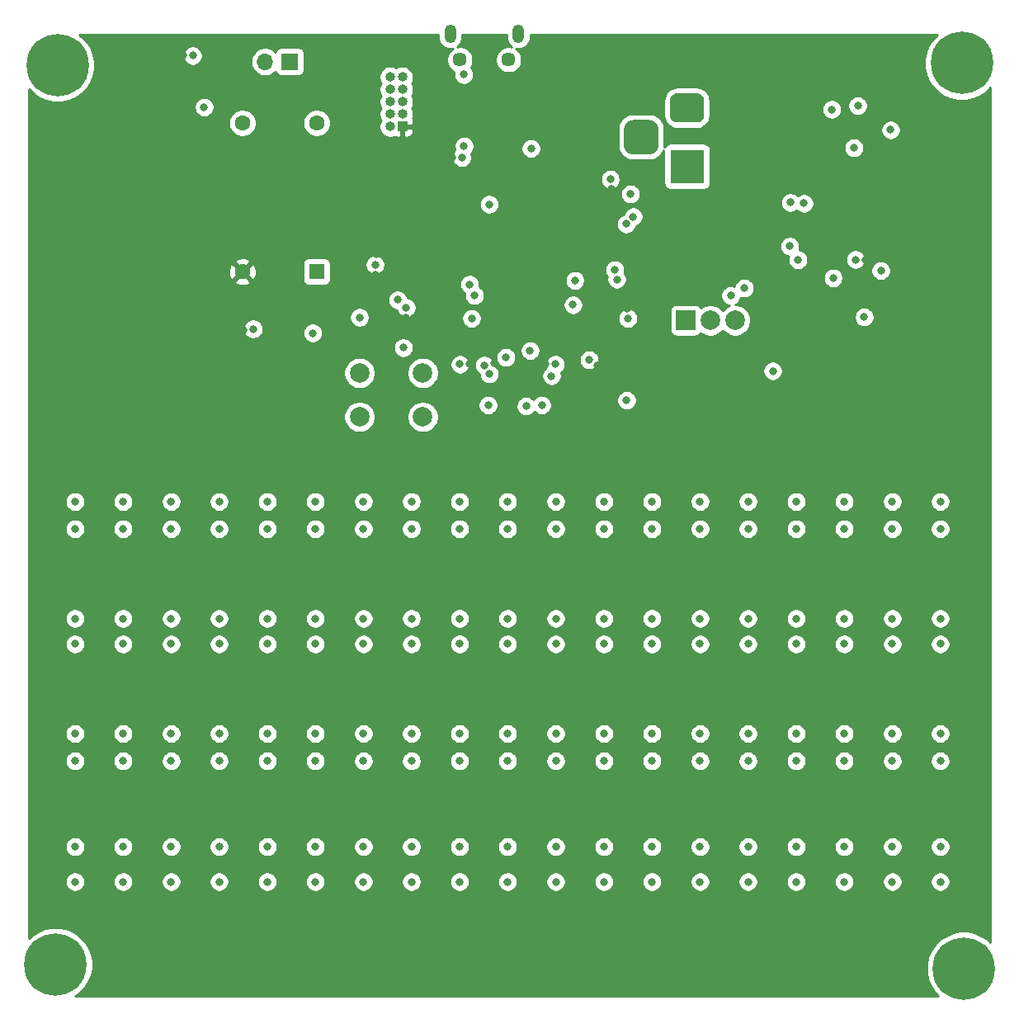
<source format=gbr>
G04 #@! TF.GenerationSoftware,KiCad,Pcbnew,5.1.5+dfsg1-2build2*
G04 #@! TF.CreationDate,2021-02-27T17:24:44-05:00*
G04 #@! TF.ProjectId,gpsdo,67707364-6f2e-46b6-9963-61645f706362,rev?*
G04 #@! TF.SameCoordinates,Original*
G04 #@! TF.FileFunction,Copper,L3,Inr*
G04 #@! TF.FilePolarity,Positive*
%FSLAX46Y46*%
G04 Gerber Fmt 4.6, Leading zero omitted, Abs format (unit mm)*
G04 Created by KiCad (PCBNEW 5.1.5+dfsg1-2build2) date 2021-02-27 17:24:44*
%MOMM*%
%LPD*%
G04 APERTURE LIST*
%ADD10C,6.400000*%
%ADD11R,1.000000X1.000000*%
%ADD12O,1.000000X1.000000*%
%ADD13R,3.500000X3.500000*%
%ADD14C,0.100000*%
%ADD15C,1.450000*%
%ADD16O,1.200000X1.900000*%
%ADD17R,1.700000X1.700000*%
%ADD18O,1.700000X1.700000*%
%ADD19C,2.000000*%
%ADD20R,2.000000X2.000000*%
%ADD21R,1.600000X1.600000*%
%ADD22C,1.600000*%
%ADD23C,0.800000*%
%ADD24C,0.254000*%
G04 APERTURE END LIST*
D10*
X96400000Y-3600000D03*
X3600000Y-3800000D03*
X3400000Y-96100000D03*
X96600000Y-96500000D03*
D11*
X39000000Y-10100000D03*
D12*
X37730000Y-10100000D03*
X39000000Y-8830000D03*
X37730000Y-8830000D03*
X39000000Y-7560000D03*
X37730000Y-7560000D03*
X39000000Y-6290000D03*
X37730000Y-6290000D03*
X39000000Y-5020000D03*
X37730000Y-5020000D03*
D13*
X68200000Y-14200000D03*
G04 #@! TA.AperFunction,ViaPad*
D14*
G36*
X69273513Y-6703611D02*
G01*
X69346318Y-6714411D01*
X69417714Y-6732295D01*
X69487013Y-6757090D01*
X69553548Y-6788559D01*
X69616678Y-6826398D01*
X69675795Y-6870242D01*
X69730330Y-6919670D01*
X69779758Y-6974205D01*
X69823602Y-7033322D01*
X69861441Y-7096452D01*
X69892910Y-7162987D01*
X69917705Y-7232286D01*
X69935589Y-7303682D01*
X69946389Y-7376487D01*
X69950000Y-7450000D01*
X69950000Y-8950000D01*
X69946389Y-9023513D01*
X69935589Y-9096318D01*
X69917705Y-9167714D01*
X69892910Y-9237013D01*
X69861441Y-9303548D01*
X69823602Y-9366678D01*
X69779758Y-9425795D01*
X69730330Y-9480330D01*
X69675795Y-9529758D01*
X69616678Y-9573602D01*
X69553548Y-9611441D01*
X69487013Y-9642910D01*
X69417714Y-9667705D01*
X69346318Y-9685589D01*
X69273513Y-9696389D01*
X69200000Y-9700000D01*
X67200000Y-9700000D01*
X67126487Y-9696389D01*
X67053682Y-9685589D01*
X66982286Y-9667705D01*
X66912987Y-9642910D01*
X66846452Y-9611441D01*
X66783322Y-9573602D01*
X66724205Y-9529758D01*
X66669670Y-9480330D01*
X66620242Y-9425795D01*
X66576398Y-9366678D01*
X66538559Y-9303548D01*
X66507090Y-9237013D01*
X66482295Y-9167714D01*
X66464411Y-9096318D01*
X66453611Y-9023513D01*
X66450000Y-8950000D01*
X66450000Y-7450000D01*
X66453611Y-7376487D01*
X66464411Y-7303682D01*
X66482295Y-7232286D01*
X66507090Y-7162987D01*
X66538559Y-7096452D01*
X66576398Y-7033322D01*
X66620242Y-6974205D01*
X66669670Y-6919670D01*
X66724205Y-6870242D01*
X66783322Y-6826398D01*
X66846452Y-6788559D01*
X66912987Y-6757090D01*
X66982286Y-6732295D01*
X67053682Y-6714411D01*
X67126487Y-6703611D01*
X67200000Y-6700000D01*
X69200000Y-6700000D01*
X69273513Y-6703611D01*
G37*
G04 #@! TD.AperFunction*
G04 #@! TA.AperFunction,ViaPad*
G36*
X64460765Y-9454213D02*
G01*
X64545704Y-9466813D01*
X64628999Y-9487677D01*
X64709848Y-9516605D01*
X64787472Y-9553319D01*
X64861124Y-9597464D01*
X64930094Y-9648616D01*
X64993718Y-9706282D01*
X65051384Y-9769906D01*
X65102536Y-9838876D01*
X65146681Y-9912528D01*
X65183395Y-9990152D01*
X65212323Y-10071001D01*
X65233187Y-10154296D01*
X65245787Y-10239235D01*
X65250000Y-10325000D01*
X65250000Y-12075000D01*
X65245787Y-12160765D01*
X65233187Y-12245704D01*
X65212323Y-12328999D01*
X65183395Y-12409848D01*
X65146681Y-12487472D01*
X65102536Y-12561124D01*
X65051384Y-12630094D01*
X64993718Y-12693718D01*
X64930094Y-12751384D01*
X64861124Y-12802536D01*
X64787472Y-12846681D01*
X64709848Y-12883395D01*
X64628999Y-12912323D01*
X64545704Y-12933187D01*
X64460765Y-12945787D01*
X64375000Y-12950000D01*
X62625000Y-12950000D01*
X62539235Y-12945787D01*
X62454296Y-12933187D01*
X62371001Y-12912323D01*
X62290152Y-12883395D01*
X62212528Y-12846681D01*
X62138876Y-12802536D01*
X62069906Y-12751384D01*
X62006282Y-12693718D01*
X61948616Y-12630094D01*
X61897464Y-12561124D01*
X61853319Y-12487472D01*
X61816605Y-12409848D01*
X61787677Y-12328999D01*
X61766813Y-12245704D01*
X61754213Y-12160765D01*
X61750000Y-12075000D01*
X61750000Y-10325000D01*
X61754213Y-10239235D01*
X61766813Y-10154296D01*
X61787677Y-10071001D01*
X61816605Y-9990152D01*
X61853319Y-9912528D01*
X61897464Y-9838876D01*
X61948616Y-9769906D01*
X62006282Y-9706282D01*
X62069906Y-9648616D01*
X62138876Y-9597464D01*
X62212528Y-9553319D01*
X62290152Y-9516605D01*
X62371001Y-9487677D01*
X62454296Y-9466813D01*
X62539235Y-9454213D01*
X62625000Y-9450000D01*
X64375000Y-9450000D01*
X64460765Y-9454213D01*
G37*
G04 #@! TD.AperFunction*
D15*
X49900000Y-3262500D03*
X44900000Y-3262500D03*
D16*
X50900000Y-562500D03*
X43900000Y-562500D03*
D17*
X27450000Y-3460000D03*
D18*
X24910000Y-3460000D03*
D19*
X41100000Y-35400000D03*
X41100000Y-39900000D03*
X34600000Y-35400000D03*
X34600000Y-39900000D03*
D20*
X68060000Y-30000000D03*
D19*
X70600000Y-30000000D03*
X73140000Y-30000000D03*
D21*
X30200000Y-25000000D03*
D22*
X22580000Y-25000000D03*
X22580000Y-9760000D03*
X30200000Y-9760000D03*
D23*
X44866664Y-51400000D03*
X10333333Y-51400000D03*
X84333328Y-51400000D03*
X25133332Y-51400000D03*
X39933331Y-51400000D03*
X49799997Y-51400000D03*
X30066665Y-51400000D03*
X34999998Y-51400000D03*
X5400000Y-51400000D03*
X79399995Y-51400000D03*
X69533329Y-51400000D03*
X15266666Y-51400000D03*
X64599996Y-51400000D03*
X20199999Y-51400000D03*
X54733330Y-51400000D03*
X59666663Y-51400000D03*
X89266661Y-51400000D03*
X94200000Y-51400000D03*
X74466662Y-51400000D03*
X44866664Y-60600000D03*
X10333333Y-60600000D03*
X84333328Y-60600000D03*
X25133332Y-60600000D03*
X39933331Y-60600000D03*
X49799997Y-60600000D03*
X30066665Y-60600000D03*
X34999998Y-60600000D03*
X5400000Y-60600000D03*
X79399995Y-60600000D03*
X69533329Y-60600000D03*
X15266666Y-60600000D03*
X64599996Y-60600000D03*
X20199999Y-60600000D03*
X54733330Y-60600000D03*
X59666663Y-60600000D03*
X89266661Y-60600000D03*
X94200000Y-60600000D03*
X74466662Y-60600000D03*
X44866664Y-63200000D03*
X10333333Y-63200000D03*
X84333328Y-63200000D03*
X25133332Y-63200000D03*
X39933331Y-63200000D03*
X49799997Y-63200000D03*
X30066665Y-63200000D03*
X34999998Y-63200000D03*
X5400000Y-63200000D03*
X79399995Y-63200000D03*
X69533329Y-63200000D03*
X15266666Y-63200000D03*
X64599996Y-63200000D03*
X20199999Y-63200000D03*
X54733330Y-63200000D03*
X59666663Y-63200000D03*
X89266661Y-63200000D03*
X94200000Y-63200000D03*
X74466662Y-63200000D03*
X44866664Y-72400000D03*
X10333333Y-72400000D03*
X84333328Y-72400000D03*
X25133332Y-72400000D03*
X39933331Y-72400000D03*
X49799997Y-72400000D03*
X30066665Y-72400000D03*
X34999998Y-72400000D03*
X5400000Y-72400000D03*
X79399995Y-72400000D03*
X69533329Y-72400000D03*
X15266666Y-72400000D03*
X64599996Y-72400000D03*
X20199999Y-72400000D03*
X54733330Y-72400000D03*
X59666663Y-72400000D03*
X89266661Y-72400000D03*
X94200000Y-72400000D03*
X74466662Y-72400000D03*
X44866664Y-75200000D03*
X10333333Y-75200000D03*
X84333328Y-75200000D03*
X25133332Y-75200000D03*
X39933331Y-75200000D03*
X49799997Y-75200000D03*
X30066665Y-75200000D03*
X34999998Y-75200000D03*
X5400000Y-75200000D03*
X79399995Y-75200000D03*
X69533329Y-75200000D03*
X15266666Y-75200000D03*
X64599996Y-75200000D03*
X20199999Y-75200000D03*
X54733330Y-75200000D03*
X59666663Y-75200000D03*
X89266661Y-75200000D03*
X94200000Y-75200000D03*
X74466662Y-75200000D03*
X44866664Y-84000000D03*
X10333333Y-84000000D03*
X84333328Y-84000000D03*
X25133332Y-84000000D03*
X39933331Y-84000000D03*
X49799997Y-84000000D03*
X30066665Y-84000000D03*
X34999998Y-84000000D03*
X5400000Y-84000000D03*
X79399995Y-84000000D03*
X69533329Y-84000000D03*
X15266666Y-84000000D03*
X64599996Y-84000000D03*
X20199999Y-84000000D03*
X54733330Y-84000000D03*
X59666663Y-84000000D03*
X89266661Y-84000000D03*
X94200000Y-84000000D03*
X74466662Y-84000000D03*
X44866664Y-87600000D03*
X10333333Y-87600000D03*
X84333328Y-87600000D03*
X25133332Y-87600000D03*
X39933331Y-87600000D03*
X49799997Y-87600000D03*
X30066665Y-87600000D03*
X34999998Y-87600000D03*
X5400000Y-87600000D03*
X79399995Y-87600000D03*
X69533329Y-87600000D03*
X15266666Y-87600000D03*
X64599996Y-87600000D03*
X20199999Y-87600000D03*
X54733330Y-87600000D03*
X59666663Y-87600000D03*
X89266661Y-87600000D03*
X94200000Y-87600000D03*
X74466662Y-87600000D03*
X89100000Y-10460000D03*
X85330000Y-12300000D03*
X85490000Y-23770000D03*
X78750000Y-22390000D03*
X86380000Y-29660000D03*
X77000000Y-35200000D03*
X52200000Y-12370000D03*
X45310000Y-4780000D03*
X45330000Y-12110000D03*
X60340000Y-15520000D03*
X62410000Y-17030000D03*
X62135791Y-29807836D03*
X58170000Y-34050000D03*
X47400000Y-34600000D03*
X44900000Y-34500000D03*
X54700003Y-34500000D03*
X53300000Y-38700000D03*
X51700000Y-38800000D03*
X47800000Y-38700000D03*
X54300000Y-35700000D03*
X52100000Y-33100000D03*
X47900000Y-35500000D03*
X49626620Y-33800000D03*
X39400000Y-28700000D03*
X23693886Y-30889569D03*
X62000000Y-38200000D03*
X45100000Y-13300000D03*
X34600000Y-29700000D03*
X29800000Y-31300000D03*
X39100000Y-32800000D03*
X36200000Y-24300000D03*
X5400000Y-48600000D03*
X15266666Y-48600000D03*
X25133332Y-48600000D03*
X34999998Y-48600000D03*
X44866664Y-48600000D03*
X54733330Y-48600000D03*
X64599996Y-48600000D03*
X74466662Y-48600000D03*
X84333328Y-48600000D03*
X94200000Y-48600000D03*
X10333333Y-48600000D03*
X20199999Y-48600000D03*
X30066665Y-48600000D03*
X39933331Y-48600000D03*
X49799997Y-48600000D03*
X59666663Y-48600000D03*
X69533329Y-48600000D03*
X79399995Y-48600000D03*
X89266661Y-48600000D03*
X18650000Y-8130000D03*
X17490000Y-2830000D03*
X46100000Y-29800000D03*
X86487836Y-23835791D03*
X81840000Y-38060000D03*
X60420000Y-16560000D03*
X62070000Y-28810000D03*
X58983057Y-34632189D03*
X48400000Y-34400000D03*
X45900000Y-34500000D03*
X53700000Y-34500000D03*
X39400000Y-29700000D03*
X22700000Y-31000000D03*
X44099997Y-13300000D03*
X30100000Y-32900000D03*
X36300000Y-23200000D03*
X36200000Y-25300000D03*
X16470000Y-2770000D03*
X72700000Y-27446695D03*
X46405598Y-27446695D03*
X45900000Y-26300000D03*
X74100000Y-26700002D03*
X83060000Y-8350000D03*
X85733315Y-7970000D03*
X56500000Y-28400000D03*
X38500000Y-27900000D03*
X79600000Y-23800000D03*
X56700000Y-25900000D03*
X47900000Y-18100000D03*
X83200000Y-25646685D03*
X61000000Y-25800000D03*
X88100000Y-24900000D03*
X60800000Y-24800000D03*
X61951746Y-20108012D03*
X80200000Y-18000000D03*
X62690573Y-19361327D03*
X78800000Y-17900000D03*
D24*
G36*
X42665000Y-973164D02*
G01*
X42682870Y-1154601D01*
X42753489Y-1387400D01*
X42868167Y-1601948D01*
X43022498Y-1790002D01*
X43210551Y-1944333D01*
X43425099Y-2059011D01*
X43657898Y-2129630D01*
X43900000Y-2153475D01*
X44142101Y-2129630D01*
X44152035Y-2126616D01*
X44033051Y-2206119D01*
X43843619Y-2395551D01*
X43694784Y-2618299D01*
X43592264Y-2865803D01*
X43540000Y-3128552D01*
X43540000Y-3396448D01*
X43592264Y-3659197D01*
X43694784Y-3906701D01*
X43843619Y-4129449D01*
X44033051Y-4318881D01*
X44255799Y-4467716D01*
X44312193Y-4491075D01*
X44275000Y-4678061D01*
X44275000Y-4881939D01*
X44314774Y-5081898D01*
X44392795Y-5270256D01*
X44506063Y-5439774D01*
X44650226Y-5583937D01*
X44819744Y-5697205D01*
X45008102Y-5775226D01*
X45208061Y-5815000D01*
X45411939Y-5815000D01*
X45611898Y-5775226D01*
X45800256Y-5697205D01*
X45969774Y-5583937D01*
X46113937Y-5439774D01*
X46227205Y-5270256D01*
X46305226Y-5081898D01*
X46345000Y-4881939D01*
X46345000Y-4678061D01*
X46305226Y-4478102D01*
X46227205Y-4289744D01*
X46113937Y-4120226D01*
X46023183Y-4029472D01*
X46105216Y-3906701D01*
X46207736Y-3659197D01*
X46260000Y-3396448D01*
X46260000Y-3128552D01*
X46207736Y-2865803D01*
X46105216Y-2618299D01*
X45956381Y-2395551D01*
X45766949Y-2206119D01*
X45544201Y-2057284D01*
X45296697Y-1954764D01*
X45033948Y-1902500D01*
X44766052Y-1902500D01*
X44600231Y-1935484D01*
X44777502Y-1790002D01*
X44931833Y-1601949D01*
X45046511Y-1387401D01*
X45117130Y-1154602D01*
X45135000Y-973165D01*
X45135000Y-660000D01*
X49665000Y-660000D01*
X49665000Y-973165D01*
X49682870Y-1154602D01*
X49753489Y-1387401D01*
X49868168Y-1601949D01*
X50022499Y-1790002D01*
X50199769Y-1935484D01*
X50033948Y-1902500D01*
X49766052Y-1902500D01*
X49503303Y-1954764D01*
X49255799Y-2057284D01*
X49033051Y-2206119D01*
X48843619Y-2395551D01*
X48694784Y-2618299D01*
X48592264Y-2865803D01*
X48540000Y-3128552D01*
X48540000Y-3396448D01*
X48592264Y-3659197D01*
X48694784Y-3906701D01*
X48843619Y-4129449D01*
X49033051Y-4318881D01*
X49255799Y-4467716D01*
X49503303Y-4570236D01*
X49766052Y-4622500D01*
X50033948Y-4622500D01*
X50296697Y-4570236D01*
X50544201Y-4467716D01*
X50766949Y-4318881D01*
X50956381Y-4129449D01*
X51105216Y-3906701D01*
X51207736Y-3659197D01*
X51260000Y-3396448D01*
X51260000Y-3128552D01*
X51207736Y-2865803D01*
X51105216Y-2618299D01*
X50956381Y-2395551D01*
X50766949Y-2206119D01*
X50647965Y-2126616D01*
X50657899Y-2129630D01*
X50900000Y-2153475D01*
X51142102Y-2129630D01*
X51374901Y-2059011D01*
X51589449Y-1944333D01*
X51777502Y-1790002D01*
X51931833Y-1601949D01*
X52046511Y-1387401D01*
X52117130Y-1154601D01*
X52135000Y-973164D01*
X52135000Y-660000D01*
X93916491Y-660000D01*
X93421161Y-1155330D01*
X93001467Y-1783446D01*
X92712377Y-2481372D01*
X92565000Y-3222285D01*
X92565000Y-3977715D01*
X92712377Y-4718628D01*
X93001467Y-5416554D01*
X93421161Y-6044670D01*
X93955330Y-6578839D01*
X94583446Y-6998533D01*
X95281372Y-7287623D01*
X96022285Y-7435000D01*
X96777715Y-7435000D01*
X97518628Y-7287623D01*
X98216554Y-6998533D01*
X98844670Y-6578839D01*
X99340000Y-6083509D01*
X99340001Y-93816492D01*
X99044670Y-93521161D01*
X98416554Y-93101467D01*
X97718628Y-92812377D01*
X96977715Y-92665000D01*
X96222285Y-92665000D01*
X95481372Y-92812377D01*
X94783446Y-93101467D01*
X94155330Y-93521161D01*
X93621161Y-94055330D01*
X93201467Y-94683446D01*
X92912377Y-95381372D01*
X92765000Y-96122285D01*
X92765000Y-96877715D01*
X92912377Y-97618628D01*
X93201467Y-98316554D01*
X93621161Y-98944670D01*
X94016491Y-99340000D01*
X5453815Y-99340000D01*
X5844670Y-99078839D01*
X6378839Y-98544670D01*
X6798533Y-97916554D01*
X7087623Y-97218628D01*
X7235000Y-96477715D01*
X7235000Y-95722285D01*
X7087623Y-94981372D01*
X6798533Y-94283446D01*
X6378839Y-93655330D01*
X5844670Y-93121161D01*
X5216554Y-92701467D01*
X4518628Y-92412377D01*
X3777715Y-92265000D01*
X3022285Y-92265000D01*
X2281372Y-92412377D01*
X1583446Y-92701467D01*
X955330Y-93121161D01*
X660000Y-93416491D01*
X660000Y-87498061D01*
X4365000Y-87498061D01*
X4365000Y-87701939D01*
X4404774Y-87901898D01*
X4482795Y-88090256D01*
X4596063Y-88259774D01*
X4740226Y-88403937D01*
X4909744Y-88517205D01*
X5098102Y-88595226D01*
X5298061Y-88635000D01*
X5501939Y-88635000D01*
X5701898Y-88595226D01*
X5890256Y-88517205D01*
X6059774Y-88403937D01*
X6203937Y-88259774D01*
X6317205Y-88090256D01*
X6395226Y-87901898D01*
X6435000Y-87701939D01*
X6435000Y-87498061D01*
X9298333Y-87498061D01*
X9298333Y-87701939D01*
X9338107Y-87901898D01*
X9416128Y-88090256D01*
X9529396Y-88259774D01*
X9673559Y-88403937D01*
X9843077Y-88517205D01*
X10031435Y-88595226D01*
X10231394Y-88635000D01*
X10435272Y-88635000D01*
X10635231Y-88595226D01*
X10823589Y-88517205D01*
X10993107Y-88403937D01*
X11137270Y-88259774D01*
X11250538Y-88090256D01*
X11328559Y-87901898D01*
X11368333Y-87701939D01*
X11368333Y-87498061D01*
X14231666Y-87498061D01*
X14231666Y-87701939D01*
X14271440Y-87901898D01*
X14349461Y-88090256D01*
X14462729Y-88259774D01*
X14606892Y-88403937D01*
X14776410Y-88517205D01*
X14964768Y-88595226D01*
X15164727Y-88635000D01*
X15368605Y-88635000D01*
X15568564Y-88595226D01*
X15756922Y-88517205D01*
X15926440Y-88403937D01*
X16070603Y-88259774D01*
X16183871Y-88090256D01*
X16261892Y-87901898D01*
X16301666Y-87701939D01*
X16301666Y-87498061D01*
X19164999Y-87498061D01*
X19164999Y-87701939D01*
X19204773Y-87901898D01*
X19282794Y-88090256D01*
X19396062Y-88259774D01*
X19540225Y-88403937D01*
X19709743Y-88517205D01*
X19898101Y-88595226D01*
X20098060Y-88635000D01*
X20301938Y-88635000D01*
X20501897Y-88595226D01*
X20690255Y-88517205D01*
X20859773Y-88403937D01*
X21003936Y-88259774D01*
X21117204Y-88090256D01*
X21195225Y-87901898D01*
X21234999Y-87701939D01*
X21234999Y-87498061D01*
X24098332Y-87498061D01*
X24098332Y-87701939D01*
X24138106Y-87901898D01*
X24216127Y-88090256D01*
X24329395Y-88259774D01*
X24473558Y-88403937D01*
X24643076Y-88517205D01*
X24831434Y-88595226D01*
X25031393Y-88635000D01*
X25235271Y-88635000D01*
X25435230Y-88595226D01*
X25623588Y-88517205D01*
X25793106Y-88403937D01*
X25937269Y-88259774D01*
X26050537Y-88090256D01*
X26128558Y-87901898D01*
X26168332Y-87701939D01*
X26168332Y-87498061D01*
X29031665Y-87498061D01*
X29031665Y-87701939D01*
X29071439Y-87901898D01*
X29149460Y-88090256D01*
X29262728Y-88259774D01*
X29406891Y-88403937D01*
X29576409Y-88517205D01*
X29764767Y-88595226D01*
X29964726Y-88635000D01*
X30168604Y-88635000D01*
X30368563Y-88595226D01*
X30556921Y-88517205D01*
X30726439Y-88403937D01*
X30870602Y-88259774D01*
X30983870Y-88090256D01*
X31061891Y-87901898D01*
X31101665Y-87701939D01*
X31101665Y-87498061D01*
X33964998Y-87498061D01*
X33964998Y-87701939D01*
X34004772Y-87901898D01*
X34082793Y-88090256D01*
X34196061Y-88259774D01*
X34340224Y-88403937D01*
X34509742Y-88517205D01*
X34698100Y-88595226D01*
X34898059Y-88635000D01*
X35101937Y-88635000D01*
X35301896Y-88595226D01*
X35490254Y-88517205D01*
X35659772Y-88403937D01*
X35803935Y-88259774D01*
X35917203Y-88090256D01*
X35995224Y-87901898D01*
X36034998Y-87701939D01*
X36034998Y-87498061D01*
X38898331Y-87498061D01*
X38898331Y-87701939D01*
X38938105Y-87901898D01*
X39016126Y-88090256D01*
X39129394Y-88259774D01*
X39273557Y-88403937D01*
X39443075Y-88517205D01*
X39631433Y-88595226D01*
X39831392Y-88635000D01*
X40035270Y-88635000D01*
X40235229Y-88595226D01*
X40423587Y-88517205D01*
X40593105Y-88403937D01*
X40737268Y-88259774D01*
X40850536Y-88090256D01*
X40928557Y-87901898D01*
X40968331Y-87701939D01*
X40968331Y-87498061D01*
X43831664Y-87498061D01*
X43831664Y-87701939D01*
X43871438Y-87901898D01*
X43949459Y-88090256D01*
X44062727Y-88259774D01*
X44206890Y-88403937D01*
X44376408Y-88517205D01*
X44564766Y-88595226D01*
X44764725Y-88635000D01*
X44968603Y-88635000D01*
X45168562Y-88595226D01*
X45356920Y-88517205D01*
X45526438Y-88403937D01*
X45670601Y-88259774D01*
X45783869Y-88090256D01*
X45861890Y-87901898D01*
X45901664Y-87701939D01*
X45901664Y-87498061D01*
X48764997Y-87498061D01*
X48764997Y-87701939D01*
X48804771Y-87901898D01*
X48882792Y-88090256D01*
X48996060Y-88259774D01*
X49140223Y-88403937D01*
X49309741Y-88517205D01*
X49498099Y-88595226D01*
X49698058Y-88635000D01*
X49901936Y-88635000D01*
X50101895Y-88595226D01*
X50290253Y-88517205D01*
X50459771Y-88403937D01*
X50603934Y-88259774D01*
X50717202Y-88090256D01*
X50795223Y-87901898D01*
X50834997Y-87701939D01*
X50834997Y-87498061D01*
X53698330Y-87498061D01*
X53698330Y-87701939D01*
X53738104Y-87901898D01*
X53816125Y-88090256D01*
X53929393Y-88259774D01*
X54073556Y-88403937D01*
X54243074Y-88517205D01*
X54431432Y-88595226D01*
X54631391Y-88635000D01*
X54835269Y-88635000D01*
X55035228Y-88595226D01*
X55223586Y-88517205D01*
X55393104Y-88403937D01*
X55537267Y-88259774D01*
X55650535Y-88090256D01*
X55728556Y-87901898D01*
X55768330Y-87701939D01*
X55768330Y-87498061D01*
X58631663Y-87498061D01*
X58631663Y-87701939D01*
X58671437Y-87901898D01*
X58749458Y-88090256D01*
X58862726Y-88259774D01*
X59006889Y-88403937D01*
X59176407Y-88517205D01*
X59364765Y-88595226D01*
X59564724Y-88635000D01*
X59768602Y-88635000D01*
X59968561Y-88595226D01*
X60156919Y-88517205D01*
X60326437Y-88403937D01*
X60470600Y-88259774D01*
X60583868Y-88090256D01*
X60661889Y-87901898D01*
X60701663Y-87701939D01*
X60701663Y-87498061D01*
X63564996Y-87498061D01*
X63564996Y-87701939D01*
X63604770Y-87901898D01*
X63682791Y-88090256D01*
X63796059Y-88259774D01*
X63940222Y-88403937D01*
X64109740Y-88517205D01*
X64298098Y-88595226D01*
X64498057Y-88635000D01*
X64701935Y-88635000D01*
X64901894Y-88595226D01*
X65090252Y-88517205D01*
X65259770Y-88403937D01*
X65403933Y-88259774D01*
X65517201Y-88090256D01*
X65595222Y-87901898D01*
X65634996Y-87701939D01*
X65634996Y-87498061D01*
X68498329Y-87498061D01*
X68498329Y-87701939D01*
X68538103Y-87901898D01*
X68616124Y-88090256D01*
X68729392Y-88259774D01*
X68873555Y-88403937D01*
X69043073Y-88517205D01*
X69231431Y-88595226D01*
X69431390Y-88635000D01*
X69635268Y-88635000D01*
X69835227Y-88595226D01*
X70023585Y-88517205D01*
X70193103Y-88403937D01*
X70337266Y-88259774D01*
X70450534Y-88090256D01*
X70528555Y-87901898D01*
X70568329Y-87701939D01*
X70568329Y-87498061D01*
X73431662Y-87498061D01*
X73431662Y-87701939D01*
X73471436Y-87901898D01*
X73549457Y-88090256D01*
X73662725Y-88259774D01*
X73806888Y-88403937D01*
X73976406Y-88517205D01*
X74164764Y-88595226D01*
X74364723Y-88635000D01*
X74568601Y-88635000D01*
X74768560Y-88595226D01*
X74956918Y-88517205D01*
X75126436Y-88403937D01*
X75270599Y-88259774D01*
X75383867Y-88090256D01*
X75461888Y-87901898D01*
X75501662Y-87701939D01*
X75501662Y-87498061D01*
X78364995Y-87498061D01*
X78364995Y-87701939D01*
X78404769Y-87901898D01*
X78482790Y-88090256D01*
X78596058Y-88259774D01*
X78740221Y-88403937D01*
X78909739Y-88517205D01*
X79098097Y-88595226D01*
X79298056Y-88635000D01*
X79501934Y-88635000D01*
X79701893Y-88595226D01*
X79890251Y-88517205D01*
X80059769Y-88403937D01*
X80203932Y-88259774D01*
X80317200Y-88090256D01*
X80395221Y-87901898D01*
X80434995Y-87701939D01*
X80434995Y-87498061D01*
X83298328Y-87498061D01*
X83298328Y-87701939D01*
X83338102Y-87901898D01*
X83416123Y-88090256D01*
X83529391Y-88259774D01*
X83673554Y-88403937D01*
X83843072Y-88517205D01*
X84031430Y-88595226D01*
X84231389Y-88635000D01*
X84435267Y-88635000D01*
X84635226Y-88595226D01*
X84823584Y-88517205D01*
X84993102Y-88403937D01*
X85137265Y-88259774D01*
X85250533Y-88090256D01*
X85328554Y-87901898D01*
X85368328Y-87701939D01*
X85368328Y-87498061D01*
X88231661Y-87498061D01*
X88231661Y-87701939D01*
X88271435Y-87901898D01*
X88349456Y-88090256D01*
X88462724Y-88259774D01*
X88606887Y-88403937D01*
X88776405Y-88517205D01*
X88964763Y-88595226D01*
X89164722Y-88635000D01*
X89368600Y-88635000D01*
X89568559Y-88595226D01*
X89756917Y-88517205D01*
X89926435Y-88403937D01*
X90070598Y-88259774D01*
X90183866Y-88090256D01*
X90261887Y-87901898D01*
X90301661Y-87701939D01*
X90301661Y-87498061D01*
X93165000Y-87498061D01*
X93165000Y-87701939D01*
X93204774Y-87901898D01*
X93282795Y-88090256D01*
X93396063Y-88259774D01*
X93540226Y-88403937D01*
X93709744Y-88517205D01*
X93898102Y-88595226D01*
X94098061Y-88635000D01*
X94301939Y-88635000D01*
X94501898Y-88595226D01*
X94690256Y-88517205D01*
X94859774Y-88403937D01*
X95003937Y-88259774D01*
X95117205Y-88090256D01*
X95195226Y-87901898D01*
X95235000Y-87701939D01*
X95235000Y-87498061D01*
X95195226Y-87298102D01*
X95117205Y-87109744D01*
X95003937Y-86940226D01*
X94859774Y-86796063D01*
X94690256Y-86682795D01*
X94501898Y-86604774D01*
X94301939Y-86565000D01*
X94098061Y-86565000D01*
X93898102Y-86604774D01*
X93709744Y-86682795D01*
X93540226Y-86796063D01*
X93396063Y-86940226D01*
X93282795Y-87109744D01*
X93204774Y-87298102D01*
X93165000Y-87498061D01*
X90301661Y-87498061D01*
X90261887Y-87298102D01*
X90183866Y-87109744D01*
X90070598Y-86940226D01*
X89926435Y-86796063D01*
X89756917Y-86682795D01*
X89568559Y-86604774D01*
X89368600Y-86565000D01*
X89164722Y-86565000D01*
X88964763Y-86604774D01*
X88776405Y-86682795D01*
X88606887Y-86796063D01*
X88462724Y-86940226D01*
X88349456Y-87109744D01*
X88271435Y-87298102D01*
X88231661Y-87498061D01*
X85368328Y-87498061D01*
X85328554Y-87298102D01*
X85250533Y-87109744D01*
X85137265Y-86940226D01*
X84993102Y-86796063D01*
X84823584Y-86682795D01*
X84635226Y-86604774D01*
X84435267Y-86565000D01*
X84231389Y-86565000D01*
X84031430Y-86604774D01*
X83843072Y-86682795D01*
X83673554Y-86796063D01*
X83529391Y-86940226D01*
X83416123Y-87109744D01*
X83338102Y-87298102D01*
X83298328Y-87498061D01*
X80434995Y-87498061D01*
X80395221Y-87298102D01*
X80317200Y-87109744D01*
X80203932Y-86940226D01*
X80059769Y-86796063D01*
X79890251Y-86682795D01*
X79701893Y-86604774D01*
X79501934Y-86565000D01*
X79298056Y-86565000D01*
X79098097Y-86604774D01*
X78909739Y-86682795D01*
X78740221Y-86796063D01*
X78596058Y-86940226D01*
X78482790Y-87109744D01*
X78404769Y-87298102D01*
X78364995Y-87498061D01*
X75501662Y-87498061D01*
X75461888Y-87298102D01*
X75383867Y-87109744D01*
X75270599Y-86940226D01*
X75126436Y-86796063D01*
X74956918Y-86682795D01*
X74768560Y-86604774D01*
X74568601Y-86565000D01*
X74364723Y-86565000D01*
X74164764Y-86604774D01*
X73976406Y-86682795D01*
X73806888Y-86796063D01*
X73662725Y-86940226D01*
X73549457Y-87109744D01*
X73471436Y-87298102D01*
X73431662Y-87498061D01*
X70568329Y-87498061D01*
X70528555Y-87298102D01*
X70450534Y-87109744D01*
X70337266Y-86940226D01*
X70193103Y-86796063D01*
X70023585Y-86682795D01*
X69835227Y-86604774D01*
X69635268Y-86565000D01*
X69431390Y-86565000D01*
X69231431Y-86604774D01*
X69043073Y-86682795D01*
X68873555Y-86796063D01*
X68729392Y-86940226D01*
X68616124Y-87109744D01*
X68538103Y-87298102D01*
X68498329Y-87498061D01*
X65634996Y-87498061D01*
X65595222Y-87298102D01*
X65517201Y-87109744D01*
X65403933Y-86940226D01*
X65259770Y-86796063D01*
X65090252Y-86682795D01*
X64901894Y-86604774D01*
X64701935Y-86565000D01*
X64498057Y-86565000D01*
X64298098Y-86604774D01*
X64109740Y-86682795D01*
X63940222Y-86796063D01*
X63796059Y-86940226D01*
X63682791Y-87109744D01*
X63604770Y-87298102D01*
X63564996Y-87498061D01*
X60701663Y-87498061D01*
X60661889Y-87298102D01*
X60583868Y-87109744D01*
X60470600Y-86940226D01*
X60326437Y-86796063D01*
X60156919Y-86682795D01*
X59968561Y-86604774D01*
X59768602Y-86565000D01*
X59564724Y-86565000D01*
X59364765Y-86604774D01*
X59176407Y-86682795D01*
X59006889Y-86796063D01*
X58862726Y-86940226D01*
X58749458Y-87109744D01*
X58671437Y-87298102D01*
X58631663Y-87498061D01*
X55768330Y-87498061D01*
X55728556Y-87298102D01*
X55650535Y-87109744D01*
X55537267Y-86940226D01*
X55393104Y-86796063D01*
X55223586Y-86682795D01*
X55035228Y-86604774D01*
X54835269Y-86565000D01*
X54631391Y-86565000D01*
X54431432Y-86604774D01*
X54243074Y-86682795D01*
X54073556Y-86796063D01*
X53929393Y-86940226D01*
X53816125Y-87109744D01*
X53738104Y-87298102D01*
X53698330Y-87498061D01*
X50834997Y-87498061D01*
X50795223Y-87298102D01*
X50717202Y-87109744D01*
X50603934Y-86940226D01*
X50459771Y-86796063D01*
X50290253Y-86682795D01*
X50101895Y-86604774D01*
X49901936Y-86565000D01*
X49698058Y-86565000D01*
X49498099Y-86604774D01*
X49309741Y-86682795D01*
X49140223Y-86796063D01*
X48996060Y-86940226D01*
X48882792Y-87109744D01*
X48804771Y-87298102D01*
X48764997Y-87498061D01*
X45901664Y-87498061D01*
X45861890Y-87298102D01*
X45783869Y-87109744D01*
X45670601Y-86940226D01*
X45526438Y-86796063D01*
X45356920Y-86682795D01*
X45168562Y-86604774D01*
X44968603Y-86565000D01*
X44764725Y-86565000D01*
X44564766Y-86604774D01*
X44376408Y-86682795D01*
X44206890Y-86796063D01*
X44062727Y-86940226D01*
X43949459Y-87109744D01*
X43871438Y-87298102D01*
X43831664Y-87498061D01*
X40968331Y-87498061D01*
X40928557Y-87298102D01*
X40850536Y-87109744D01*
X40737268Y-86940226D01*
X40593105Y-86796063D01*
X40423587Y-86682795D01*
X40235229Y-86604774D01*
X40035270Y-86565000D01*
X39831392Y-86565000D01*
X39631433Y-86604774D01*
X39443075Y-86682795D01*
X39273557Y-86796063D01*
X39129394Y-86940226D01*
X39016126Y-87109744D01*
X38938105Y-87298102D01*
X38898331Y-87498061D01*
X36034998Y-87498061D01*
X35995224Y-87298102D01*
X35917203Y-87109744D01*
X35803935Y-86940226D01*
X35659772Y-86796063D01*
X35490254Y-86682795D01*
X35301896Y-86604774D01*
X35101937Y-86565000D01*
X34898059Y-86565000D01*
X34698100Y-86604774D01*
X34509742Y-86682795D01*
X34340224Y-86796063D01*
X34196061Y-86940226D01*
X34082793Y-87109744D01*
X34004772Y-87298102D01*
X33964998Y-87498061D01*
X31101665Y-87498061D01*
X31061891Y-87298102D01*
X30983870Y-87109744D01*
X30870602Y-86940226D01*
X30726439Y-86796063D01*
X30556921Y-86682795D01*
X30368563Y-86604774D01*
X30168604Y-86565000D01*
X29964726Y-86565000D01*
X29764767Y-86604774D01*
X29576409Y-86682795D01*
X29406891Y-86796063D01*
X29262728Y-86940226D01*
X29149460Y-87109744D01*
X29071439Y-87298102D01*
X29031665Y-87498061D01*
X26168332Y-87498061D01*
X26128558Y-87298102D01*
X26050537Y-87109744D01*
X25937269Y-86940226D01*
X25793106Y-86796063D01*
X25623588Y-86682795D01*
X25435230Y-86604774D01*
X25235271Y-86565000D01*
X25031393Y-86565000D01*
X24831434Y-86604774D01*
X24643076Y-86682795D01*
X24473558Y-86796063D01*
X24329395Y-86940226D01*
X24216127Y-87109744D01*
X24138106Y-87298102D01*
X24098332Y-87498061D01*
X21234999Y-87498061D01*
X21195225Y-87298102D01*
X21117204Y-87109744D01*
X21003936Y-86940226D01*
X20859773Y-86796063D01*
X20690255Y-86682795D01*
X20501897Y-86604774D01*
X20301938Y-86565000D01*
X20098060Y-86565000D01*
X19898101Y-86604774D01*
X19709743Y-86682795D01*
X19540225Y-86796063D01*
X19396062Y-86940226D01*
X19282794Y-87109744D01*
X19204773Y-87298102D01*
X19164999Y-87498061D01*
X16301666Y-87498061D01*
X16261892Y-87298102D01*
X16183871Y-87109744D01*
X16070603Y-86940226D01*
X15926440Y-86796063D01*
X15756922Y-86682795D01*
X15568564Y-86604774D01*
X15368605Y-86565000D01*
X15164727Y-86565000D01*
X14964768Y-86604774D01*
X14776410Y-86682795D01*
X14606892Y-86796063D01*
X14462729Y-86940226D01*
X14349461Y-87109744D01*
X14271440Y-87298102D01*
X14231666Y-87498061D01*
X11368333Y-87498061D01*
X11328559Y-87298102D01*
X11250538Y-87109744D01*
X11137270Y-86940226D01*
X10993107Y-86796063D01*
X10823589Y-86682795D01*
X10635231Y-86604774D01*
X10435272Y-86565000D01*
X10231394Y-86565000D01*
X10031435Y-86604774D01*
X9843077Y-86682795D01*
X9673559Y-86796063D01*
X9529396Y-86940226D01*
X9416128Y-87109744D01*
X9338107Y-87298102D01*
X9298333Y-87498061D01*
X6435000Y-87498061D01*
X6395226Y-87298102D01*
X6317205Y-87109744D01*
X6203937Y-86940226D01*
X6059774Y-86796063D01*
X5890256Y-86682795D01*
X5701898Y-86604774D01*
X5501939Y-86565000D01*
X5298061Y-86565000D01*
X5098102Y-86604774D01*
X4909744Y-86682795D01*
X4740226Y-86796063D01*
X4596063Y-86940226D01*
X4482795Y-87109744D01*
X4404774Y-87298102D01*
X4365000Y-87498061D01*
X660000Y-87498061D01*
X660000Y-83898061D01*
X4365000Y-83898061D01*
X4365000Y-84101939D01*
X4404774Y-84301898D01*
X4482795Y-84490256D01*
X4596063Y-84659774D01*
X4740226Y-84803937D01*
X4909744Y-84917205D01*
X5098102Y-84995226D01*
X5298061Y-85035000D01*
X5501939Y-85035000D01*
X5701898Y-84995226D01*
X5890256Y-84917205D01*
X6059774Y-84803937D01*
X6203937Y-84659774D01*
X6317205Y-84490256D01*
X6395226Y-84301898D01*
X6435000Y-84101939D01*
X6435000Y-83898061D01*
X9298333Y-83898061D01*
X9298333Y-84101939D01*
X9338107Y-84301898D01*
X9416128Y-84490256D01*
X9529396Y-84659774D01*
X9673559Y-84803937D01*
X9843077Y-84917205D01*
X10031435Y-84995226D01*
X10231394Y-85035000D01*
X10435272Y-85035000D01*
X10635231Y-84995226D01*
X10823589Y-84917205D01*
X10993107Y-84803937D01*
X11137270Y-84659774D01*
X11250538Y-84490256D01*
X11328559Y-84301898D01*
X11368333Y-84101939D01*
X11368333Y-83898061D01*
X14231666Y-83898061D01*
X14231666Y-84101939D01*
X14271440Y-84301898D01*
X14349461Y-84490256D01*
X14462729Y-84659774D01*
X14606892Y-84803937D01*
X14776410Y-84917205D01*
X14964768Y-84995226D01*
X15164727Y-85035000D01*
X15368605Y-85035000D01*
X15568564Y-84995226D01*
X15756922Y-84917205D01*
X15926440Y-84803937D01*
X16070603Y-84659774D01*
X16183871Y-84490256D01*
X16261892Y-84301898D01*
X16301666Y-84101939D01*
X16301666Y-83898061D01*
X19164999Y-83898061D01*
X19164999Y-84101939D01*
X19204773Y-84301898D01*
X19282794Y-84490256D01*
X19396062Y-84659774D01*
X19540225Y-84803937D01*
X19709743Y-84917205D01*
X19898101Y-84995226D01*
X20098060Y-85035000D01*
X20301938Y-85035000D01*
X20501897Y-84995226D01*
X20690255Y-84917205D01*
X20859773Y-84803937D01*
X21003936Y-84659774D01*
X21117204Y-84490256D01*
X21195225Y-84301898D01*
X21234999Y-84101939D01*
X21234999Y-83898061D01*
X24098332Y-83898061D01*
X24098332Y-84101939D01*
X24138106Y-84301898D01*
X24216127Y-84490256D01*
X24329395Y-84659774D01*
X24473558Y-84803937D01*
X24643076Y-84917205D01*
X24831434Y-84995226D01*
X25031393Y-85035000D01*
X25235271Y-85035000D01*
X25435230Y-84995226D01*
X25623588Y-84917205D01*
X25793106Y-84803937D01*
X25937269Y-84659774D01*
X26050537Y-84490256D01*
X26128558Y-84301898D01*
X26168332Y-84101939D01*
X26168332Y-83898061D01*
X29031665Y-83898061D01*
X29031665Y-84101939D01*
X29071439Y-84301898D01*
X29149460Y-84490256D01*
X29262728Y-84659774D01*
X29406891Y-84803937D01*
X29576409Y-84917205D01*
X29764767Y-84995226D01*
X29964726Y-85035000D01*
X30168604Y-85035000D01*
X30368563Y-84995226D01*
X30556921Y-84917205D01*
X30726439Y-84803937D01*
X30870602Y-84659774D01*
X30983870Y-84490256D01*
X31061891Y-84301898D01*
X31101665Y-84101939D01*
X31101665Y-83898061D01*
X33964998Y-83898061D01*
X33964998Y-84101939D01*
X34004772Y-84301898D01*
X34082793Y-84490256D01*
X34196061Y-84659774D01*
X34340224Y-84803937D01*
X34509742Y-84917205D01*
X34698100Y-84995226D01*
X34898059Y-85035000D01*
X35101937Y-85035000D01*
X35301896Y-84995226D01*
X35490254Y-84917205D01*
X35659772Y-84803937D01*
X35803935Y-84659774D01*
X35917203Y-84490256D01*
X35995224Y-84301898D01*
X36034998Y-84101939D01*
X36034998Y-83898061D01*
X38898331Y-83898061D01*
X38898331Y-84101939D01*
X38938105Y-84301898D01*
X39016126Y-84490256D01*
X39129394Y-84659774D01*
X39273557Y-84803937D01*
X39443075Y-84917205D01*
X39631433Y-84995226D01*
X39831392Y-85035000D01*
X40035270Y-85035000D01*
X40235229Y-84995226D01*
X40423587Y-84917205D01*
X40593105Y-84803937D01*
X40737268Y-84659774D01*
X40850536Y-84490256D01*
X40928557Y-84301898D01*
X40968331Y-84101939D01*
X40968331Y-83898061D01*
X43831664Y-83898061D01*
X43831664Y-84101939D01*
X43871438Y-84301898D01*
X43949459Y-84490256D01*
X44062727Y-84659774D01*
X44206890Y-84803937D01*
X44376408Y-84917205D01*
X44564766Y-84995226D01*
X44764725Y-85035000D01*
X44968603Y-85035000D01*
X45168562Y-84995226D01*
X45356920Y-84917205D01*
X45526438Y-84803937D01*
X45670601Y-84659774D01*
X45783869Y-84490256D01*
X45861890Y-84301898D01*
X45901664Y-84101939D01*
X45901664Y-83898061D01*
X48764997Y-83898061D01*
X48764997Y-84101939D01*
X48804771Y-84301898D01*
X48882792Y-84490256D01*
X48996060Y-84659774D01*
X49140223Y-84803937D01*
X49309741Y-84917205D01*
X49498099Y-84995226D01*
X49698058Y-85035000D01*
X49901936Y-85035000D01*
X50101895Y-84995226D01*
X50290253Y-84917205D01*
X50459771Y-84803937D01*
X50603934Y-84659774D01*
X50717202Y-84490256D01*
X50795223Y-84301898D01*
X50834997Y-84101939D01*
X50834997Y-83898061D01*
X53698330Y-83898061D01*
X53698330Y-84101939D01*
X53738104Y-84301898D01*
X53816125Y-84490256D01*
X53929393Y-84659774D01*
X54073556Y-84803937D01*
X54243074Y-84917205D01*
X54431432Y-84995226D01*
X54631391Y-85035000D01*
X54835269Y-85035000D01*
X55035228Y-84995226D01*
X55223586Y-84917205D01*
X55393104Y-84803937D01*
X55537267Y-84659774D01*
X55650535Y-84490256D01*
X55728556Y-84301898D01*
X55768330Y-84101939D01*
X55768330Y-83898061D01*
X58631663Y-83898061D01*
X58631663Y-84101939D01*
X58671437Y-84301898D01*
X58749458Y-84490256D01*
X58862726Y-84659774D01*
X59006889Y-84803937D01*
X59176407Y-84917205D01*
X59364765Y-84995226D01*
X59564724Y-85035000D01*
X59768602Y-85035000D01*
X59968561Y-84995226D01*
X60156919Y-84917205D01*
X60326437Y-84803937D01*
X60470600Y-84659774D01*
X60583868Y-84490256D01*
X60661889Y-84301898D01*
X60701663Y-84101939D01*
X60701663Y-83898061D01*
X63564996Y-83898061D01*
X63564996Y-84101939D01*
X63604770Y-84301898D01*
X63682791Y-84490256D01*
X63796059Y-84659774D01*
X63940222Y-84803937D01*
X64109740Y-84917205D01*
X64298098Y-84995226D01*
X64498057Y-85035000D01*
X64701935Y-85035000D01*
X64901894Y-84995226D01*
X65090252Y-84917205D01*
X65259770Y-84803937D01*
X65403933Y-84659774D01*
X65517201Y-84490256D01*
X65595222Y-84301898D01*
X65634996Y-84101939D01*
X65634996Y-83898061D01*
X68498329Y-83898061D01*
X68498329Y-84101939D01*
X68538103Y-84301898D01*
X68616124Y-84490256D01*
X68729392Y-84659774D01*
X68873555Y-84803937D01*
X69043073Y-84917205D01*
X69231431Y-84995226D01*
X69431390Y-85035000D01*
X69635268Y-85035000D01*
X69835227Y-84995226D01*
X70023585Y-84917205D01*
X70193103Y-84803937D01*
X70337266Y-84659774D01*
X70450534Y-84490256D01*
X70528555Y-84301898D01*
X70568329Y-84101939D01*
X70568329Y-83898061D01*
X73431662Y-83898061D01*
X73431662Y-84101939D01*
X73471436Y-84301898D01*
X73549457Y-84490256D01*
X73662725Y-84659774D01*
X73806888Y-84803937D01*
X73976406Y-84917205D01*
X74164764Y-84995226D01*
X74364723Y-85035000D01*
X74568601Y-85035000D01*
X74768560Y-84995226D01*
X74956918Y-84917205D01*
X75126436Y-84803937D01*
X75270599Y-84659774D01*
X75383867Y-84490256D01*
X75461888Y-84301898D01*
X75501662Y-84101939D01*
X75501662Y-83898061D01*
X78364995Y-83898061D01*
X78364995Y-84101939D01*
X78404769Y-84301898D01*
X78482790Y-84490256D01*
X78596058Y-84659774D01*
X78740221Y-84803937D01*
X78909739Y-84917205D01*
X79098097Y-84995226D01*
X79298056Y-85035000D01*
X79501934Y-85035000D01*
X79701893Y-84995226D01*
X79890251Y-84917205D01*
X80059769Y-84803937D01*
X80203932Y-84659774D01*
X80317200Y-84490256D01*
X80395221Y-84301898D01*
X80434995Y-84101939D01*
X80434995Y-83898061D01*
X83298328Y-83898061D01*
X83298328Y-84101939D01*
X83338102Y-84301898D01*
X83416123Y-84490256D01*
X83529391Y-84659774D01*
X83673554Y-84803937D01*
X83843072Y-84917205D01*
X84031430Y-84995226D01*
X84231389Y-85035000D01*
X84435267Y-85035000D01*
X84635226Y-84995226D01*
X84823584Y-84917205D01*
X84993102Y-84803937D01*
X85137265Y-84659774D01*
X85250533Y-84490256D01*
X85328554Y-84301898D01*
X85368328Y-84101939D01*
X85368328Y-83898061D01*
X88231661Y-83898061D01*
X88231661Y-84101939D01*
X88271435Y-84301898D01*
X88349456Y-84490256D01*
X88462724Y-84659774D01*
X88606887Y-84803937D01*
X88776405Y-84917205D01*
X88964763Y-84995226D01*
X89164722Y-85035000D01*
X89368600Y-85035000D01*
X89568559Y-84995226D01*
X89756917Y-84917205D01*
X89926435Y-84803937D01*
X90070598Y-84659774D01*
X90183866Y-84490256D01*
X90261887Y-84301898D01*
X90301661Y-84101939D01*
X90301661Y-83898061D01*
X93165000Y-83898061D01*
X93165000Y-84101939D01*
X93204774Y-84301898D01*
X93282795Y-84490256D01*
X93396063Y-84659774D01*
X93540226Y-84803937D01*
X93709744Y-84917205D01*
X93898102Y-84995226D01*
X94098061Y-85035000D01*
X94301939Y-85035000D01*
X94501898Y-84995226D01*
X94690256Y-84917205D01*
X94859774Y-84803937D01*
X95003937Y-84659774D01*
X95117205Y-84490256D01*
X95195226Y-84301898D01*
X95235000Y-84101939D01*
X95235000Y-83898061D01*
X95195226Y-83698102D01*
X95117205Y-83509744D01*
X95003937Y-83340226D01*
X94859774Y-83196063D01*
X94690256Y-83082795D01*
X94501898Y-83004774D01*
X94301939Y-82965000D01*
X94098061Y-82965000D01*
X93898102Y-83004774D01*
X93709744Y-83082795D01*
X93540226Y-83196063D01*
X93396063Y-83340226D01*
X93282795Y-83509744D01*
X93204774Y-83698102D01*
X93165000Y-83898061D01*
X90301661Y-83898061D01*
X90261887Y-83698102D01*
X90183866Y-83509744D01*
X90070598Y-83340226D01*
X89926435Y-83196063D01*
X89756917Y-83082795D01*
X89568559Y-83004774D01*
X89368600Y-82965000D01*
X89164722Y-82965000D01*
X88964763Y-83004774D01*
X88776405Y-83082795D01*
X88606887Y-83196063D01*
X88462724Y-83340226D01*
X88349456Y-83509744D01*
X88271435Y-83698102D01*
X88231661Y-83898061D01*
X85368328Y-83898061D01*
X85328554Y-83698102D01*
X85250533Y-83509744D01*
X85137265Y-83340226D01*
X84993102Y-83196063D01*
X84823584Y-83082795D01*
X84635226Y-83004774D01*
X84435267Y-82965000D01*
X84231389Y-82965000D01*
X84031430Y-83004774D01*
X83843072Y-83082795D01*
X83673554Y-83196063D01*
X83529391Y-83340226D01*
X83416123Y-83509744D01*
X83338102Y-83698102D01*
X83298328Y-83898061D01*
X80434995Y-83898061D01*
X80395221Y-83698102D01*
X80317200Y-83509744D01*
X80203932Y-83340226D01*
X80059769Y-83196063D01*
X79890251Y-83082795D01*
X79701893Y-83004774D01*
X79501934Y-82965000D01*
X79298056Y-82965000D01*
X79098097Y-83004774D01*
X78909739Y-83082795D01*
X78740221Y-83196063D01*
X78596058Y-83340226D01*
X78482790Y-83509744D01*
X78404769Y-83698102D01*
X78364995Y-83898061D01*
X75501662Y-83898061D01*
X75461888Y-83698102D01*
X75383867Y-83509744D01*
X75270599Y-83340226D01*
X75126436Y-83196063D01*
X74956918Y-83082795D01*
X74768560Y-83004774D01*
X74568601Y-82965000D01*
X74364723Y-82965000D01*
X74164764Y-83004774D01*
X73976406Y-83082795D01*
X73806888Y-83196063D01*
X73662725Y-83340226D01*
X73549457Y-83509744D01*
X73471436Y-83698102D01*
X73431662Y-83898061D01*
X70568329Y-83898061D01*
X70528555Y-83698102D01*
X70450534Y-83509744D01*
X70337266Y-83340226D01*
X70193103Y-83196063D01*
X70023585Y-83082795D01*
X69835227Y-83004774D01*
X69635268Y-82965000D01*
X69431390Y-82965000D01*
X69231431Y-83004774D01*
X69043073Y-83082795D01*
X68873555Y-83196063D01*
X68729392Y-83340226D01*
X68616124Y-83509744D01*
X68538103Y-83698102D01*
X68498329Y-83898061D01*
X65634996Y-83898061D01*
X65595222Y-83698102D01*
X65517201Y-83509744D01*
X65403933Y-83340226D01*
X65259770Y-83196063D01*
X65090252Y-83082795D01*
X64901894Y-83004774D01*
X64701935Y-82965000D01*
X64498057Y-82965000D01*
X64298098Y-83004774D01*
X64109740Y-83082795D01*
X63940222Y-83196063D01*
X63796059Y-83340226D01*
X63682791Y-83509744D01*
X63604770Y-83698102D01*
X63564996Y-83898061D01*
X60701663Y-83898061D01*
X60661889Y-83698102D01*
X60583868Y-83509744D01*
X60470600Y-83340226D01*
X60326437Y-83196063D01*
X60156919Y-83082795D01*
X59968561Y-83004774D01*
X59768602Y-82965000D01*
X59564724Y-82965000D01*
X59364765Y-83004774D01*
X59176407Y-83082795D01*
X59006889Y-83196063D01*
X58862726Y-83340226D01*
X58749458Y-83509744D01*
X58671437Y-83698102D01*
X58631663Y-83898061D01*
X55768330Y-83898061D01*
X55728556Y-83698102D01*
X55650535Y-83509744D01*
X55537267Y-83340226D01*
X55393104Y-83196063D01*
X55223586Y-83082795D01*
X55035228Y-83004774D01*
X54835269Y-82965000D01*
X54631391Y-82965000D01*
X54431432Y-83004774D01*
X54243074Y-83082795D01*
X54073556Y-83196063D01*
X53929393Y-83340226D01*
X53816125Y-83509744D01*
X53738104Y-83698102D01*
X53698330Y-83898061D01*
X50834997Y-83898061D01*
X50795223Y-83698102D01*
X50717202Y-83509744D01*
X50603934Y-83340226D01*
X50459771Y-83196063D01*
X50290253Y-83082795D01*
X50101895Y-83004774D01*
X49901936Y-82965000D01*
X49698058Y-82965000D01*
X49498099Y-83004774D01*
X49309741Y-83082795D01*
X49140223Y-83196063D01*
X48996060Y-83340226D01*
X48882792Y-83509744D01*
X48804771Y-83698102D01*
X48764997Y-83898061D01*
X45901664Y-83898061D01*
X45861890Y-83698102D01*
X45783869Y-83509744D01*
X45670601Y-83340226D01*
X45526438Y-83196063D01*
X45356920Y-83082795D01*
X45168562Y-83004774D01*
X44968603Y-82965000D01*
X44764725Y-82965000D01*
X44564766Y-83004774D01*
X44376408Y-83082795D01*
X44206890Y-83196063D01*
X44062727Y-83340226D01*
X43949459Y-83509744D01*
X43871438Y-83698102D01*
X43831664Y-83898061D01*
X40968331Y-83898061D01*
X40928557Y-83698102D01*
X40850536Y-83509744D01*
X40737268Y-83340226D01*
X40593105Y-83196063D01*
X40423587Y-83082795D01*
X40235229Y-83004774D01*
X40035270Y-82965000D01*
X39831392Y-82965000D01*
X39631433Y-83004774D01*
X39443075Y-83082795D01*
X39273557Y-83196063D01*
X39129394Y-83340226D01*
X39016126Y-83509744D01*
X38938105Y-83698102D01*
X38898331Y-83898061D01*
X36034998Y-83898061D01*
X35995224Y-83698102D01*
X35917203Y-83509744D01*
X35803935Y-83340226D01*
X35659772Y-83196063D01*
X35490254Y-83082795D01*
X35301896Y-83004774D01*
X35101937Y-82965000D01*
X34898059Y-82965000D01*
X34698100Y-83004774D01*
X34509742Y-83082795D01*
X34340224Y-83196063D01*
X34196061Y-83340226D01*
X34082793Y-83509744D01*
X34004772Y-83698102D01*
X33964998Y-83898061D01*
X31101665Y-83898061D01*
X31061891Y-83698102D01*
X30983870Y-83509744D01*
X30870602Y-83340226D01*
X30726439Y-83196063D01*
X30556921Y-83082795D01*
X30368563Y-83004774D01*
X30168604Y-82965000D01*
X29964726Y-82965000D01*
X29764767Y-83004774D01*
X29576409Y-83082795D01*
X29406891Y-83196063D01*
X29262728Y-83340226D01*
X29149460Y-83509744D01*
X29071439Y-83698102D01*
X29031665Y-83898061D01*
X26168332Y-83898061D01*
X26128558Y-83698102D01*
X26050537Y-83509744D01*
X25937269Y-83340226D01*
X25793106Y-83196063D01*
X25623588Y-83082795D01*
X25435230Y-83004774D01*
X25235271Y-82965000D01*
X25031393Y-82965000D01*
X24831434Y-83004774D01*
X24643076Y-83082795D01*
X24473558Y-83196063D01*
X24329395Y-83340226D01*
X24216127Y-83509744D01*
X24138106Y-83698102D01*
X24098332Y-83898061D01*
X21234999Y-83898061D01*
X21195225Y-83698102D01*
X21117204Y-83509744D01*
X21003936Y-83340226D01*
X20859773Y-83196063D01*
X20690255Y-83082795D01*
X20501897Y-83004774D01*
X20301938Y-82965000D01*
X20098060Y-82965000D01*
X19898101Y-83004774D01*
X19709743Y-83082795D01*
X19540225Y-83196063D01*
X19396062Y-83340226D01*
X19282794Y-83509744D01*
X19204773Y-83698102D01*
X19164999Y-83898061D01*
X16301666Y-83898061D01*
X16261892Y-83698102D01*
X16183871Y-83509744D01*
X16070603Y-83340226D01*
X15926440Y-83196063D01*
X15756922Y-83082795D01*
X15568564Y-83004774D01*
X15368605Y-82965000D01*
X15164727Y-82965000D01*
X14964768Y-83004774D01*
X14776410Y-83082795D01*
X14606892Y-83196063D01*
X14462729Y-83340226D01*
X14349461Y-83509744D01*
X14271440Y-83698102D01*
X14231666Y-83898061D01*
X11368333Y-83898061D01*
X11328559Y-83698102D01*
X11250538Y-83509744D01*
X11137270Y-83340226D01*
X10993107Y-83196063D01*
X10823589Y-83082795D01*
X10635231Y-83004774D01*
X10435272Y-82965000D01*
X10231394Y-82965000D01*
X10031435Y-83004774D01*
X9843077Y-83082795D01*
X9673559Y-83196063D01*
X9529396Y-83340226D01*
X9416128Y-83509744D01*
X9338107Y-83698102D01*
X9298333Y-83898061D01*
X6435000Y-83898061D01*
X6395226Y-83698102D01*
X6317205Y-83509744D01*
X6203937Y-83340226D01*
X6059774Y-83196063D01*
X5890256Y-83082795D01*
X5701898Y-83004774D01*
X5501939Y-82965000D01*
X5298061Y-82965000D01*
X5098102Y-83004774D01*
X4909744Y-83082795D01*
X4740226Y-83196063D01*
X4596063Y-83340226D01*
X4482795Y-83509744D01*
X4404774Y-83698102D01*
X4365000Y-83898061D01*
X660000Y-83898061D01*
X660000Y-75098061D01*
X4365000Y-75098061D01*
X4365000Y-75301939D01*
X4404774Y-75501898D01*
X4482795Y-75690256D01*
X4596063Y-75859774D01*
X4740226Y-76003937D01*
X4909744Y-76117205D01*
X5098102Y-76195226D01*
X5298061Y-76235000D01*
X5501939Y-76235000D01*
X5701898Y-76195226D01*
X5890256Y-76117205D01*
X6059774Y-76003937D01*
X6203937Y-75859774D01*
X6317205Y-75690256D01*
X6395226Y-75501898D01*
X6435000Y-75301939D01*
X6435000Y-75098061D01*
X9298333Y-75098061D01*
X9298333Y-75301939D01*
X9338107Y-75501898D01*
X9416128Y-75690256D01*
X9529396Y-75859774D01*
X9673559Y-76003937D01*
X9843077Y-76117205D01*
X10031435Y-76195226D01*
X10231394Y-76235000D01*
X10435272Y-76235000D01*
X10635231Y-76195226D01*
X10823589Y-76117205D01*
X10993107Y-76003937D01*
X11137270Y-75859774D01*
X11250538Y-75690256D01*
X11328559Y-75501898D01*
X11368333Y-75301939D01*
X11368333Y-75098061D01*
X14231666Y-75098061D01*
X14231666Y-75301939D01*
X14271440Y-75501898D01*
X14349461Y-75690256D01*
X14462729Y-75859774D01*
X14606892Y-76003937D01*
X14776410Y-76117205D01*
X14964768Y-76195226D01*
X15164727Y-76235000D01*
X15368605Y-76235000D01*
X15568564Y-76195226D01*
X15756922Y-76117205D01*
X15926440Y-76003937D01*
X16070603Y-75859774D01*
X16183871Y-75690256D01*
X16261892Y-75501898D01*
X16301666Y-75301939D01*
X16301666Y-75098061D01*
X19164999Y-75098061D01*
X19164999Y-75301939D01*
X19204773Y-75501898D01*
X19282794Y-75690256D01*
X19396062Y-75859774D01*
X19540225Y-76003937D01*
X19709743Y-76117205D01*
X19898101Y-76195226D01*
X20098060Y-76235000D01*
X20301938Y-76235000D01*
X20501897Y-76195226D01*
X20690255Y-76117205D01*
X20859773Y-76003937D01*
X21003936Y-75859774D01*
X21117204Y-75690256D01*
X21195225Y-75501898D01*
X21234999Y-75301939D01*
X21234999Y-75098061D01*
X24098332Y-75098061D01*
X24098332Y-75301939D01*
X24138106Y-75501898D01*
X24216127Y-75690256D01*
X24329395Y-75859774D01*
X24473558Y-76003937D01*
X24643076Y-76117205D01*
X24831434Y-76195226D01*
X25031393Y-76235000D01*
X25235271Y-76235000D01*
X25435230Y-76195226D01*
X25623588Y-76117205D01*
X25793106Y-76003937D01*
X25937269Y-75859774D01*
X26050537Y-75690256D01*
X26128558Y-75501898D01*
X26168332Y-75301939D01*
X26168332Y-75098061D01*
X29031665Y-75098061D01*
X29031665Y-75301939D01*
X29071439Y-75501898D01*
X29149460Y-75690256D01*
X29262728Y-75859774D01*
X29406891Y-76003937D01*
X29576409Y-76117205D01*
X29764767Y-76195226D01*
X29964726Y-76235000D01*
X30168604Y-76235000D01*
X30368563Y-76195226D01*
X30556921Y-76117205D01*
X30726439Y-76003937D01*
X30870602Y-75859774D01*
X30983870Y-75690256D01*
X31061891Y-75501898D01*
X31101665Y-75301939D01*
X31101665Y-75098061D01*
X33964998Y-75098061D01*
X33964998Y-75301939D01*
X34004772Y-75501898D01*
X34082793Y-75690256D01*
X34196061Y-75859774D01*
X34340224Y-76003937D01*
X34509742Y-76117205D01*
X34698100Y-76195226D01*
X34898059Y-76235000D01*
X35101937Y-76235000D01*
X35301896Y-76195226D01*
X35490254Y-76117205D01*
X35659772Y-76003937D01*
X35803935Y-75859774D01*
X35917203Y-75690256D01*
X35995224Y-75501898D01*
X36034998Y-75301939D01*
X36034998Y-75098061D01*
X38898331Y-75098061D01*
X38898331Y-75301939D01*
X38938105Y-75501898D01*
X39016126Y-75690256D01*
X39129394Y-75859774D01*
X39273557Y-76003937D01*
X39443075Y-76117205D01*
X39631433Y-76195226D01*
X39831392Y-76235000D01*
X40035270Y-76235000D01*
X40235229Y-76195226D01*
X40423587Y-76117205D01*
X40593105Y-76003937D01*
X40737268Y-75859774D01*
X40850536Y-75690256D01*
X40928557Y-75501898D01*
X40968331Y-75301939D01*
X40968331Y-75098061D01*
X43831664Y-75098061D01*
X43831664Y-75301939D01*
X43871438Y-75501898D01*
X43949459Y-75690256D01*
X44062727Y-75859774D01*
X44206890Y-76003937D01*
X44376408Y-76117205D01*
X44564766Y-76195226D01*
X44764725Y-76235000D01*
X44968603Y-76235000D01*
X45168562Y-76195226D01*
X45356920Y-76117205D01*
X45526438Y-76003937D01*
X45670601Y-75859774D01*
X45783869Y-75690256D01*
X45861890Y-75501898D01*
X45901664Y-75301939D01*
X45901664Y-75098061D01*
X48764997Y-75098061D01*
X48764997Y-75301939D01*
X48804771Y-75501898D01*
X48882792Y-75690256D01*
X48996060Y-75859774D01*
X49140223Y-76003937D01*
X49309741Y-76117205D01*
X49498099Y-76195226D01*
X49698058Y-76235000D01*
X49901936Y-76235000D01*
X50101895Y-76195226D01*
X50290253Y-76117205D01*
X50459771Y-76003937D01*
X50603934Y-75859774D01*
X50717202Y-75690256D01*
X50795223Y-75501898D01*
X50834997Y-75301939D01*
X50834997Y-75098061D01*
X53698330Y-75098061D01*
X53698330Y-75301939D01*
X53738104Y-75501898D01*
X53816125Y-75690256D01*
X53929393Y-75859774D01*
X54073556Y-76003937D01*
X54243074Y-76117205D01*
X54431432Y-76195226D01*
X54631391Y-76235000D01*
X54835269Y-76235000D01*
X55035228Y-76195226D01*
X55223586Y-76117205D01*
X55393104Y-76003937D01*
X55537267Y-75859774D01*
X55650535Y-75690256D01*
X55728556Y-75501898D01*
X55768330Y-75301939D01*
X55768330Y-75098061D01*
X58631663Y-75098061D01*
X58631663Y-75301939D01*
X58671437Y-75501898D01*
X58749458Y-75690256D01*
X58862726Y-75859774D01*
X59006889Y-76003937D01*
X59176407Y-76117205D01*
X59364765Y-76195226D01*
X59564724Y-76235000D01*
X59768602Y-76235000D01*
X59968561Y-76195226D01*
X60156919Y-76117205D01*
X60326437Y-76003937D01*
X60470600Y-75859774D01*
X60583868Y-75690256D01*
X60661889Y-75501898D01*
X60701663Y-75301939D01*
X60701663Y-75098061D01*
X63564996Y-75098061D01*
X63564996Y-75301939D01*
X63604770Y-75501898D01*
X63682791Y-75690256D01*
X63796059Y-75859774D01*
X63940222Y-76003937D01*
X64109740Y-76117205D01*
X64298098Y-76195226D01*
X64498057Y-76235000D01*
X64701935Y-76235000D01*
X64901894Y-76195226D01*
X65090252Y-76117205D01*
X65259770Y-76003937D01*
X65403933Y-75859774D01*
X65517201Y-75690256D01*
X65595222Y-75501898D01*
X65634996Y-75301939D01*
X65634996Y-75098061D01*
X68498329Y-75098061D01*
X68498329Y-75301939D01*
X68538103Y-75501898D01*
X68616124Y-75690256D01*
X68729392Y-75859774D01*
X68873555Y-76003937D01*
X69043073Y-76117205D01*
X69231431Y-76195226D01*
X69431390Y-76235000D01*
X69635268Y-76235000D01*
X69835227Y-76195226D01*
X70023585Y-76117205D01*
X70193103Y-76003937D01*
X70337266Y-75859774D01*
X70450534Y-75690256D01*
X70528555Y-75501898D01*
X70568329Y-75301939D01*
X70568329Y-75098061D01*
X73431662Y-75098061D01*
X73431662Y-75301939D01*
X73471436Y-75501898D01*
X73549457Y-75690256D01*
X73662725Y-75859774D01*
X73806888Y-76003937D01*
X73976406Y-76117205D01*
X74164764Y-76195226D01*
X74364723Y-76235000D01*
X74568601Y-76235000D01*
X74768560Y-76195226D01*
X74956918Y-76117205D01*
X75126436Y-76003937D01*
X75270599Y-75859774D01*
X75383867Y-75690256D01*
X75461888Y-75501898D01*
X75501662Y-75301939D01*
X75501662Y-75098061D01*
X78364995Y-75098061D01*
X78364995Y-75301939D01*
X78404769Y-75501898D01*
X78482790Y-75690256D01*
X78596058Y-75859774D01*
X78740221Y-76003937D01*
X78909739Y-76117205D01*
X79098097Y-76195226D01*
X79298056Y-76235000D01*
X79501934Y-76235000D01*
X79701893Y-76195226D01*
X79890251Y-76117205D01*
X80059769Y-76003937D01*
X80203932Y-75859774D01*
X80317200Y-75690256D01*
X80395221Y-75501898D01*
X80434995Y-75301939D01*
X80434995Y-75098061D01*
X83298328Y-75098061D01*
X83298328Y-75301939D01*
X83338102Y-75501898D01*
X83416123Y-75690256D01*
X83529391Y-75859774D01*
X83673554Y-76003937D01*
X83843072Y-76117205D01*
X84031430Y-76195226D01*
X84231389Y-76235000D01*
X84435267Y-76235000D01*
X84635226Y-76195226D01*
X84823584Y-76117205D01*
X84993102Y-76003937D01*
X85137265Y-75859774D01*
X85250533Y-75690256D01*
X85328554Y-75501898D01*
X85368328Y-75301939D01*
X85368328Y-75098061D01*
X88231661Y-75098061D01*
X88231661Y-75301939D01*
X88271435Y-75501898D01*
X88349456Y-75690256D01*
X88462724Y-75859774D01*
X88606887Y-76003937D01*
X88776405Y-76117205D01*
X88964763Y-76195226D01*
X89164722Y-76235000D01*
X89368600Y-76235000D01*
X89568559Y-76195226D01*
X89756917Y-76117205D01*
X89926435Y-76003937D01*
X90070598Y-75859774D01*
X90183866Y-75690256D01*
X90261887Y-75501898D01*
X90301661Y-75301939D01*
X90301661Y-75098061D01*
X93165000Y-75098061D01*
X93165000Y-75301939D01*
X93204774Y-75501898D01*
X93282795Y-75690256D01*
X93396063Y-75859774D01*
X93540226Y-76003937D01*
X93709744Y-76117205D01*
X93898102Y-76195226D01*
X94098061Y-76235000D01*
X94301939Y-76235000D01*
X94501898Y-76195226D01*
X94690256Y-76117205D01*
X94859774Y-76003937D01*
X95003937Y-75859774D01*
X95117205Y-75690256D01*
X95195226Y-75501898D01*
X95235000Y-75301939D01*
X95235000Y-75098061D01*
X95195226Y-74898102D01*
X95117205Y-74709744D01*
X95003937Y-74540226D01*
X94859774Y-74396063D01*
X94690256Y-74282795D01*
X94501898Y-74204774D01*
X94301939Y-74165000D01*
X94098061Y-74165000D01*
X93898102Y-74204774D01*
X93709744Y-74282795D01*
X93540226Y-74396063D01*
X93396063Y-74540226D01*
X93282795Y-74709744D01*
X93204774Y-74898102D01*
X93165000Y-75098061D01*
X90301661Y-75098061D01*
X90261887Y-74898102D01*
X90183866Y-74709744D01*
X90070598Y-74540226D01*
X89926435Y-74396063D01*
X89756917Y-74282795D01*
X89568559Y-74204774D01*
X89368600Y-74165000D01*
X89164722Y-74165000D01*
X88964763Y-74204774D01*
X88776405Y-74282795D01*
X88606887Y-74396063D01*
X88462724Y-74540226D01*
X88349456Y-74709744D01*
X88271435Y-74898102D01*
X88231661Y-75098061D01*
X85368328Y-75098061D01*
X85328554Y-74898102D01*
X85250533Y-74709744D01*
X85137265Y-74540226D01*
X84993102Y-74396063D01*
X84823584Y-74282795D01*
X84635226Y-74204774D01*
X84435267Y-74165000D01*
X84231389Y-74165000D01*
X84031430Y-74204774D01*
X83843072Y-74282795D01*
X83673554Y-74396063D01*
X83529391Y-74540226D01*
X83416123Y-74709744D01*
X83338102Y-74898102D01*
X83298328Y-75098061D01*
X80434995Y-75098061D01*
X80395221Y-74898102D01*
X80317200Y-74709744D01*
X80203932Y-74540226D01*
X80059769Y-74396063D01*
X79890251Y-74282795D01*
X79701893Y-74204774D01*
X79501934Y-74165000D01*
X79298056Y-74165000D01*
X79098097Y-74204774D01*
X78909739Y-74282795D01*
X78740221Y-74396063D01*
X78596058Y-74540226D01*
X78482790Y-74709744D01*
X78404769Y-74898102D01*
X78364995Y-75098061D01*
X75501662Y-75098061D01*
X75461888Y-74898102D01*
X75383867Y-74709744D01*
X75270599Y-74540226D01*
X75126436Y-74396063D01*
X74956918Y-74282795D01*
X74768560Y-74204774D01*
X74568601Y-74165000D01*
X74364723Y-74165000D01*
X74164764Y-74204774D01*
X73976406Y-74282795D01*
X73806888Y-74396063D01*
X73662725Y-74540226D01*
X73549457Y-74709744D01*
X73471436Y-74898102D01*
X73431662Y-75098061D01*
X70568329Y-75098061D01*
X70528555Y-74898102D01*
X70450534Y-74709744D01*
X70337266Y-74540226D01*
X70193103Y-74396063D01*
X70023585Y-74282795D01*
X69835227Y-74204774D01*
X69635268Y-74165000D01*
X69431390Y-74165000D01*
X69231431Y-74204774D01*
X69043073Y-74282795D01*
X68873555Y-74396063D01*
X68729392Y-74540226D01*
X68616124Y-74709744D01*
X68538103Y-74898102D01*
X68498329Y-75098061D01*
X65634996Y-75098061D01*
X65595222Y-74898102D01*
X65517201Y-74709744D01*
X65403933Y-74540226D01*
X65259770Y-74396063D01*
X65090252Y-74282795D01*
X64901894Y-74204774D01*
X64701935Y-74165000D01*
X64498057Y-74165000D01*
X64298098Y-74204774D01*
X64109740Y-74282795D01*
X63940222Y-74396063D01*
X63796059Y-74540226D01*
X63682791Y-74709744D01*
X63604770Y-74898102D01*
X63564996Y-75098061D01*
X60701663Y-75098061D01*
X60661889Y-74898102D01*
X60583868Y-74709744D01*
X60470600Y-74540226D01*
X60326437Y-74396063D01*
X60156919Y-74282795D01*
X59968561Y-74204774D01*
X59768602Y-74165000D01*
X59564724Y-74165000D01*
X59364765Y-74204774D01*
X59176407Y-74282795D01*
X59006889Y-74396063D01*
X58862726Y-74540226D01*
X58749458Y-74709744D01*
X58671437Y-74898102D01*
X58631663Y-75098061D01*
X55768330Y-75098061D01*
X55728556Y-74898102D01*
X55650535Y-74709744D01*
X55537267Y-74540226D01*
X55393104Y-74396063D01*
X55223586Y-74282795D01*
X55035228Y-74204774D01*
X54835269Y-74165000D01*
X54631391Y-74165000D01*
X54431432Y-74204774D01*
X54243074Y-74282795D01*
X54073556Y-74396063D01*
X53929393Y-74540226D01*
X53816125Y-74709744D01*
X53738104Y-74898102D01*
X53698330Y-75098061D01*
X50834997Y-75098061D01*
X50795223Y-74898102D01*
X50717202Y-74709744D01*
X50603934Y-74540226D01*
X50459771Y-74396063D01*
X50290253Y-74282795D01*
X50101895Y-74204774D01*
X49901936Y-74165000D01*
X49698058Y-74165000D01*
X49498099Y-74204774D01*
X49309741Y-74282795D01*
X49140223Y-74396063D01*
X48996060Y-74540226D01*
X48882792Y-74709744D01*
X48804771Y-74898102D01*
X48764997Y-75098061D01*
X45901664Y-75098061D01*
X45861890Y-74898102D01*
X45783869Y-74709744D01*
X45670601Y-74540226D01*
X45526438Y-74396063D01*
X45356920Y-74282795D01*
X45168562Y-74204774D01*
X44968603Y-74165000D01*
X44764725Y-74165000D01*
X44564766Y-74204774D01*
X44376408Y-74282795D01*
X44206890Y-74396063D01*
X44062727Y-74540226D01*
X43949459Y-74709744D01*
X43871438Y-74898102D01*
X43831664Y-75098061D01*
X40968331Y-75098061D01*
X40928557Y-74898102D01*
X40850536Y-74709744D01*
X40737268Y-74540226D01*
X40593105Y-74396063D01*
X40423587Y-74282795D01*
X40235229Y-74204774D01*
X40035270Y-74165000D01*
X39831392Y-74165000D01*
X39631433Y-74204774D01*
X39443075Y-74282795D01*
X39273557Y-74396063D01*
X39129394Y-74540226D01*
X39016126Y-74709744D01*
X38938105Y-74898102D01*
X38898331Y-75098061D01*
X36034998Y-75098061D01*
X35995224Y-74898102D01*
X35917203Y-74709744D01*
X35803935Y-74540226D01*
X35659772Y-74396063D01*
X35490254Y-74282795D01*
X35301896Y-74204774D01*
X35101937Y-74165000D01*
X34898059Y-74165000D01*
X34698100Y-74204774D01*
X34509742Y-74282795D01*
X34340224Y-74396063D01*
X34196061Y-74540226D01*
X34082793Y-74709744D01*
X34004772Y-74898102D01*
X33964998Y-75098061D01*
X31101665Y-75098061D01*
X31061891Y-74898102D01*
X30983870Y-74709744D01*
X30870602Y-74540226D01*
X30726439Y-74396063D01*
X30556921Y-74282795D01*
X30368563Y-74204774D01*
X30168604Y-74165000D01*
X29964726Y-74165000D01*
X29764767Y-74204774D01*
X29576409Y-74282795D01*
X29406891Y-74396063D01*
X29262728Y-74540226D01*
X29149460Y-74709744D01*
X29071439Y-74898102D01*
X29031665Y-75098061D01*
X26168332Y-75098061D01*
X26128558Y-74898102D01*
X26050537Y-74709744D01*
X25937269Y-74540226D01*
X25793106Y-74396063D01*
X25623588Y-74282795D01*
X25435230Y-74204774D01*
X25235271Y-74165000D01*
X25031393Y-74165000D01*
X24831434Y-74204774D01*
X24643076Y-74282795D01*
X24473558Y-74396063D01*
X24329395Y-74540226D01*
X24216127Y-74709744D01*
X24138106Y-74898102D01*
X24098332Y-75098061D01*
X21234999Y-75098061D01*
X21195225Y-74898102D01*
X21117204Y-74709744D01*
X21003936Y-74540226D01*
X20859773Y-74396063D01*
X20690255Y-74282795D01*
X20501897Y-74204774D01*
X20301938Y-74165000D01*
X20098060Y-74165000D01*
X19898101Y-74204774D01*
X19709743Y-74282795D01*
X19540225Y-74396063D01*
X19396062Y-74540226D01*
X19282794Y-74709744D01*
X19204773Y-74898102D01*
X19164999Y-75098061D01*
X16301666Y-75098061D01*
X16261892Y-74898102D01*
X16183871Y-74709744D01*
X16070603Y-74540226D01*
X15926440Y-74396063D01*
X15756922Y-74282795D01*
X15568564Y-74204774D01*
X15368605Y-74165000D01*
X15164727Y-74165000D01*
X14964768Y-74204774D01*
X14776410Y-74282795D01*
X14606892Y-74396063D01*
X14462729Y-74540226D01*
X14349461Y-74709744D01*
X14271440Y-74898102D01*
X14231666Y-75098061D01*
X11368333Y-75098061D01*
X11328559Y-74898102D01*
X11250538Y-74709744D01*
X11137270Y-74540226D01*
X10993107Y-74396063D01*
X10823589Y-74282795D01*
X10635231Y-74204774D01*
X10435272Y-74165000D01*
X10231394Y-74165000D01*
X10031435Y-74204774D01*
X9843077Y-74282795D01*
X9673559Y-74396063D01*
X9529396Y-74540226D01*
X9416128Y-74709744D01*
X9338107Y-74898102D01*
X9298333Y-75098061D01*
X6435000Y-75098061D01*
X6395226Y-74898102D01*
X6317205Y-74709744D01*
X6203937Y-74540226D01*
X6059774Y-74396063D01*
X5890256Y-74282795D01*
X5701898Y-74204774D01*
X5501939Y-74165000D01*
X5298061Y-74165000D01*
X5098102Y-74204774D01*
X4909744Y-74282795D01*
X4740226Y-74396063D01*
X4596063Y-74540226D01*
X4482795Y-74709744D01*
X4404774Y-74898102D01*
X4365000Y-75098061D01*
X660000Y-75098061D01*
X660000Y-72298061D01*
X4365000Y-72298061D01*
X4365000Y-72501939D01*
X4404774Y-72701898D01*
X4482795Y-72890256D01*
X4596063Y-73059774D01*
X4740226Y-73203937D01*
X4909744Y-73317205D01*
X5098102Y-73395226D01*
X5298061Y-73435000D01*
X5501939Y-73435000D01*
X5701898Y-73395226D01*
X5890256Y-73317205D01*
X6059774Y-73203937D01*
X6203937Y-73059774D01*
X6317205Y-72890256D01*
X6395226Y-72701898D01*
X6435000Y-72501939D01*
X6435000Y-72298061D01*
X9298333Y-72298061D01*
X9298333Y-72501939D01*
X9338107Y-72701898D01*
X9416128Y-72890256D01*
X9529396Y-73059774D01*
X9673559Y-73203937D01*
X9843077Y-73317205D01*
X10031435Y-73395226D01*
X10231394Y-73435000D01*
X10435272Y-73435000D01*
X10635231Y-73395226D01*
X10823589Y-73317205D01*
X10993107Y-73203937D01*
X11137270Y-73059774D01*
X11250538Y-72890256D01*
X11328559Y-72701898D01*
X11368333Y-72501939D01*
X11368333Y-72298061D01*
X14231666Y-72298061D01*
X14231666Y-72501939D01*
X14271440Y-72701898D01*
X14349461Y-72890256D01*
X14462729Y-73059774D01*
X14606892Y-73203937D01*
X14776410Y-73317205D01*
X14964768Y-73395226D01*
X15164727Y-73435000D01*
X15368605Y-73435000D01*
X15568564Y-73395226D01*
X15756922Y-73317205D01*
X15926440Y-73203937D01*
X16070603Y-73059774D01*
X16183871Y-72890256D01*
X16261892Y-72701898D01*
X16301666Y-72501939D01*
X16301666Y-72298061D01*
X19164999Y-72298061D01*
X19164999Y-72501939D01*
X19204773Y-72701898D01*
X19282794Y-72890256D01*
X19396062Y-73059774D01*
X19540225Y-73203937D01*
X19709743Y-73317205D01*
X19898101Y-73395226D01*
X20098060Y-73435000D01*
X20301938Y-73435000D01*
X20501897Y-73395226D01*
X20690255Y-73317205D01*
X20859773Y-73203937D01*
X21003936Y-73059774D01*
X21117204Y-72890256D01*
X21195225Y-72701898D01*
X21234999Y-72501939D01*
X21234999Y-72298061D01*
X24098332Y-72298061D01*
X24098332Y-72501939D01*
X24138106Y-72701898D01*
X24216127Y-72890256D01*
X24329395Y-73059774D01*
X24473558Y-73203937D01*
X24643076Y-73317205D01*
X24831434Y-73395226D01*
X25031393Y-73435000D01*
X25235271Y-73435000D01*
X25435230Y-73395226D01*
X25623588Y-73317205D01*
X25793106Y-73203937D01*
X25937269Y-73059774D01*
X26050537Y-72890256D01*
X26128558Y-72701898D01*
X26168332Y-72501939D01*
X26168332Y-72298061D01*
X29031665Y-72298061D01*
X29031665Y-72501939D01*
X29071439Y-72701898D01*
X29149460Y-72890256D01*
X29262728Y-73059774D01*
X29406891Y-73203937D01*
X29576409Y-73317205D01*
X29764767Y-73395226D01*
X29964726Y-73435000D01*
X30168604Y-73435000D01*
X30368563Y-73395226D01*
X30556921Y-73317205D01*
X30726439Y-73203937D01*
X30870602Y-73059774D01*
X30983870Y-72890256D01*
X31061891Y-72701898D01*
X31101665Y-72501939D01*
X31101665Y-72298061D01*
X33964998Y-72298061D01*
X33964998Y-72501939D01*
X34004772Y-72701898D01*
X34082793Y-72890256D01*
X34196061Y-73059774D01*
X34340224Y-73203937D01*
X34509742Y-73317205D01*
X34698100Y-73395226D01*
X34898059Y-73435000D01*
X35101937Y-73435000D01*
X35301896Y-73395226D01*
X35490254Y-73317205D01*
X35659772Y-73203937D01*
X35803935Y-73059774D01*
X35917203Y-72890256D01*
X35995224Y-72701898D01*
X36034998Y-72501939D01*
X36034998Y-72298061D01*
X38898331Y-72298061D01*
X38898331Y-72501939D01*
X38938105Y-72701898D01*
X39016126Y-72890256D01*
X39129394Y-73059774D01*
X39273557Y-73203937D01*
X39443075Y-73317205D01*
X39631433Y-73395226D01*
X39831392Y-73435000D01*
X40035270Y-73435000D01*
X40235229Y-73395226D01*
X40423587Y-73317205D01*
X40593105Y-73203937D01*
X40737268Y-73059774D01*
X40850536Y-72890256D01*
X40928557Y-72701898D01*
X40968331Y-72501939D01*
X40968331Y-72298061D01*
X43831664Y-72298061D01*
X43831664Y-72501939D01*
X43871438Y-72701898D01*
X43949459Y-72890256D01*
X44062727Y-73059774D01*
X44206890Y-73203937D01*
X44376408Y-73317205D01*
X44564766Y-73395226D01*
X44764725Y-73435000D01*
X44968603Y-73435000D01*
X45168562Y-73395226D01*
X45356920Y-73317205D01*
X45526438Y-73203937D01*
X45670601Y-73059774D01*
X45783869Y-72890256D01*
X45861890Y-72701898D01*
X45901664Y-72501939D01*
X45901664Y-72298061D01*
X48764997Y-72298061D01*
X48764997Y-72501939D01*
X48804771Y-72701898D01*
X48882792Y-72890256D01*
X48996060Y-73059774D01*
X49140223Y-73203937D01*
X49309741Y-73317205D01*
X49498099Y-73395226D01*
X49698058Y-73435000D01*
X49901936Y-73435000D01*
X50101895Y-73395226D01*
X50290253Y-73317205D01*
X50459771Y-73203937D01*
X50603934Y-73059774D01*
X50717202Y-72890256D01*
X50795223Y-72701898D01*
X50834997Y-72501939D01*
X50834997Y-72298061D01*
X53698330Y-72298061D01*
X53698330Y-72501939D01*
X53738104Y-72701898D01*
X53816125Y-72890256D01*
X53929393Y-73059774D01*
X54073556Y-73203937D01*
X54243074Y-73317205D01*
X54431432Y-73395226D01*
X54631391Y-73435000D01*
X54835269Y-73435000D01*
X55035228Y-73395226D01*
X55223586Y-73317205D01*
X55393104Y-73203937D01*
X55537267Y-73059774D01*
X55650535Y-72890256D01*
X55728556Y-72701898D01*
X55768330Y-72501939D01*
X55768330Y-72298061D01*
X58631663Y-72298061D01*
X58631663Y-72501939D01*
X58671437Y-72701898D01*
X58749458Y-72890256D01*
X58862726Y-73059774D01*
X59006889Y-73203937D01*
X59176407Y-73317205D01*
X59364765Y-73395226D01*
X59564724Y-73435000D01*
X59768602Y-73435000D01*
X59968561Y-73395226D01*
X60156919Y-73317205D01*
X60326437Y-73203937D01*
X60470600Y-73059774D01*
X60583868Y-72890256D01*
X60661889Y-72701898D01*
X60701663Y-72501939D01*
X60701663Y-72298061D01*
X63564996Y-72298061D01*
X63564996Y-72501939D01*
X63604770Y-72701898D01*
X63682791Y-72890256D01*
X63796059Y-73059774D01*
X63940222Y-73203937D01*
X64109740Y-73317205D01*
X64298098Y-73395226D01*
X64498057Y-73435000D01*
X64701935Y-73435000D01*
X64901894Y-73395226D01*
X65090252Y-73317205D01*
X65259770Y-73203937D01*
X65403933Y-73059774D01*
X65517201Y-72890256D01*
X65595222Y-72701898D01*
X65634996Y-72501939D01*
X65634996Y-72298061D01*
X68498329Y-72298061D01*
X68498329Y-72501939D01*
X68538103Y-72701898D01*
X68616124Y-72890256D01*
X68729392Y-73059774D01*
X68873555Y-73203937D01*
X69043073Y-73317205D01*
X69231431Y-73395226D01*
X69431390Y-73435000D01*
X69635268Y-73435000D01*
X69835227Y-73395226D01*
X70023585Y-73317205D01*
X70193103Y-73203937D01*
X70337266Y-73059774D01*
X70450534Y-72890256D01*
X70528555Y-72701898D01*
X70568329Y-72501939D01*
X70568329Y-72298061D01*
X73431662Y-72298061D01*
X73431662Y-72501939D01*
X73471436Y-72701898D01*
X73549457Y-72890256D01*
X73662725Y-73059774D01*
X73806888Y-73203937D01*
X73976406Y-73317205D01*
X74164764Y-73395226D01*
X74364723Y-73435000D01*
X74568601Y-73435000D01*
X74768560Y-73395226D01*
X74956918Y-73317205D01*
X75126436Y-73203937D01*
X75270599Y-73059774D01*
X75383867Y-72890256D01*
X75461888Y-72701898D01*
X75501662Y-72501939D01*
X75501662Y-72298061D01*
X78364995Y-72298061D01*
X78364995Y-72501939D01*
X78404769Y-72701898D01*
X78482790Y-72890256D01*
X78596058Y-73059774D01*
X78740221Y-73203937D01*
X78909739Y-73317205D01*
X79098097Y-73395226D01*
X79298056Y-73435000D01*
X79501934Y-73435000D01*
X79701893Y-73395226D01*
X79890251Y-73317205D01*
X80059769Y-73203937D01*
X80203932Y-73059774D01*
X80317200Y-72890256D01*
X80395221Y-72701898D01*
X80434995Y-72501939D01*
X80434995Y-72298061D01*
X83298328Y-72298061D01*
X83298328Y-72501939D01*
X83338102Y-72701898D01*
X83416123Y-72890256D01*
X83529391Y-73059774D01*
X83673554Y-73203937D01*
X83843072Y-73317205D01*
X84031430Y-73395226D01*
X84231389Y-73435000D01*
X84435267Y-73435000D01*
X84635226Y-73395226D01*
X84823584Y-73317205D01*
X84993102Y-73203937D01*
X85137265Y-73059774D01*
X85250533Y-72890256D01*
X85328554Y-72701898D01*
X85368328Y-72501939D01*
X85368328Y-72298061D01*
X88231661Y-72298061D01*
X88231661Y-72501939D01*
X88271435Y-72701898D01*
X88349456Y-72890256D01*
X88462724Y-73059774D01*
X88606887Y-73203937D01*
X88776405Y-73317205D01*
X88964763Y-73395226D01*
X89164722Y-73435000D01*
X89368600Y-73435000D01*
X89568559Y-73395226D01*
X89756917Y-73317205D01*
X89926435Y-73203937D01*
X90070598Y-73059774D01*
X90183866Y-72890256D01*
X90261887Y-72701898D01*
X90301661Y-72501939D01*
X90301661Y-72298061D01*
X93165000Y-72298061D01*
X93165000Y-72501939D01*
X93204774Y-72701898D01*
X93282795Y-72890256D01*
X93396063Y-73059774D01*
X93540226Y-73203937D01*
X93709744Y-73317205D01*
X93898102Y-73395226D01*
X94098061Y-73435000D01*
X94301939Y-73435000D01*
X94501898Y-73395226D01*
X94690256Y-73317205D01*
X94859774Y-73203937D01*
X95003937Y-73059774D01*
X95117205Y-72890256D01*
X95195226Y-72701898D01*
X95235000Y-72501939D01*
X95235000Y-72298061D01*
X95195226Y-72098102D01*
X95117205Y-71909744D01*
X95003937Y-71740226D01*
X94859774Y-71596063D01*
X94690256Y-71482795D01*
X94501898Y-71404774D01*
X94301939Y-71365000D01*
X94098061Y-71365000D01*
X93898102Y-71404774D01*
X93709744Y-71482795D01*
X93540226Y-71596063D01*
X93396063Y-71740226D01*
X93282795Y-71909744D01*
X93204774Y-72098102D01*
X93165000Y-72298061D01*
X90301661Y-72298061D01*
X90261887Y-72098102D01*
X90183866Y-71909744D01*
X90070598Y-71740226D01*
X89926435Y-71596063D01*
X89756917Y-71482795D01*
X89568559Y-71404774D01*
X89368600Y-71365000D01*
X89164722Y-71365000D01*
X88964763Y-71404774D01*
X88776405Y-71482795D01*
X88606887Y-71596063D01*
X88462724Y-71740226D01*
X88349456Y-71909744D01*
X88271435Y-72098102D01*
X88231661Y-72298061D01*
X85368328Y-72298061D01*
X85328554Y-72098102D01*
X85250533Y-71909744D01*
X85137265Y-71740226D01*
X84993102Y-71596063D01*
X84823584Y-71482795D01*
X84635226Y-71404774D01*
X84435267Y-71365000D01*
X84231389Y-71365000D01*
X84031430Y-71404774D01*
X83843072Y-71482795D01*
X83673554Y-71596063D01*
X83529391Y-71740226D01*
X83416123Y-71909744D01*
X83338102Y-72098102D01*
X83298328Y-72298061D01*
X80434995Y-72298061D01*
X80395221Y-72098102D01*
X80317200Y-71909744D01*
X80203932Y-71740226D01*
X80059769Y-71596063D01*
X79890251Y-71482795D01*
X79701893Y-71404774D01*
X79501934Y-71365000D01*
X79298056Y-71365000D01*
X79098097Y-71404774D01*
X78909739Y-71482795D01*
X78740221Y-71596063D01*
X78596058Y-71740226D01*
X78482790Y-71909744D01*
X78404769Y-72098102D01*
X78364995Y-72298061D01*
X75501662Y-72298061D01*
X75461888Y-72098102D01*
X75383867Y-71909744D01*
X75270599Y-71740226D01*
X75126436Y-71596063D01*
X74956918Y-71482795D01*
X74768560Y-71404774D01*
X74568601Y-71365000D01*
X74364723Y-71365000D01*
X74164764Y-71404774D01*
X73976406Y-71482795D01*
X73806888Y-71596063D01*
X73662725Y-71740226D01*
X73549457Y-71909744D01*
X73471436Y-72098102D01*
X73431662Y-72298061D01*
X70568329Y-72298061D01*
X70528555Y-72098102D01*
X70450534Y-71909744D01*
X70337266Y-71740226D01*
X70193103Y-71596063D01*
X70023585Y-71482795D01*
X69835227Y-71404774D01*
X69635268Y-71365000D01*
X69431390Y-71365000D01*
X69231431Y-71404774D01*
X69043073Y-71482795D01*
X68873555Y-71596063D01*
X68729392Y-71740226D01*
X68616124Y-71909744D01*
X68538103Y-72098102D01*
X68498329Y-72298061D01*
X65634996Y-72298061D01*
X65595222Y-72098102D01*
X65517201Y-71909744D01*
X65403933Y-71740226D01*
X65259770Y-71596063D01*
X65090252Y-71482795D01*
X64901894Y-71404774D01*
X64701935Y-71365000D01*
X64498057Y-71365000D01*
X64298098Y-71404774D01*
X64109740Y-71482795D01*
X63940222Y-71596063D01*
X63796059Y-71740226D01*
X63682791Y-71909744D01*
X63604770Y-72098102D01*
X63564996Y-72298061D01*
X60701663Y-72298061D01*
X60661889Y-72098102D01*
X60583868Y-71909744D01*
X60470600Y-71740226D01*
X60326437Y-71596063D01*
X60156919Y-71482795D01*
X59968561Y-71404774D01*
X59768602Y-71365000D01*
X59564724Y-71365000D01*
X59364765Y-71404774D01*
X59176407Y-71482795D01*
X59006889Y-71596063D01*
X58862726Y-71740226D01*
X58749458Y-71909744D01*
X58671437Y-72098102D01*
X58631663Y-72298061D01*
X55768330Y-72298061D01*
X55728556Y-72098102D01*
X55650535Y-71909744D01*
X55537267Y-71740226D01*
X55393104Y-71596063D01*
X55223586Y-71482795D01*
X55035228Y-71404774D01*
X54835269Y-71365000D01*
X54631391Y-71365000D01*
X54431432Y-71404774D01*
X54243074Y-71482795D01*
X54073556Y-71596063D01*
X53929393Y-71740226D01*
X53816125Y-71909744D01*
X53738104Y-72098102D01*
X53698330Y-72298061D01*
X50834997Y-72298061D01*
X50795223Y-72098102D01*
X50717202Y-71909744D01*
X50603934Y-71740226D01*
X50459771Y-71596063D01*
X50290253Y-71482795D01*
X50101895Y-71404774D01*
X49901936Y-71365000D01*
X49698058Y-71365000D01*
X49498099Y-71404774D01*
X49309741Y-71482795D01*
X49140223Y-71596063D01*
X48996060Y-71740226D01*
X48882792Y-71909744D01*
X48804771Y-72098102D01*
X48764997Y-72298061D01*
X45901664Y-72298061D01*
X45861890Y-72098102D01*
X45783869Y-71909744D01*
X45670601Y-71740226D01*
X45526438Y-71596063D01*
X45356920Y-71482795D01*
X45168562Y-71404774D01*
X44968603Y-71365000D01*
X44764725Y-71365000D01*
X44564766Y-71404774D01*
X44376408Y-71482795D01*
X44206890Y-71596063D01*
X44062727Y-71740226D01*
X43949459Y-71909744D01*
X43871438Y-72098102D01*
X43831664Y-72298061D01*
X40968331Y-72298061D01*
X40928557Y-72098102D01*
X40850536Y-71909744D01*
X40737268Y-71740226D01*
X40593105Y-71596063D01*
X40423587Y-71482795D01*
X40235229Y-71404774D01*
X40035270Y-71365000D01*
X39831392Y-71365000D01*
X39631433Y-71404774D01*
X39443075Y-71482795D01*
X39273557Y-71596063D01*
X39129394Y-71740226D01*
X39016126Y-71909744D01*
X38938105Y-72098102D01*
X38898331Y-72298061D01*
X36034998Y-72298061D01*
X35995224Y-72098102D01*
X35917203Y-71909744D01*
X35803935Y-71740226D01*
X35659772Y-71596063D01*
X35490254Y-71482795D01*
X35301896Y-71404774D01*
X35101937Y-71365000D01*
X34898059Y-71365000D01*
X34698100Y-71404774D01*
X34509742Y-71482795D01*
X34340224Y-71596063D01*
X34196061Y-71740226D01*
X34082793Y-71909744D01*
X34004772Y-72098102D01*
X33964998Y-72298061D01*
X31101665Y-72298061D01*
X31061891Y-72098102D01*
X30983870Y-71909744D01*
X30870602Y-71740226D01*
X30726439Y-71596063D01*
X30556921Y-71482795D01*
X30368563Y-71404774D01*
X30168604Y-71365000D01*
X29964726Y-71365000D01*
X29764767Y-71404774D01*
X29576409Y-71482795D01*
X29406891Y-71596063D01*
X29262728Y-71740226D01*
X29149460Y-71909744D01*
X29071439Y-72098102D01*
X29031665Y-72298061D01*
X26168332Y-72298061D01*
X26128558Y-72098102D01*
X26050537Y-71909744D01*
X25937269Y-71740226D01*
X25793106Y-71596063D01*
X25623588Y-71482795D01*
X25435230Y-71404774D01*
X25235271Y-71365000D01*
X25031393Y-71365000D01*
X24831434Y-71404774D01*
X24643076Y-71482795D01*
X24473558Y-71596063D01*
X24329395Y-71740226D01*
X24216127Y-71909744D01*
X24138106Y-72098102D01*
X24098332Y-72298061D01*
X21234999Y-72298061D01*
X21195225Y-72098102D01*
X21117204Y-71909744D01*
X21003936Y-71740226D01*
X20859773Y-71596063D01*
X20690255Y-71482795D01*
X20501897Y-71404774D01*
X20301938Y-71365000D01*
X20098060Y-71365000D01*
X19898101Y-71404774D01*
X19709743Y-71482795D01*
X19540225Y-71596063D01*
X19396062Y-71740226D01*
X19282794Y-71909744D01*
X19204773Y-72098102D01*
X19164999Y-72298061D01*
X16301666Y-72298061D01*
X16261892Y-72098102D01*
X16183871Y-71909744D01*
X16070603Y-71740226D01*
X15926440Y-71596063D01*
X15756922Y-71482795D01*
X15568564Y-71404774D01*
X15368605Y-71365000D01*
X15164727Y-71365000D01*
X14964768Y-71404774D01*
X14776410Y-71482795D01*
X14606892Y-71596063D01*
X14462729Y-71740226D01*
X14349461Y-71909744D01*
X14271440Y-72098102D01*
X14231666Y-72298061D01*
X11368333Y-72298061D01*
X11328559Y-72098102D01*
X11250538Y-71909744D01*
X11137270Y-71740226D01*
X10993107Y-71596063D01*
X10823589Y-71482795D01*
X10635231Y-71404774D01*
X10435272Y-71365000D01*
X10231394Y-71365000D01*
X10031435Y-71404774D01*
X9843077Y-71482795D01*
X9673559Y-71596063D01*
X9529396Y-71740226D01*
X9416128Y-71909744D01*
X9338107Y-72098102D01*
X9298333Y-72298061D01*
X6435000Y-72298061D01*
X6395226Y-72098102D01*
X6317205Y-71909744D01*
X6203937Y-71740226D01*
X6059774Y-71596063D01*
X5890256Y-71482795D01*
X5701898Y-71404774D01*
X5501939Y-71365000D01*
X5298061Y-71365000D01*
X5098102Y-71404774D01*
X4909744Y-71482795D01*
X4740226Y-71596063D01*
X4596063Y-71740226D01*
X4482795Y-71909744D01*
X4404774Y-72098102D01*
X4365000Y-72298061D01*
X660000Y-72298061D01*
X660000Y-63098061D01*
X4365000Y-63098061D01*
X4365000Y-63301939D01*
X4404774Y-63501898D01*
X4482795Y-63690256D01*
X4596063Y-63859774D01*
X4740226Y-64003937D01*
X4909744Y-64117205D01*
X5098102Y-64195226D01*
X5298061Y-64235000D01*
X5501939Y-64235000D01*
X5701898Y-64195226D01*
X5890256Y-64117205D01*
X6059774Y-64003937D01*
X6203937Y-63859774D01*
X6317205Y-63690256D01*
X6395226Y-63501898D01*
X6435000Y-63301939D01*
X6435000Y-63098061D01*
X9298333Y-63098061D01*
X9298333Y-63301939D01*
X9338107Y-63501898D01*
X9416128Y-63690256D01*
X9529396Y-63859774D01*
X9673559Y-64003937D01*
X9843077Y-64117205D01*
X10031435Y-64195226D01*
X10231394Y-64235000D01*
X10435272Y-64235000D01*
X10635231Y-64195226D01*
X10823589Y-64117205D01*
X10993107Y-64003937D01*
X11137270Y-63859774D01*
X11250538Y-63690256D01*
X11328559Y-63501898D01*
X11368333Y-63301939D01*
X11368333Y-63098061D01*
X14231666Y-63098061D01*
X14231666Y-63301939D01*
X14271440Y-63501898D01*
X14349461Y-63690256D01*
X14462729Y-63859774D01*
X14606892Y-64003937D01*
X14776410Y-64117205D01*
X14964768Y-64195226D01*
X15164727Y-64235000D01*
X15368605Y-64235000D01*
X15568564Y-64195226D01*
X15756922Y-64117205D01*
X15926440Y-64003937D01*
X16070603Y-63859774D01*
X16183871Y-63690256D01*
X16261892Y-63501898D01*
X16301666Y-63301939D01*
X16301666Y-63098061D01*
X19164999Y-63098061D01*
X19164999Y-63301939D01*
X19204773Y-63501898D01*
X19282794Y-63690256D01*
X19396062Y-63859774D01*
X19540225Y-64003937D01*
X19709743Y-64117205D01*
X19898101Y-64195226D01*
X20098060Y-64235000D01*
X20301938Y-64235000D01*
X20501897Y-64195226D01*
X20690255Y-64117205D01*
X20859773Y-64003937D01*
X21003936Y-63859774D01*
X21117204Y-63690256D01*
X21195225Y-63501898D01*
X21234999Y-63301939D01*
X21234999Y-63098061D01*
X24098332Y-63098061D01*
X24098332Y-63301939D01*
X24138106Y-63501898D01*
X24216127Y-63690256D01*
X24329395Y-63859774D01*
X24473558Y-64003937D01*
X24643076Y-64117205D01*
X24831434Y-64195226D01*
X25031393Y-64235000D01*
X25235271Y-64235000D01*
X25435230Y-64195226D01*
X25623588Y-64117205D01*
X25793106Y-64003937D01*
X25937269Y-63859774D01*
X26050537Y-63690256D01*
X26128558Y-63501898D01*
X26168332Y-63301939D01*
X26168332Y-63098061D01*
X29031665Y-63098061D01*
X29031665Y-63301939D01*
X29071439Y-63501898D01*
X29149460Y-63690256D01*
X29262728Y-63859774D01*
X29406891Y-64003937D01*
X29576409Y-64117205D01*
X29764767Y-64195226D01*
X29964726Y-64235000D01*
X30168604Y-64235000D01*
X30368563Y-64195226D01*
X30556921Y-64117205D01*
X30726439Y-64003937D01*
X30870602Y-63859774D01*
X30983870Y-63690256D01*
X31061891Y-63501898D01*
X31101665Y-63301939D01*
X31101665Y-63098061D01*
X33964998Y-63098061D01*
X33964998Y-63301939D01*
X34004772Y-63501898D01*
X34082793Y-63690256D01*
X34196061Y-63859774D01*
X34340224Y-64003937D01*
X34509742Y-64117205D01*
X34698100Y-64195226D01*
X34898059Y-64235000D01*
X35101937Y-64235000D01*
X35301896Y-64195226D01*
X35490254Y-64117205D01*
X35659772Y-64003937D01*
X35803935Y-63859774D01*
X35917203Y-63690256D01*
X35995224Y-63501898D01*
X36034998Y-63301939D01*
X36034998Y-63098061D01*
X38898331Y-63098061D01*
X38898331Y-63301939D01*
X38938105Y-63501898D01*
X39016126Y-63690256D01*
X39129394Y-63859774D01*
X39273557Y-64003937D01*
X39443075Y-64117205D01*
X39631433Y-64195226D01*
X39831392Y-64235000D01*
X40035270Y-64235000D01*
X40235229Y-64195226D01*
X40423587Y-64117205D01*
X40593105Y-64003937D01*
X40737268Y-63859774D01*
X40850536Y-63690256D01*
X40928557Y-63501898D01*
X40968331Y-63301939D01*
X40968331Y-63098061D01*
X43831664Y-63098061D01*
X43831664Y-63301939D01*
X43871438Y-63501898D01*
X43949459Y-63690256D01*
X44062727Y-63859774D01*
X44206890Y-64003937D01*
X44376408Y-64117205D01*
X44564766Y-64195226D01*
X44764725Y-64235000D01*
X44968603Y-64235000D01*
X45168562Y-64195226D01*
X45356920Y-64117205D01*
X45526438Y-64003937D01*
X45670601Y-63859774D01*
X45783869Y-63690256D01*
X45861890Y-63501898D01*
X45901664Y-63301939D01*
X45901664Y-63098061D01*
X48764997Y-63098061D01*
X48764997Y-63301939D01*
X48804771Y-63501898D01*
X48882792Y-63690256D01*
X48996060Y-63859774D01*
X49140223Y-64003937D01*
X49309741Y-64117205D01*
X49498099Y-64195226D01*
X49698058Y-64235000D01*
X49901936Y-64235000D01*
X50101895Y-64195226D01*
X50290253Y-64117205D01*
X50459771Y-64003937D01*
X50603934Y-63859774D01*
X50717202Y-63690256D01*
X50795223Y-63501898D01*
X50834997Y-63301939D01*
X50834997Y-63098061D01*
X53698330Y-63098061D01*
X53698330Y-63301939D01*
X53738104Y-63501898D01*
X53816125Y-63690256D01*
X53929393Y-63859774D01*
X54073556Y-64003937D01*
X54243074Y-64117205D01*
X54431432Y-64195226D01*
X54631391Y-64235000D01*
X54835269Y-64235000D01*
X55035228Y-64195226D01*
X55223586Y-64117205D01*
X55393104Y-64003937D01*
X55537267Y-63859774D01*
X55650535Y-63690256D01*
X55728556Y-63501898D01*
X55768330Y-63301939D01*
X55768330Y-63098061D01*
X58631663Y-63098061D01*
X58631663Y-63301939D01*
X58671437Y-63501898D01*
X58749458Y-63690256D01*
X58862726Y-63859774D01*
X59006889Y-64003937D01*
X59176407Y-64117205D01*
X59364765Y-64195226D01*
X59564724Y-64235000D01*
X59768602Y-64235000D01*
X59968561Y-64195226D01*
X60156919Y-64117205D01*
X60326437Y-64003937D01*
X60470600Y-63859774D01*
X60583868Y-63690256D01*
X60661889Y-63501898D01*
X60701663Y-63301939D01*
X60701663Y-63098061D01*
X63564996Y-63098061D01*
X63564996Y-63301939D01*
X63604770Y-63501898D01*
X63682791Y-63690256D01*
X63796059Y-63859774D01*
X63940222Y-64003937D01*
X64109740Y-64117205D01*
X64298098Y-64195226D01*
X64498057Y-64235000D01*
X64701935Y-64235000D01*
X64901894Y-64195226D01*
X65090252Y-64117205D01*
X65259770Y-64003937D01*
X65403933Y-63859774D01*
X65517201Y-63690256D01*
X65595222Y-63501898D01*
X65634996Y-63301939D01*
X65634996Y-63098061D01*
X68498329Y-63098061D01*
X68498329Y-63301939D01*
X68538103Y-63501898D01*
X68616124Y-63690256D01*
X68729392Y-63859774D01*
X68873555Y-64003937D01*
X69043073Y-64117205D01*
X69231431Y-64195226D01*
X69431390Y-64235000D01*
X69635268Y-64235000D01*
X69835227Y-64195226D01*
X70023585Y-64117205D01*
X70193103Y-64003937D01*
X70337266Y-63859774D01*
X70450534Y-63690256D01*
X70528555Y-63501898D01*
X70568329Y-63301939D01*
X70568329Y-63098061D01*
X73431662Y-63098061D01*
X73431662Y-63301939D01*
X73471436Y-63501898D01*
X73549457Y-63690256D01*
X73662725Y-63859774D01*
X73806888Y-64003937D01*
X73976406Y-64117205D01*
X74164764Y-64195226D01*
X74364723Y-64235000D01*
X74568601Y-64235000D01*
X74768560Y-64195226D01*
X74956918Y-64117205D01*
X75126436Y-64003937D01*
X75270599Y-63859774D01*
X75383867Y-63690256D01*
X75461888Y-63501898D01*
X75501662Y-63301939D01*
X75501662Y-63098061D01*
X78364995Y-63098061D01*
X78364995Y-63301939D01*
X78404769Y-63501898D01*
X78482790Y-63690256D01*
X78596058Y-63859774D01*
X78740221Y-64003937D01*
X78909739Y-64117205D01*
X79098097Y-64195226D01*
X79298056Y-64235000D01*
X79501934Y-64235000D01*
X79701893Y-64195226D01*
X79890251Y-64117205D01*
X80059769Y-64003937D01*
X80203932Y-63859774D01*
X80317200Y-63690256D01*
X80395221Y-63501898D01*
X80434995Y-63301939D01*
X80434995Y-63098061D01*
X83298328Y-63098061D01*
X83298328Y-63301939D01*
X83338102Y-63501898D01*
X83416123Y-63690256D01*
X83529391Y-63859774D01*
X83673554Y-64003937D01*
X83843072Y-64117205D01*
X84031430Y-64195226D01*
X84231389Y-64235000D01*
X84435267Y-64235000D01*
X84635226Y-64195226D01*
X84823584Y-64117205D01*
X84993102Y-64003937D01*
X85137265Y-63859774D01*
X85250533Y-63690256D01*
X85328554Y-63501898D01*
X85368328Y-63301939D01*
X85368328Y-63098061D01*
X88231661Y-63098061D01*
X88231661Y-63301939D01*
X88271435Y-63501898D01*
X88349456Y-63690256D01*
X88462724Y-63859774D01*
X88606887Y-64003937D01*
X88776405Y-64117205D01*
X88964763Y-64195226D01*
X89164722Y-64235000D01*
X89368600Y-64235000D01*
X89568559Y-64195226D01*
X89756917Y-64117205D01*
X89926435Y-64003937D01*
X90070598Y-63859774D01*
X90183866Y-63690256D01*
X90261887Y-63501898D01*
X90301661Y-63301939D01*
X90301661Y-63098061D01*
X93165000Y-63098061D01*
X93165000Y-63301939D01*
X93204774Y-63501898D01*
X93282795Y-63690256D01*
X93396063Y-63859774D01*
X93540226Y-64003937D01*
X93709744Y-64117205D01*
X93898102Y-64195226D01*
X94098061Y-64235000D01*
X94301939Y-64235000D01*
X94501898Y-64195226D01*
X94690256Y-64117205D01*
X94859774Y-64003937D01*
X95003937Y-63859774D01*
X95117205Y-63690256D01*
X95195226Y-63501898D01*
X95235000Y-63301939D01*
X95235000Y-63098061D01*
X95195226Y-62898102D01*
X95117205Y-62709744D01*
X95003937Y-62540226D01*
X94859774Y-62396063D01*
X94690256Y-62282795D01*
X94501898Y-62204774D01*
X94301939Y-62165000D01*
X94098061Y-62165000D01*
X93898102Y-62204774D01*
X93709744Y-62282795D01*
X93540226Y-62396063D01*
X93396063Y-62540226D01*
X93282795Y-62709744D01*
X93204774Y-62898102D01*
X93165000Y-63098061D01*
X90301661Y-63098061D01*
X90261887Y-62898102D01*
X90183866Y-62709744D01*
X90070598Y-62540226D01*
X89926435Y-62396063D01*
X89756917Y-62282795D01*
X89568559Y-62204774D01*
X89368600Y-62165000D01*
X89164722Y-62165000D01*
X88964763Y-62204774D01*
X88776405Y-62282795D01*
X88606887Y-62396063D01*
X88462724Y-62540226D01*
X88349456Y-62709744D01*
X88271435Y-62898102D01*
X88231661Y-63098061D01*
X85368328Y-63098061D01*
X85328554Y-62898102D01*
X85250533Y-62709744D01*
X85137265Y-62540226D01*
X84993102Y-62396063D01*
X84823584Y-62282795D01*
X84635226Y-62204774D01*
X84435267Y-62165000D01*
X84231389Y-62165000D01*
X84031430Y-62204774D01*
X83843072Y-62282795D01*
X83673554Y-62396063D01*
X83529391Y-62540226D01*
X83416123Y-62709744D01*
X83338102Y-62898102D01*
X83298328Y-63098061D01*
X80434995Y-63098061D01*
X80395221Y-62898102D01*
X80317200Y-62709744D01*
X80203932Y-62540226D01*
X80059769Y-62396063D01*
X79890251Y-62282795D01*
X79701893Y-62204774D01*
X79501934Y-62165000D01*
X79298056Y-62165000D01*
X79098097Y-62204774D01*
X78909739Y-62282795D01*
X78740221Y-62396063D01*
X78596058Y-62540226D01*
X78482790Y-62709744D01*
X78404769Y-62898102D01*
X78364995Y-63098061D01*
X75501662Y-63098061D01*
X75461888Y-62898102D01*
X75383867Y-62709744D01*
X75270599Y-62540226D01*
X75126436Y-62396063D01*
X74956918Y-62282795D01*
X74768560Y-62204774D01*
X74568601Y-62165000D01*
X74364723Y-62165000D01*
X74164764Y-62204774D01*
X73976406Y-62282795D01*
X73806888Y-62396063D01*
X73662725Y-62540226D01*
X73549457Y-62709744D01*
X73471436Y-62898102D01*
X73431662Y-63098061D01*
X70568329Y-63098061D01*
X70528555Y-62898102D01*
X70450534Y-62709744D01*
X70337266Y-62540226D01*
X70193103Y-62396063D01*
X70023585Y-62282795D01*
X69835227Y-62204774D01*
X69635268Y-62165000D01*
X69431390Y-62165000D01*
X69231431Y-62204774D01*
X69043073Y-62282795D01*
X68873555Y-62396063D01*
X68729392Y-62540226D01*
X68616124Y-62709744D01*
X68538103Y-62898102D01*
X68498329Y-63098061D01*
X65634996Y-63098061D01*
X65595222Y-62898102D01*
X65517201Y-62709744D01*
X65403933Y-62540226D01*
X65259770Y-62396063D01*
X65090252Y-62282795D01*
X64901894Y-62204774D01*
X64701935Y-62165000D01*
X64498057Y-62165000D01*
X64298098Y-62204774D01*
X64109740Y-62282795D01*
X63940222Y-62396063D01*
X63796059Y-62540226D01*
X63682791Y-62709744D01*
X63604770Y-62898102D01*
X63564996Y-63098061D01*
X60701663Y-63098061D01*
X60661889Y-62898102D01*
X60583868Y-62709744D01*
X60470600Y-62540226D01*
X60326437Y-62396063D01*
X60156919Y-62282795D01*
X59968561Y-62204774D01*
X59768602Y-62165000D01*
X59564724Y-62165000D01*
X59364765Y-62204774D01*
X59176407Y-62282795D01*
X59006889Y-62396063D01*
X58862726Y-62540226D01*
X58749458Y-62709744D01*
X58671437Y-62898102D01*
X58631663Y-63098061D01*
X55768330Y-63098061D01*
X55728556Y-62898102D01*
X55650535Y-62709744D01*
X55537267Y-62540226D01*
X55393104Y-62396063D01*
X55223586Y-62282795D01*
X55035228Y-62204774D01*
X54835269Y-62165000D01*
X54631391Y-62165000D01*
X54431432Y-62204774D01*
X54243074Y-62282795D01*
X54073556Y-62396063D01*
X53929393Y-62540226D01*
X53816125Y-62709744D01*
X53738104Y-62898102D01*
X53698330Y-63098061D01*
X50834997Y-63098061D01*
X50795223Y-62898102D01*
X50717202Y-62709744D01*
X50603934Y-62540226D01*
X50459771Y-62396063D01*
X50290253Y-62282795D01*
X50101895Y-62204774D01*
X49901936Y-62165000D01*
X49698058Y-62165000D01*
X49498099Y-62204774D01*
X49309741Y-62282795D01*
X49140223Y-62396063D01*
X48996060Y-62540226D01*
X48882792Y-62709744D01*
X48804771Y-62898102D01*
X48764997Y-63098061D01*
X45901664Y-63098061D01*
X45861890Y-62898102D01*
X45783869Y-62709744D01*
X45670601Y-62540226D01*
X45526438Y-62396063D01*
X45356920Y-62282795D01*
X45168562Y-62204774D01*
X44968603Y-62165000D01*
X44764725Y-62165000D01*
X44564766Y-62204774D01*
X44376408Y-62282795D01*
X44206890Y-62396063D01*
X44062727Y-62540226D01*
X43949459Y-62709744D01*
X43871438Y-62898102D01*
X43831664Y-63098061D01*
X40968331Y-63098061D01*
X40928557Y-62898102D01*
X40850536Y-62709744D01*
X40737268Y-62540226D01*
X40593105Y-62396063D01*
X40423587Y-62282795D01*
X40235229Y-62204774D01*
X40035270Y-62165000D01*
X39831392Y-62165000D01*
X39631433Y-62204774D01*
X39443075Y-62282795D01*
X39273557Y-62396063D01*
X39129394Y-62540226D01*
X39016126Y-62709744D01*
X38938105Y-62898102D01*
X38898331Y-63098061D01*
X36034998Y-63098061D01*
X35995224Y-62898102D01*
X35917203Y-62709744D01*
X35803935Y-62540226D01*
X35659772Y-62396063D01*
X35490254Y-62282795D01*
X35301896Y-62204774D01*
X35101937Y-62165000D01*
X34898059Y-62165000D01*
X34698100Y-62204774D01*
X34509742Y-62282795D01*
X34340224Y-62396063D01*
X34196061Y-62540226D01*
X34082793Y-62709744D01*
X34004772Y-62898102D01*
X33964998Y-63098061D01*
X31101665Y-63098061D01*
X31061891Y-62898102D01*
X30983870Y-62709744D01*
X30870602Y-62540226D01*
X30726439Y-62396063D01*
X30556921Y-62282795D01*
X30368563Y-62204774D01*
X30168604Y-62165000D01*
X29964726Y-62165000D01*
X29764767Y-62204774D01*
X29576409Y-62282795D01*
X29406891Y-62396063D01*
X29262728Y-62540226D01*
X29149460Y-62709744D01*
X29071439Y-62898102D01*
X29031665Y-63098061D01*
X26168332Y-63098061D01*
X26128558Y-62898102D01*
X26050537Y-62709744D01*
X25937269Y-62540226D01*
X25793106Y-62396063D01*
X25623588Y-62282795D01*
X25435230Y-62204774D01*
X25235271Y-62165000D01*
X25031393Y-62165000D01*
X24831434Y-62204774D01*
X24643076Y-62282795D01*
X24473558Y-62396063D01*
X24329395Y-62540226D01*
X24216127Y-62709744D01*
X24138106Y-62898102D01*
X24098332Y-63098061D01*
X21234999Y-63098061D01*
X21195225Y-62898102D01*
X21117204Y-62709744D01*
X21003936Y-62540226D01*
X20859773Y-62396063D01*
X20690255Y-62282795D01*
X20501897Y-62204774D01*
X20301938Y-62165000D01*
X20098060Y-62165000D01*
X19898101Y-62204774D01*
X19709743Y-62282795D01*
X19540225Y-62396063D01*
X19396062Y-62540226D01*
X19282794Y-62709744D01*
X19204773Y-62898102D01*
X19164999Y-63098061D01*
X16301666Y-63098061D01*
X16261892Y-62898102D01*
X16183871Y-62709744D01*
X16070603Y-62540226D01*
X15926440Y-62396063D01*
X15756922Y-62282795D01*
X15568564Y-62204774D01*
X15368605Y-62165000D01*
X15164727Y-62165000D01*
X14964768Y-62204774D01*
X14776410Y-62282795D01*
X14606892Y-62396063D01*
X14462729Y-62540226D01*
X14349461Y-62709744D01*
X14271440Y-62898102D01*
X14231666Y-63098061D01*
X11368333Y-63098061D01*
X11328559Y-62898102D01*
X11250538Y-62709744D01*
X11137270Y-62540226D01*
X10993107Y-62396063D01*
X10823589Y-62282795D01*
X10635231Y-62204774D01*
X10435272Y-62165000D01*
X10231394Y-62165000D01*
X10031435Y-62204774D01*
X9843077Y-62282795D01*
X9673559Y-62396063D01*
X9529396Y-62540226D01*
X9416128Y-62709744D01*
X9338107Y-62898102D01*
X9298333Y-63098061D01*
X6435000Y-63098061D01*
X6395226Y-62898102D01*
X6317205Y-62709744D01*
X6203937Y-62540226D01*
X6059774Y-62396063D01*
X5890256Y-62282795D01*
X5701898Y-62204774D01*
X5501939Y-62165000D01*
X5298061Y-62165000D01*
X5098102Y-62204774D01*
X4909744Y-62282795D01*
X4740226Y-62396063D01*
X4596063Y-62540226D01*
X4482795Y-62709744D01*
X4404774Y-62898102D01*
X4365000Y-63098061D01*
X660000Y-63098061D01*
X660000Y-60498061D01*
X4365000Y-60498061D01*
X4365000Y-60701939D01*
X4404774Y-60901898D01*
X4482795Y-61090256D01*
X4596063Y-61259774D01*
X4740226Y-61403937D01*
X4909744Y-61517205D01*
X5098102Y-61595226D01*
X5298061Y-61635000D01*
X5501939Y-61635000D01*
X5701898Y-61595226D01*
X5890256Y-61517205D01*
X6059774Y-61403937D01*
X6203937Y-61259774D01*
X6317205Y-61090256D01*
X6395226Y-60901898D01*
X6435000Y-60701939D01*
X6435000Y-60498061D01*
X9298333Y-60498061D01*
X9298333Y-60701939D01*
X9338107Y-60901898D01*
X9416128Y-61090256D01*
X9529396Y-61259774D01*
X9673559Y-61403937D01*
X9843077Y-61517205D01*
X10031435Y-61595226D01*
X10231394Y-61635000D01*
X10435272Y-61635000D01*
X10635231Y-61595226D01*
X10823589Y-61517205D01*
X10993107Y-61403937D01*
X11137270Y-61259774D01*
X11250538Y-61090256D01*
X11328559Y-60901898D01*
X11368333Y-60701939D01*
X11368333Y-60498061D01*
X14231666Y-60498061D01*
X14231666Y-60701939D01*
X14271440Y-60901898D01*
X14349461Y-61090256D01*
X14462729Y-61259774D01*
X14606892Y-61403937D01*
X14776410Y-61517205D01*
X14964768Y-61595226D01*
X15164727Y-61635000D01*
X15368605Y-61635000D01*
X15568564Y-61595226D01*
X15756922Y-61517205D01*
X15926440Y-61403937D01*
X16070603Y-61259774D01*
X16183871Y-61090256D01*
X16261892Y-60901898D01*
X16301666Y-60701939D01*
X16301666Y-60498061D01*
X19164999Y-60498061D01*
X19164999Y-60701939D01*
X19204773Y-60901898D01*
X19282794Y-61090256D01*
X19396062Y-61259774D01*
X19540225Y-61403937D01*
X19709743Y-61517205D01*
X19898101Y-61595226D01*
X20098060Y-61635000D01*
X20301938Y-61635000D01*
X20501897Y-61595226D01*
X20690255Y-61517205D01*
X20859773Y-61403937D01*
X21003936Y-61259774D01*
X21117204Y-61090256D01*
X21195225Y-60901898D01*
X21234999Y-60701939D01*
X21234999Y-60498061D01*
X24098332Y-60498061D01*
X24098332Y-60701939D01*
X24138106Y-60901898D01*
X24216127Y-61090256D01*
X24329395Y-61259774D01*
X24473558Y-61403937D01*
X24643076Y-61517205D01*
X24831434Y-61595226D01*
X25031393Y-61635000D01*
X25235271Y-61635000D01*
X25435230Y-61595226D01*
X25623588Y-61517205D01*
X25793106Y-61403937D01*
X25937269Y-61259774D01*
X26050537Y-61090256D01*
X26128558Y-60901898D01*
X26168332Y-60701939D01*
X26168332Y-60498061D01*
X29031665Y-60498061D01*
X29031665Y-60701939D01*
X29071439Y-60901898D01*
X29149460Y-61090256D01*
X29262728Y-61259774D01*
X29406891Y-61403937D01*
X29576409Y-61517205D01*
X29764767Y-61595226D01*
X29964726Y-61635000D01*
X30168604Y-61635000D01*
X30368563Y-61595226D01*
X30556921Y-61517205D01*
X30726439Y-61403937D01*
X30870602Y-61259774D01*
X30983870Y-61090256D01*
X31061891Y-60901898D01*
X31101665Y-60701939D01*
X31101665Y-60498061D01*
X33964998Y-60498061D01*
X33964998Y-60701939D01*
X34004772Y-60901898D01*
X34082793Y-61090256D01*
X34196061Y-61259774D01*
X34340224Y-61403937D01*
X34509742Y-61517205D01*
X34698100Y-61595226D01*
X34898059Y-61635000D01*
X35101937Y-61635000D01*
X35301896Y-61595226D01*
X35490254Y-61517205D01*
X35659772Y-61403937D01*
X35803935Y-61259774D01*
X35917203Y-61090256D01*
X35995224Y-60901898D01*
X36034998Y-60701939D01*
X36034998Y-60498061D01*
X38898331Y-60498061D01*
X38898331Y-60701939D01*
X38938105Y-60901898D01*
X39016126Y-61090256D01*
X39129394Y-61259774D01*
X39273557Y-61403937D01*
X39443075Y-61517205D01*
X39631433Y-61595226D01*
X39831392Y-61635000D01*
X40035270Y-61635000D01*
X40235229Y-61595226D01*
X40423587Y-61517205D01*
X40593105Y-61403937D01*
X40737268Y-61259774D01*
X40850536Y-61090256D01*
X40928557Y-60901898D01*
X40968331Y-60701939D01*
X40968331Y-60498061D01*
X43831664Y-60498061D01*
X43831664Y-60701939D01*
X43871438Y-60901898D01*
X43949459Y-61090256D01*
X44062727Y-61259774D01*
X44206890Y-61403937D01*
X44376408Y-61517205D01*
X44564766Y-61595226D01*
X44764725Y-61635000D01*
X44968603Y-61635000D01*
X45168562Y-61595226D01*
X45356920Y-61517205D01*
X45526438Y-61403937D01*
X45670601Y-61259774D01*
X45783869Y-61090256D01*
X45861890Y-60901898D01*
X45901664Y-60701939D01*
X45901664Y-60498061D01*
X48764997Y-60498061D01*
X48764997Y-60701939D01*
X48804771Y-60901898D01*
X48882792Y-61090256D01*
X48996060Y-61259774D01*
X49140223Y-61403937D01*
X49309741Y-61517205D01*
X49498099Y-61595226D01*
X49698058Y-61635000D01*
X49901936Y-61635000D01*
X50101895Y-61595226D01*
X50290253Y-61517205D01*
X50459771Y-61403937D01*
X50603934Y-61259774D01*
X50717202Y-61090256D01*
X50795223Y-60901898D01*
X50834997Y-60701939D01*
X50834997Y-60498061D01*
X53698330Y-60498061D01*
X53698330Y-60701939D01*
X53738104Y-60901898D01*
X53816125Y-61090256D01*
X53929393Y-61259774D01*
X54073556Y-61403937D01*
X54243074Y-61517205D01*
X54431432Y-61595226D01*
X54631391Y-61635000D01*
X54835269Y-61635000D01*
X55035228Y-61595226D01*
X55223586Y-61517205D01*
X55393104Y-61403937D01*
X55537267Y-61259774D01*
X55650535Y-61090256D01*
X55728556Y-60901898D01*
X55768330Y-60701939D01*
X55768330Y-60498061D01*
X58631663Y-60498061D01*
X58631663Y-60701939D01*
X58671437Y-60901898D01*
X58749458Y-61090256D01*
X58862726Y-61259774D01*
X59006889Y-61403937D01*
X59176407Y-61517205D01*
X59364765Y-61595226D01*
X59564724Y-61635000D01*
X59768602Y-61635000D01*
X59968561Y-61595226D01*
X60156919Y-61517205D01*
X60326437Y-61403937D01*
X60470600Y-61259774D01*
X60583868Y-61090256D01*
X60661889Y-60901898D01*
X60701663Y-60701939D01*
X60701663Y-60498061D01*
X63564996Y-60498061D01*
X63564996Y-60701939D01*
X63604770Y-60901898D01*
X63682791Y-61090256D01*
X63796059Y-61259774D01*
X63940222Y-61403937D01*
X64109740Y-61517205D01*
X64298098Y-61595226D01*
X64498057Y-61635000D01*
X64701935Y-61635000D01*
X64901894Y-61595226D01*
X65090252Y-61517205D01*
X65259770Y-61403937D01*
X65403933Y-61259774D01*
X65517201Y-61090256D01*
X65595222Y-60901898D01*
X65634996Y-60701939D01*
X65634996Y-60498061D01*
X68498329Y-60498061D01*
X68498329Y-60701939D01*
X68538103Y-60901898D01*
X68616124Y-61090256D01*
X68729392Y-61259774D01*
X68873555Y-61403937D01*
X69043073Y-61517205D01*
X69231431Y-61595226D01*
X69431390Y-61635000D01*
X69635268Y-61635000D01*
X69835227Y-61595226D01*
X70023585Y-61517205D01*
X70193103Y-61403937D01*
X70337266Y-61259774D01*
X70450534Y-61090256D01*
X70528555Y-60901898D01*
X70568329Y-60701939D01*
X70568329Y-60498061D01*
X73431662Y-60498061D01*
X73431662Y-60701939D01*
X73471436Y-60901898D01*
X73549457Y-61090256D01*
X73662725Y-61259774D01*
X73806888Y-61403937D01*
X73976406Y-61517205D01*
X74164764Y-61595226D01*
X74364723Y-61635000D01*
X74568601Y-61635000D01*
X74768560Y-61595226D01*
X74956918Y-61517205D01*
X75126436Y-61403937D01*
X75270599Y-61259774D01*
X75383867Y-61090256D01*
X75461888Y-60901898D01*
X75501662Y-60701939D01*
X75501662Y-60498061D01*
X78364995Y-60498061D01*
X78364995Y-60701939D01*
X78404769Y-60901898D01*
X78482790Y-61090256D01*
X78596058Y-61259774D01*
X78740221Y-61403937D01*
X78909739Y-61517205D01*
X79098097Y-61595226D01*
X79298056Y-61635000D01*
X79501934Y-61635000D01*
X79701893Y-61595226D01*
X79890251Y-61517205D01*
X80059769Y-61403937D01*
X80203932Y-61259774D01*
X80317200Y-61090256D01*
X80395221Y-60901898D01*
X80434995Y-60701939D01*
X80434995Y-60498061D01*
X83298328Y-60498061D01*
X83298328Y-60701939D01*
X83338102Y-60901898D01*
X83416123Y-61090256D01*
X83529391Y-61259774D01*
X83673554Y-61403937D01*
X83843072Y-61517205D01*
X84031430Y-61595226D01*
X84231389Y-61635000D01*
X84435267Y-61635000D01*
X84635226Y-61595226D01*
X84823584Y-61517205D01*
X84993102Y-61403937D01*
X85137265Y-61259774D01*
X85250533Y-61090256D01*
X85328554Y-60901898D01*
X85368328Y-60701939D01*
X85368328Y-60498061D01*
X88231661Y-60498061D01*
X88231661Y-60701939D01*
X88271435Y-60901898D01*
X88349456Y-61090256D01*
X88462724Y-61259774D01*
X88606887Y-61403937D01*
X88776405Y-61517205D01*
X88964763Y-61595226D01*
X89164722Y-61635000D01*
X89368600Y-61635000D01*
X89568559Y-61595226D01*
X89756917Y-61517205D01*
X89926435Y-61403937D01*
X90070598Y-61259774D01*
X90183866Y-61090256D01*
X90261887Y-60901898D01*
X90301661Y-60701939D01*
X90301661Y-60498061D01*
X93165000Y-60498061D01*
X93165000Y-60701939D01*
X93204774Y-60901898D01*
X93282795Y-61090256D01*
X93396063Y-61259774D01*
X93540226Y-61403937D01*
X93709744Y-61517205D01*
X93898102Y-61595226D01*
X94098061Y-61635000D01*
X94301939Y-61635000D01*
X94501898Y-61595226D01*
X94690256Y-61517205D01*
X94859774Y-61403937D01*
X95003937Y-61259774D01*
X95117205Y-61090256D01*
X95195226Y-60901898D01*
X95235000Y-60701939D01*
X95235000Y-60498061D01*
X95195226Y-60298102D01*
X95117205Y-60109744D01*
X95003937Y-59940226D01*
X94859774Y-59796063D01*
X94690256Y-59682795D01*
X94501898Y-59604774D01*
X94301939Y-59565000D01*
X94098061Y-59565000D01*
X93898102Y-59604774D01*
X93709744Y-59682795D01*
X93540226Y-59796063D01*
X93396063Y-59940226D01*
X93282795Y-60109744D01*
X93204774Y-60298102D01*
X93165000Y-60498061D01*
X90301661Y-60498061D01*
X90261887Y-60298102D01*
X90183866Y-60109744D01*
X90070598Y-59940226D01*
X89926435Y-59796063D01*
X89756917Y-59682795D01*
X89568559Y-59604774D01*
X89368600Y-59565000D01*
X89164722Y-59565000D01*
X88964763Y-59604774D01*
X88776405Y-59682795D01*
X88606887Y-59796063D01*
X88462724Y-59940226D01*
X88349456Y-60109744D01*
X88271435Y-60298102D01*
X88231661Y-60498061D01*
X85368328Y-60498061D01*
X85328554Y-60298102D01*
X85250533Y-60109744D01*
X85137265Y-59940226D01*
X84993102Y-59796063D01*
X84823584Y-59682795D01*
X84635226Y-59604774D01*
X84435267Y-59565000D01*
X84231389Y-59565000D01*
X84031430Y-59604774D01*
X83843072Y-59682795D01*
X83673554Y-59796063D01*
X83529391Y-59940226D01*
X83416123Y-60109744D01*
X83338102Y-60298102D01*
X83298328Y-60498061D01*
X80434995Y-60498061D01*
X80395221Y-60298102D01*
X80317200Y-60109744D01*
X80203932Y-59940226D01*
X80059769Y-59796063D01*
X79890251Y-59682795D01*
X79701893Y-59604774D01*
X79501934Y-59565000D01*
X79298056Y-59565000D01*
X79098097Y-59604774D01*
X78909739Y-59682795D01*
X78740221Y-59796063D01*
X78596058Y-59940226D01*
X78482790Y-60109744D01*
X78404769Y-60298102D01*
X78364995Y-60498061D01*
X75501662Y-60498061D01*
X75461888Y-60298102D01*
X75383867Y-60109744D01*
X75270599Y-59940226D01*
X75126436Y-59796063D01*
X74956918Y-59682795D01*
X74768560Y-59604774D01*
X74568601Y-59565000D01*
X74364723Y-59565000D01*
X74164764Y-59604774D01*
X73976406Y-59682795D01*
X73806888Y-59796063D01*
X73662725Y-59940226D01*
X73549457Y-60109744D01*
X73471436Y-60298102D01*
X73431662Y-60498061D01*
X70568329Y-60498061D01*
X70528555Y-60298102D01*
X70450534Y-60109744D01*
X70337266Y-59940226D01*
X70193103Y-59796063D01*
X70023585Y-59682795D01*
X69835227Y-59604774D01*
X69635268Y-59565000D01*
X69431390Y-59565000D01*
X69231431Y-59604774D01*
X69043073Y-59682795D01*
X68873555Y-59796063D01*
X68729392Y-59940226D01*
X68616124Y-60109744D01*
X68538103Y-60298102D01*
X68498329Y-60498061D01*
X65634996Y-60498061D01*
X65595222Y-60298102D01*
X65517201Y-60109744D01*
X65403933Y-59940226D01*
X65259770Y-59796063D01*
X65090252Y-59682795D01*
X64901894Y-59604774D01*
X64701935Y-59565000D01*
X64498057Y-59565000D01*
X64298098Y-59604774D01*
X64109740Y-59682795D01*
X63940222Y-59796063D01*
X63796059Y-59940226D01*
X63682791Y-60109744D01*
X63604770Y-60298102D01*
X63564996Y-60498061D01*
X60701663Y-60498061D01*
X60661889Y-60298102D01*
X60583868Y-60109744D01*
X60470600Y-59940226D01*
X60326437Y-59796063D01*
X60156919Y-59682795D01*
X59968561Y-59604774D01*
X59768602Y-59565000D01*
X59564724Y-59565000D01*
X59364765Y-59604774D01*
X59176407Y-59682795D01*
X59006889Y-59796063D01*
X58862726Y-59940226D01*
X58749458Y-60109744D01*
X58671437Y-60298102D01*
X58631663Y-60498061D01*
X55768330Y-60498061D01*
X55728556Y-60298102D01*
X55650535Y-60109744D01*
X55537267Y-59940226D01*
X55393104Y-59796063D01*
X55223586Y-59682795D01*
X55035228Y-59604774D01*
X54835269Y-59565000D01*
X54631391Y-59565000D01*
X54431432Y-59604774D01*
X54243074Y-59682795D01*
X54073556Y-59796063D01*
X53929393Y-59940226D01*
X53816125Y-60109744D01*
X53738104Y-60298102D01*
X53698330Y-60498061D01*
X50834997Y-60498061D01*
X50795223Y-60298102D01*
X50717202Y-60109744D01*
X50603934Y-59940226D01*
X50459771Y-59796063D01*
X50290253Y-59682795D01*
X50101895Y-59604774D01*
X49901936Y-59565000D01*
X49698058Y-59565000D01*
X49498099Y-59604774D01*
X49309741Y-59682795D01*
X49140223Y-59796063D01*
X48996060Y-59940226D01*
X48882792Y-60109744D01*
X48804771Y-60298102D01*
X48764997Y-60498061D01*
X45901664Y-60498061D01*
X45861890Y-60298102D01*
X45783869Y-60109744D01*
X45670601Y-59940226D01*
X45526438Y-59796063D01*
X45356920Y-59682795D01*
X45168562Y-59604774D01*
X44968603Y-59565000D01*
X44764725Y-59565000D01*
X44564766Y-59604774D01*
X44376408Y-59682795D01*
X44206890Y-59796063D01*
X44062727Y-59940226D01*
X43949459Y-60109744D01*
X43871438Y-60298102D01*
X43831664Y-60498061D01*
X40968331Y-60498061D01*
X40928557Y-60298102D01*
X40850536Y-60109744D01*
X40737268Y-59940226D01*
X40593105Y-59796063D01*
X40423587Y-59682795D01*
X40235229Y-59604774D01*
X40035270Y-59565000D01*
X39831392Y-59565000D01*
X39631433Y-59604774D01*
X39443075Y-59682795D01*
X39273557Y-59796063D01*
X39129394Y-59940226D01*
X39016126Y-60109744D01*
X38938105Y-60298102D01*
X38898331Y-60498061D01*
X36034998Y-60498061D01*
X35995224Y-60298102D01*
X35917203Y-60109744D01*
X35803935Y-59940226D01*
X35659772Y-59796063D01*
X35490254Y-59682795D01*
X35301896Y-59604774D01*
X35101937Y-59565000D01*
X34898059Y-59565000D01*
X34698100Y-59604774D01*
X34509742Y-59682795D01*
X34340224Y-59796063D01*
X34196061Y-59940226D01*
X34082793Y-60109744D01*
X34004772Y-60298102D01*
X33964998Y-60498061D01*
X31101665Y-60498061D01*
X31061891Y-60298102D01*
X30983870Y-60109744D01*
X30870602Y-59940226D01*
X30726439Y-59796063D01*
X30556921Y-59682795D01*
X30368563Y-59604774D01*
X30168604Y-59565000D01*
X29964726Y-59565000D01*
X29764767Y-59604774D01*
X29576409Y-59682795D01*
X29406891Y-59796063D01*
X29262728Y-59940226D01*
X29149460Y-60109744D01*
X29071439Y-60298102D01*
X29031665Y-60498061D01*
X26168332Y-60498061D01*
X26128558Y-60298102D01*
X26050537Y-60109744D01*
X25937269Y-59940226D01*
X25793106Y-59796063D01*
X25623588Y-59682795D01*
X25435230Y-59604774D01*
X25235271Y-59565000D01*
X25031393Y-59565000D01*
X24831434Y-59604774D01*
X24643076Y-59682795D01*
X24473558Y-59796063D01*
X24329395Y-59940226D01*
X24216127Y-60109744D01*
X24138106Y-60298102D01*
X24098332Y-60498061D01*
X21234999Y-60498061D01*
X21195225Y-60298102D01*
X21117204Y-60109744D01*
X21003936Y-59940226D01*
X20859773Y-59796063D01*
X20690255Y-59682795D01*
X20501897Y-59604774D01*
X20301938Y-59565000D01*
X20098060Y-59565000D01*
X19898101Y-59604774D01*
X19709743Y-59682795D01*
X19540225Y-59796063D01*
X19396062Y-59940226D01*
X19282794Y-60109744D01*
X19204773Y-60298102D01*
X19164999Y-60498061D01*
X16301666Y-60498061D01*
X16261892Y-60298102D01*
X16183871Y-60109744D01*
X16070603Y-59940226D01*
X15926440Y-59796063D01*
X15756922Y-59682795D01*
X15568564Y-59604774D01*
X15368605Y-59565000D01*
X15164727Y-59565000D01*
X14964768Y-59604774D01*
X14776410Y-59682795D01*
X14606892Y-59796063D01*
X14462729Y-59940226D01*
X14349461Y-60109744D01*
X14271440Y-60298102D01*
X14231666Y-60498061D01*
X11368333Y-60498061D01*
X11328559Y-60298102D01*
X11250538Y-60109744D01*
X11137270Y-59940226D01*
X10993107Y-59796063D01*
X10823589Y-59682795D01*
X10635231Y-59604774D01*
X10435272Y-59565000D01*
X10231394Y-59565000D01*
X10031435Y-59604774D01*
X9843077Y-59682795D01*
X9673559Y-59796063D01*
X9529396Y-59940226D01*
X9416128Y-60109744D01*
X9338107Y-60298102D01*
X9298333Y-60498061D01*
X6435000Y-60498061D01*
X6395226Y-60298102D01*
X6317205Y-60109744D01*
X6203937Y-59940226D01*
X6059774Y-59796063D01*
X5890256Y-59682795D01*
X5701898Y-59604774D01*
X5501939Y-59565000D01*
X5298061Y-59565000D01*
X5098102Y-59604774D01*
X4909744Y-59682795D01*
X4740226Y-59796063D01*
X4596063Y-59940226D01*
X4482795Y-60109744D01*
X4404774Y-60298102D01*
X4365000Y-60498061D01*
X660000Y-60498061D01*
X660000Y-51298061D01*
X4365000Y-51298061D01*
X4365000Y-51501939D01*
X4404774Y-51701898D01*
X4482795Y-51890256D01*
X4596063Y-52059774D01*
X4740226Y-52203937D01*
X4909744Y-52317205D01*
X5098102Y-52395226D01*
X5298061Y-52435000D01*
X5501939Y-52435000D01*
X5701898Y-52395226D01*
X5890256Y-52317205D01*
X6059774Y-52203937D01*
X6203937Y-52059774D01*
X6317205Y-51890256D01*
X6395226Y-51701898D01*
X6435000Y-51501939D01*
X6435000Y-51298061D01*
X9298333Y-51298061D01*
X9298333Y-51501939D01*
X9338107Y-51701898D01*
X9416128Y-51890256D01*
X9529396Y-52059774D01*
X9673559Y-52203937D01*
X9843077Y-52317205D01*
X10031435Y-52395226D01*
X10231394Y-52435000D01*
X10435272Y-52435000D01*
X10635231Y-52395226D01*
X10823589Y-52317205D01*
X10993107Y-52203937D01*
X11137270Y-52059774D01*
X11250538Y-51890256D01*
X11328559Y-51701898D01*
X11368333Y-51501939D01*
X11368333Y-51298061D01*
X14231666Y-51298061D01*
X14231666Y-51501939D01*
X14271440Y-51701898D01*
X14349461Y-51890256D01*
X14462729Y-52059774D01*
X14606892Y-52203937D01*
X14776410Y-52317205D01*
X14964768Y-52395226D01*
X15164727Y-52435000D01*
X15368605Y-52435000D01*
X15568564Y-52395226D01*
X15756922Y-52317205D01*
X15926440Y-52203937D01*
X16070603Y-52059774D01*
X16183871Y-51890256D01*
X16261892Y-51701898D01*
X16301666Y-51501939D01*
X16301666Y-51298061D01*
X19164999Y-51298061D01*
X19164999Y-51501939D01*
X19204773Y-51701898D01*
X19282794Y-51890256D01*
X19396062Y-52059774D01*
X19540225Y-52203937D01*
X19709743Y-52317205D01*
X19898101Y-52395226D01*
X20098060Y-52435000D01*
X20301938Y-52435000D01*
X20501897Y-52395226D01*
X20690255Y-52317205D01*
X20859773Y-52203937D01*
X21003936Y-52059774D01*
X21117204Y-51890256D01*
X21195225Y-51701898D01*
X21234999Y-51501939D01*
X21234999Y-51298061D01*
X24098332Y-51298061D01*
X24098332Y-51501939D01*
X24138106Y-51701898D01*
X24216127Y-51890256D01*
X24329395Y-52059774D01*
X24473558Y-52203937D01*
X24643076Y-52317205D01*
X24831434Y-52395226D01*
X25031393Y-52435000D01*
X25235271Y-52435000D01*
X25435230Y-52395226D01*
X25623588Y-52317205D01*
X25793106Y-52203937D01*
X25937269Y-52059774D01*
X26050537Y-51890256D01*
X26128558Y-51701898D01*
X26168332Y-51501939D01*
X26168332Y-51298061D01*
X29031665Y-51298061D01*
X29031665Y-51501939D01*
X29071439Y-51701898D01*
X29149460Y-51890256D01*
X29262728Y-52059774D01*
X29406891Y-52203937D01*
X29576409Y-52317205D01*
X29764767Y-52395226D01*
X29964726Y-52435000D01*
X30168604Y-52435000D01*
X30368563Y-52395226D01*
X30556921Y-52317205D01*
X30726439Y-52203937D01*
X30870602Y-52059774D01*
X30983870Y-51890256D01*
X31061891Y-51701898D01*
X31101665Y-51501939D01*
X31101665Y-51298061D01*
X33964998Y-51298061D01*
X33964998Y-51501939D01*
X34004772Y-51701898D01*
X34082793Y-51890256D01*
X34196061Y-52059774D01*
X34340224Y-52203937D01*
X34509742Y-52317205D01*
X34698100Y-52395226D01*
X34898059Y-52435000D01*
X35101937Y-52435000D01*
X35301896Y-52395226D01*
X35490254Y-52317205D01*
X35659772Y-52203937D01*
X35803935Y-52059774D01*
X35917203Y-51890256D01*
X35995224Y-51701898D01*
X36034998Y-51501939D01*
X36034998Y-51298061D01*
X38898331Y-51298061D01*
X38898331Y-51501939D01*
X38938105Y-51701898D01*
X39016126Y-51890256D01*
X39129394Y-52059774D01*
X39273557Y-52203937D01*
X39443075Y-52317205D01*
X39631433Y-52395226D01*
X39831392Y-52435000D01*
X40035270Y-52435000D01*
X40235229Y-52395226D01*
X40423587Y-52317205D01*
X40593105Y-52203937D01*
X40737268Y-52059774D01*
X40850536Y-51890256D01*
X40928557Y-51701898D01*
X40968331Y-51501939D01*
X40968331Y-51298061D01*
X43831664Y-51298061D01*
X43831664Y-51501939D01*
X43871438Y-51701898D01*
X43949459Y-51890256D01*
X44062727Y-52059774D01*
X44206890Y-52203937D01*
X44376408Y-52317205D01*
X44564766Y-52395226D01*
X44764725Y-52435000D01*
X44968603Y-52435000D01*
X45168562Y-52395226D01*
X45356920Y-52317205D01*
X45526438Y-52203937D01*
X45670601Y-52059774D01*
X45783869Y-51890256D01*
X45861890Y-51701898D01*
X45901664Y-51501939D01*
X45901664Y-51298061D01*
X48764997Y-51298061D01*
X48764997Y-51501939D01*
X48804771Y-51701898D01*
X48882792Y-51890256D01*
X48996060Y-52059774D01*
X49140223Y-52203937D01*
X49309741Y-52317205D01*
X49498099Y-52395226D01*
X49698058Y-52435000D01*
X49901936Y-52435000D01*
X50101895Y-52395226D01*
X50290253Y-52317205D01*
X50459771Y-52203937D01*
X50603934Y-52059774D01*
X50717202Y-51890256D01*
X50795223Y-51701898D01*
X50834997Y-51501939D01*
X50834997Y-51298061D01*
X53698330Y-51298061D01*
X53698330Y-51501939D01*
X53738104Y-51701898D01*
X53816125Y-51890256D01*
X53929393Y-52059774D01*
X54073556Y-52203937D01*
X54243074Y-52317205D01*
X54431432Y-52395226D01*
X54631391Y-52435000D01*
X54835269Y-52435000D01*
X55035228Y-52395226D01*
X55223586Y-52317205D01*
X55393104Y-52203937D01*
X55537267Y-52059774D01*
X55650535Y-51890256D01*
X55728556Y-51701898D01*
X55768330Y-51501939D01*
X55768330Y-51298061D01*
X58631663Y-51298061D01*
X58631663Y-51501939D01*
X58671437Y-51701898D01*
X58749458Y-51890256D01*
X58862726Y-52059774D01*
X59006889Y-52203937D01*
X59176407Y-52317205D01*
X59364765Y-52395226D01*
X59564724Y-52435000D01*
X59768602Y-52435000D01*
X59968561Y-52395226D01*
X60156919Y-52317205D01*
X60326437Y-52203937D01*
X60470600Y-52059774D01*
X60583868Y-51890256D01*
X60661889Y-51701898D01*
X60701663Y-51501939D01*
X60701663Y-51298061D01*
X63564996Y-51298061D01*
X63564996Y-51501939D01*
X63604770Y-51701898D01*
X63682791Y-51890256D01*
X63796059Y-52059774D01*
X63940222Y-52203937D01*
X64109740Y-52317205D01*
X64298098Y-52395226D01*
X64498057Y-52435000D01*
X64701935Y-52435000D01*
X64901894Y-52395226D01*
X65090252Y-52317205D01*
X65259770Y-52203937D01*
X65403933Y-52059774D01*
X65517201Y-51890256D01*
X65595222Y-51701898D01*
X65634996Y-51501939D01*
X65634996Y-51298061D01*
X68498329Y-51298061D01*
X68498329Y-51501939D01*
X68538103Y-51701898D01*
X68616124Y-51890256D01*
X68729392Y-52059774D01*
X68873555Y-52203937D01*
X69043073Y-52317205D01*
X69231431Y-52395226D01*
X69431390Y-52435000D01*
X69635268Y-52435000D01*
X69835227Y-52395226D01*
X70023585Y-52317205D01*
X70193103Y-52203937D01*
X70337266Y-52059774D01*
X70450534Y-51890256D01*
X70528555Y-51701898D01*
X70568329Y-51501939D01*
X70568329Y-51298061D01*
X73431662Y-51298061D01*
X73431662Y-51501939D01*
X73471436Y-51701898D01*
X73549457Y-51890256D01*
X73662725Y-52059774D01*
X73806888Y-52203937D01*
X73976406Y-52317205D01*
X74164764Y-52395226D01*
X74364723Y-52435000D01*
X74568601Y-52435000D01*
X74768560Y-52395226D01*
X74956918Y-52317205D01*
X75126436Y-52203937D01*
X75270599Y-52059774D01*
X75383867Y-51890256D01*
X75461888Y-51701898D01*
X75501662Y-51501939D01*
X75501662Y-51298061D01*
X78364995Y-51298061D01*
X78364995Y-51501939D01*
X78404769Y-51701898D01*
X78482790Y-51890256D01*
X78596058Y-52059774D01*
X78740221Y-52203937D01*
X78909739Y-52317205D01*
X79098097Y-52395226D01*
X79298056Y-52435000D01*
X79501934Y-52435000D01*
X79701893Y-52395226D01*
X79890251Y-52317205D01*
X80059769Y-52203937D01*
X80203932Y-52059774D01*
X80317200Y-51890256D01*
X80395221Y-51701898D01*
X80434995Y-51501939D01*
X80434995Y-51298061D01*
X83298328Y-51298061D01*
X83298328Y-51501939D01*
X83338102Y-51701898D01*
X83416123Y-51890256D01*
X83529391Y-52059774D01*
X83673554Y-52203937D01*
X83843072Y-52317205D01*
X84031430Y-52395226D01*
X84231389Y-52435000D01*
X84435267Y-52435000D01*
X84635226Y-52395226D01*
X84823584Y-52317205D01*
X84993102Y-52203937D01*
X85137265Y-52059774D01*
X85250533Y-51890256D01*
X85328554Y-51701898D01*
X85368328Y-51501939D01*
X85368328Y-51298061D01*
X88231661Y-51298061D01*
X88231661Y-51501939D01*
X88271435Y-51701898D01*
X88349456Y-51890256D01*
X88462724Y-52059774D01*
X88606887Y-52203937D01*
X88776405Y-52317205D01*
X88964763Y-52395226D01*
X89164722Y-52435000D01*
X89368600Y-52435000D01*
X89568559Y-52395226D01*
X89756917Y-52317205D01*
X89926435Y-52203937D01*
X90070598Y-52059774D01*
X90183866Y-51890256D01*
X90261887Y-51701898D01*
X90301661Y-51501939D01*
X90301661Y-51298061D01*
X93165000Y-51298061D01*
X93165000Y-51501939D01*
X93204774Y-51701898D01*
X93282795Y-51890256D01*
X93396063Y-52059774D01*
X93540226Y-52203937D01*
X93709744Y-52317205D01*
X93898102Y-52395226D01*
X94098061Y-52435000D01*
X94301939Y-52435000D01*
X94501898Y-52395226D01*
X94690256Y-52317205D01*
X94859774Y-52203937D01*
X95003937Y-52059774D01*
X95117205Y-51890256D01*
X95195226Y-51701898D01*
X95235000Y-51501939D01*
X95235000Y-51298061D01*
X95195226Y-51098102D01*
X95117205Y-50909744D01*
X95003937Y-50740226D01*
X94859774Y-50596063D01*
X94690256Y-50482795D01*
X94501898Y-50404774D01*
X94301939Y-50365000D01*
X94098061Y-50365000D01*
X93898102Y-50404774D01*
X93709744Y-50482795D01*
X93540226Y-50596063D01*
X93396063Y-50740226D01*
X93282795Y-50909744D01*
X93204774Y-51098102D01*
X93165000Y-51298061D01*
X90301661Y-51298061D01*
X90261887Y-51098102D01*
X90183866Y-50909744D01*
X90070598Y-50740226D01*
X89926435Y-50596063D01*
X89756917Y-50482795D01*
X89568559Y-50404774D01*
X89368600Y-50365000D01*
X89164722Y-50365000D01*
X88964763Y-50404774D01*
X88776405Y-50482795D01*
X88606887Y-50596063D01*
X88462724Y-50740226D01*
X88349456Y-50909744D01*
X88271435Y-51098102D01*
X88231661Y-51298061D01*
X85368328Y-51298061D01*
X85328554Y-51098102D01*
X85250533Y-50909744D01*
X85137265Y-50740226D01*
X84993102Y-50596063D01*
X84823584Y-50482795D01*
X84635226Y-50404774D01*
X84435267Y-50365000D01*
X84231389Y-50365000D01*
X84031430Y-50404774D01*
X83843072Y-50482795D01*
X83673554Y-50596063D01*
X83529391Y-50740226D01*
X83416123Y-50909744D01*
X83338102Y-51098102D01*
X83298328Y-51298061D01*
X80434995Y-51298061D01*
X80395221Y-51098102D01*
X80317200Y-50909744D01*
X80203932Y-50740226D01*
X80059769Y-50596063D01*
X79890251Y-50482795D01*
X79701893Y-50404774D01*
X79501934Y-50365000D01*
X79298056Y-50365000D01*
X79098097Y-50404774D01*
X78909739Y-50482795D01*
X78740221Y-50596063D01*
X78596058Y-50740226D01*
X78482790Y-50909744D01*
X78404769Y-51098102D01*
X78364995Y-51298061D01*
X75501662Y-51298061D01*
X75461888Y-51098102D01*
X75383867Y-50909744D01*
X75270599Y-50740226D01*
X75126436Y-50596063D01*
X74956918Y-50482795D01*
X74768560Y-50404774D01*
X74568601Y-50365000D01*
X74364723Y-50365000D01*
X74164764Y-50404774D01*
X73976406Y-50482795D01*
X73806888Y-50596063D01*
X73662725Y-50740226D01*
X73549457Y-50909744D01*
X73471436Y-51098102D01*
X73431662Y-51298061D01*
X70568329Y-51298061D01*
X70528555Y-51098102D01*
X70450534Y-50909744D01*
X70337266Y-50740226D01*
X70193103Y-50596063D01*
X70023585Y-50482795D01*
X69835227Y-50404774D01*
X69635268Y-50365000D01*
X69431390Y-50365000D01*
X69231431Y-50404774D01*
X69043073Y-50482795D01*
X68873555Y-50596063D01*
X68729392Y-50740226D01*
X68616124Y-50909744D01*
X68538103Y-51098102D01*
X68498329Y-51298061D01*
X65634996Y-51298061D01*
X65595222Y-51098102D01*
X65517201Y-50909744D01*
X65403933Y-50740226D01*
X65259770Y-50596063D01*
X65090252Y-50482795D01*
X64901894Y-50404774D01*
X64701935Y-50365000D01*
X64498057Y-50365000D01*
X64298098Y-50404774D01*
X64109740Y-50482795D01*
X63940222Y-50596063D01*
X63796059Y-50740226D01*
X63682791Y-50909744D01*
X63604770Y-51098102D01*
X63564996Y-51298061D01*
X60701663Y-51298061D01*
X60661889Y-51098102D01*
X60583868Y-50909744D01*
X60470600Y-50740226D01*
X60326437Y-50596063D01*
X60156919Y-50482795D01*
X59968561Y-50404774D01*
X59768602Y-50365000D01*
X59564724Y-50365000D01*
X59364765Y-50404774D01*
X59176407Y-50482795D01*
X59006889Y-50596063D01*
X58862726Y-50740226D01*
X58749458Y-50909744D01*
X58671437Y-51098102D01*
X58631663Y-51298061D01*
X55768330Y-51298061D01*
X55728556Y-51098102D01*
X55650535Y-50909744D01*
X55537267Y-50740226D01*
X55393104Y-50596063D01*
X55223586Y-50482795D01*
X55035228Y-50404774D01*
X54835269Y-50365000D01*
X54631391Y-50365000D01*
X54431432Y-50404774D01*
X54243074Y-50482795D01*
X54073556Y-50596063D01*
X53929393Y-50740226D01*
X53816125Y-50909744D01*
X53738104Y-51098102D01*
X53698330Y-51298061D01*
X50834997Y-51298061D01*
X50795223Y-51098102D01*
X50717202Y-50909744D01*
X50603934Y-50740226D01*
X50459771Y-50596063D01*
X50290253Y-50482795D01*
X50101895Y-50404774D01*
X49901936Y-50365000D01*
X49698058Y-50365000D01*
X49498099Y-50404774D01*
X49309741Y-50482795D01*
X49140223Y-50596063D01*
X48996060Y-50740226D01*
X48882792Y-50909744D01*
X48804771Y-51098102D01*
X48764997Y-51298061D01*
X45901664Y-51298061D01*
X45861890Y-51098102D01*
X45783869Y-50909744D01*
X45670601Y-50740226D01*
X45526438Y-50596063D01*
X45356920Y-50482795D01*
X45168562Y-50404774D01*
X44968603Y-50365000D01*
X44764725Y-50365000D01*
X44564766Y-50404774D01*
X44376408Y-50482795D01*
X44206890Y-50596063D01*
X44062727Y-50740226D01*
X43949459Y-50909744D01*
X43871438Y-51098102D01*
X43831664Y-51298061D01*
X40968331Y-51298061D01*
X40928557Y-51098102D01*
X40850536Y-50909744D01*
X40737268Y-50740226D01*
X40593105Y-50596063D01*
X40423587Y-50482795D01*
X40235229Y-50404774D01*
X40035270Y-50365000D01*
X39831392Y-50365000D01*
X39631433Y-50404774D01*
X39443075Y-50482795D01*
X39273557Y-50596063D01*
X39129394Y-50740226D01*
X39016126Y-50909744D01*
X38938105Y-51098102D01*
X38898331Y-51298061D01*
X36034998Y-51298061D01*
X35995224Y-51098102D01*
X35917203Y-50909744D01*
X35803935Y-50740226D01*
X35659772Y-50596063D01*
X35490254Y-50482795D01*
X35301896Y-50404774D01*
X35101937Y-50365000D01*
X34898059Y-50365000D01*
X34698100Y-50404774D01*
X34509742Y-50482795D01*
X34340224Y-50596063D01*
X34196061Y-50740226D01*
X34082793Y-50909744D01*
X34004772Y-51098102D01*
X33964998Y-51298061D01*
X31101665Y-51298061D01*
X31061891Y-51098102D01*
X30983870Y-50909744D01*
X30870602Y-50740226D01*
X30726439Y-50596063D01*
X30556921Y-50482795D01*
X30368563Y-50404774D01*
X30168604Y-50365000D01*
X29964726Y-50365000D01*
X29764767Y-50404774D01*
X29576409Y-50482795D01*
X29406891Y-50596063D01*
X29262728Y-50740226D01*
X29149460Y-50909744D01*
X29071439Y-51098102D01*
X29031665Y-51298061D01*
X26168332Y-51298061D01*
X26128558Y-51098102D01*
X26050537Y-50909744D01*
X25937269Y-50740226D01*
X25793106Y-50596063D01*
X25623588Y-50482795D01*
X25435230Y-50404774D01*
X25235271Y-50365000D01*
X25031393Y-50365000D01*
X24831434Y-50404774D01*
X24643076Y-50482795D01*
X24473558Y-50596063D01*
X24329395Y-50740226D01*
X24216127Y-50909744D01*
X24138106Y-51098102D01*
X24098332Y-51298061D01*
X21234999Y-51298061D01*
X21195225Y-51098102D01*
X21117204Y-50909744D01*
X21003936Y-50740226D01*
X20859773Y-50596063D01*
X20690255Y-50482795D01*
X20501897Y-50404774D01*
X20301938Y-50365000D01*
X20098060Y-50365000D01*
X19898101Y-50404774D01*
X19709743Y-50482795D01*
X19540225Y-50596063D01*
X19396062Y-50740226D01*
X19282794Y-50909744D01*
X19204773Y-51098102D01*
X19164999Y-51298061D01*
X16301666Y-51298061D01*
X16261892Y-51098102D01*
X16183871Y-50909744D01*
X16070603Y-50740226D01*
X15926440Y-50596063D01*
X15756922Y-50482795D01*
X15568564Y-50404774D01*
X15368605Y-50365000D01*
X15164727Y-50365000D01*
X14964768Y-50404774D01*
X14776410Y-50482795D01*
X14606892Y-50596063D01*
X14462729Y-50740226D01*
X14349461Y-50909744D01*
X14271440Y-51098102D01*
X14231666Y-51298061D01*
X11368333Y-51298061D01*
X11328559Y-51098102D01*
X11250538Y-50909744D01*
X11137270Y-50740226D01*
X10993107Y-50596063D01*
X10823589Y-50482795D01*
X10635231Y-50404774D01*
X10435272Y-50365000D01*
X10231394Y-50365000D01*
X10031435Y-50404774D01*
X9843077Y-50482795D01*
X9673559Y-50596063D01*
X9529396Y-50740226D01*
X9416128Y-50909744D01*
X9338107Y-51098102D01*
X9298333Y-51298061D01*
X6435000Y-51298061D01*
X6395226Y-51098102D01*
X6317205Y-50909744D01*
X6203937Y-50740226D01*
X6059774Y-50596063D01*
X5890256Y-50482795D01*
X5701898Y-50404774D01*
X5501939Y-50365000D01*
X5298061Y-50365000D01*
X5098102Y-50404774D01*
X4909744Y-50482795D01*
X4740226Y-50596063D01*
X4596063Y-50740226D01*
X4482795Y-50909744D01*
X4404774Y-51098102D01*
X4365000Y-51298061D01*
X660000Y-51298061D01*
X660000Y-48498061D01*
X4365000Y-48498061D01*
X4365000Y-48701939D01*
X4404774Y-48901898D01*
X4482795Y-49090256D01*
X4596063Y-49259774D01*
X4740226Y-49403937D01*
X4909744Y-49517205D01*
X5098102Y-49595226D01*
X5298061Y-49635000D01*
X5501939Y-49635000D01*
X5701898Y-49595226D01*
X5890256Y-49517205D01*
X6059774Y-49403937D01*
X6203937Y-49259774D01*
X6317205Y-49090256D01*
X6395226Y-48901898D01*
X6435000Y-48701939D01*
X6435000Y-48498061D01*
X9298333Y-48498061D01*
X9298333Y-48701939D01*
X9338107Y-48901898D01*
X9416128Y-49090256D01*
X9529396Y-49259774D01*
X9673559Y-49403937D01*
X9843077Y-49517205D01*
X10031435Y-49595226D01*
X10231394Y-49635000D01*
X10435272Y-49635000D01*
X10635231Y-49595226D01*
X10823589Y-49517205D01*
X10993107Y-49403937D01*
X11137270Y-49259774D01*
X11250538Y-49090256D01*
X11328559Y-48901898D01*
X11368333Y-48701939D01*
X11368333Y-48498061D01*
X14231666Y-48498061D01*
X14231666Y-48701939D01*
X14271440Y-48901898D01*
X14349461Y-49090256D01*
X14462729Y-49259774D01*
X14606892Y-49403937D01*
X14776410Y-49517205D01*
X14964768Y-49595226D01*
X15164727Y-49635000D01*
X15368605Y-49635000D01*
X15568564Y-49595226D01*
X15756922Y-49517205D01*
X15926440Y-49403937D01*
X16070603Y-49259774D01*
X16183871Y-49090256D01*
X16261892Y-48901898D01*
X16301666Y-48701939D01*
X16301666Y-48498061D01*
X19164999Y-48498061D01*
X19164999Y-48701939D01*
X19204773Y-48901898D01*
X19282794Y-49090256D01*
X19396062Y-49259774D01*
X19540225Y-49403937D01*
X19709743Y-49517205D01*
X19898101Y-49595226D01*
X20098060Y-49635000D01*
X20301938Y-49635000D01*
X20501897Y-49595226D01*
X20690255Y-49517205D01*
X20859773Y-49403937D01*
X21003936Y-49259774D01*
X21117204Y-49090256D01*
X21195225Y-48901898D01*
X21234999Y-48701939D01*
X21234999Y-48498061D01*
X24098332Y-48498061D01*
X24098332Y-48701939D01*
X24138106Y-48901898D01*
X24216127Y-49090256D01*
X24329395Y-49259774D01*
X24473558Y-49403937D01*
X24643076Y-49517205D01*
X24831434Y-49595226D01*
X25031393Y-49635000D01*
X25235271Y-49635000D01*
X25435230Y-49595226D01*
X25623588Y-49517205D01*
X25793106Y-49403937D01*
X25937269Y-49259774D01*
X26050537Y-49090256D01*
X26128558Y-48901898D01*
X26168332Y-48701939D01*
X26168332Y-48498061D01*
X29031665Y-48498061D01*
X29031665Y-48701939D01*
X29071439Y-48901898D01*
X29149460Y-49090256D01*
X29262728Y-49259774D01*
X29406891Y-49403937D01*
X29576409Y-49517205D01*
X29764767Y-49595226D01*
X29964726Y-49635000D01*
X30168604Y-49635000D01*
X30368563Y-49595226D01*
X30556921Y-49517205D01*
X30726439Y-49403937D01*
X30870602Y-49259774D01*
X30983870Y-49090256D01*
X31061891Y-48901898D01*
X31101665Y-48701939D01*
X31101665Y-48498061D01*
X33964998Y-48498061D01*
X33964998Y-48701939D01*
X34004772Y-48901898D01*
X34082793Y-49090256D01*
X34196061Y-49259774D01*
X34340224Y-49403937D01*
X34509742Y-49517205D01*
X34698100Y-49595226D01*
X34898059Y-49635000D01*
X35101937Y-49635000D01*
X35301896Y-49595226D01*
X35490254Y-49517205D01*
X35659772Y-49403937D01*
X35803935Y-49259774D01*
X35917203Y-49090256D01*
X35995224Y-48901898D01*
X36034998Y-48701939D01*
X36034998Y-48498061D01*
X38898331Y-48498061D01*
X38898331Y-48701939D01*
X38938105Y-48901898D01*
X39016126Y-49090256D01*
X39129394Y-49259774D01*
X39273557Y-49403937D01*
X39443075Y-49517205D01*
X39631433Y-49595226D01*
X39831392Y-49635000D01*
X40035270Y-49635000D01*
X40235229Y-49595226D01*
X40423587Y-49517205D01*
X40593105Y-49403937D01*
X40737268Y-49259774D01*
X40850536Y-49090256D01*
X40928557Y-48901898D01*
X40968331Y-48701939D01*
X40968331Y-48498061D01*
X43831664Y-48498061D01*
X43831664Y-48701939D01*
X43871438Y-48901898D01*
X43949459Y-49090256D01*
X44062727Y-49259774D01*
X44206890Y-49403937D01*
X44376408Y-49517205D01*
X44564766Y-49595226D01*
X44764725Y-49635000D01*
X44968603Y-49635000D01*
X45168562Y-49595226D01*
X45356920Y-49517205D01*
X45526438Y-49403937D01*
X45670601Y-49259774D01*
X45783869Y-49090256D01*
X45861890Y-48901898D01*
X45901664Y-48701939D01*
X45901664Y-48498061D01*
X48764997Y-48498061D01*
X48764997Y-48701939D01*
X48804771Y-48901898D01*
X48882792Y-49090256D01*
X48996060Y-49259774D01*
X49140223Y-49403937D01*
X49309741Y-49517205D01*
X49498099Y-49595226D01*
X49698058Y-49635000D01*
X49901936Y-49635000D01*
X50101895Y-49595226D01*
X50290253Y-49517205D01*
X50459771Y-49403937D01*
X50603934Y-49259774D01*
X50717202Y-49090256D01*
X50795223Y-48901898D01*
X50834997Y-48701939D01*
X50834997Y-48498061D01*
X53698330Y-48498061D01*
X53698330Y-48701939D01*
X53738104Y-48901898D01*
X53816125Y-49090256D01*
X53929393Y-49259774D01*
X54073556Y-49403937D01*
X54243074Y-49517205D01*
X54431432Y-49595226D01*
X54631391Y-49635000D01*
X54835269Y-49635000D01*
X55035228Y-49595226D01*
X55223586Y-49517205D01*
X55393104Y-49403937D01*
X55537267Y-49259774D01*
X55650535Y-49090256D01*
X55728556Y-48901898D01*
X55768330Y-48701939D01*
X55768330Y-48498061D01*
X58631663Y-48498061D01*
X58631663Y-48701939D01*
X58671437Y-48901898D01*
X58749458Y-49090256D01*
X58862726Y-49259774D01*
X59006889Y-49403937D01*
X59176407Y-49517205D01*
X59364765Y-49595226D01*
X59564724Y-49635000D01*
X59768602Y-49635000D01*
X59968561Y-49595226D01*
X60156919Y-49517205D01*
X60326437Y-49403937D01*
X60470600Y-49259774D01*
X60583868Y-49090256D01*
X60661889Y-48901898D01*
X60701663Y-48701939D01*
X60701663Y-48498061D01*
X63564996Y-48498061D01*
X63564996Y-48701939D01*
X63604770Y-48901898D01*
X63682791Y-49090256D01*
X63796059Y-49259774D01*
X63940222Y-49403937D01*
X64109740Y-49517205D01*
X64298098Y-49595226D01*
X64498057Y-49635000D01*
X64701935Y-49635000D01*
X64901894Y-49595226D01*
X65090252Y-49517205D01*
X65259770Y-49403937D01*
X65403933Y-49259774D01*
X65517201Y-49090256D01*
X65595222Y-48901898D01*
X65634996Y-48701939D01*
X65634996Y-48498061D01*
X68498329Y-48498061D01*
X68498329Y-48701939D01*
X68538103Y-48901898D01*
X68616124Y-49090256D01*
X68729392Y-49259774D01*
X68873555Y-49403937D01*
X69043073Y-49517205D01*
X69231431Y-49595226D01*
X69431390Y-49635000D01*
X69635268Y-49635000D01*
X69835227Y-49595226D01*
X70023585Y-49517205D01*
X70193103Y-49403937D01*
X70337266Y-49259774D01*
X70450534Y-49090256D01*
X70528555Y-48901898D01*
X70568329Y-48701939D01*
X70568329Y-48498061D01*
X73431662Y-48498061D01*
X73431662Y-48701939D01*
X73471436Y-48901898D01*
X73549457Y-49090256D01*
X73662725Y-49259774D01*
X73806888Y-49403937D01*
X73976406Y-49517205D01*
X74164764Y-49595226D01*
X74364723Y-49635000D01*
X74568601Y-49635000D01*
X74768560Y-49595226D01*
X74956918Y-49517205D01*
X75126436Y-49403937D01*
X75270599Y-49259774D01*
X75383867Y-49090256D01*
X75461888Y-48901898D01*
X75501662Y-48701939D01*
X75501662Y-48498061D01*
X78364995Y-48498061D01*
X78364995Y-48701939D01*
X78404769Y-48901898D01*
X78482790Y-49090256D01*
X78596058Y-49259774D01*
X78740221Y-49403937D01*
X78909739Y-49517205D01*
X79098097Y-49595226D01*
X79298056Y-49635000D01*
X79501934Y-49635000D01*
X79701893Y-49595226D01*
X79890251Y-49517205D01*
X80059769Y-49403937D01*
X80203932Y-49259774D01*
X80317200Y-49090256D01*
X80395221Y-48901898D01*
X80434995Y-48701939D01*
X80434995Y-48498061D01*
X83298328Y-48498061D01*
X83298328Y-48701939D01*
X83338102Y-48901898D01*
X83416123Y-49090256D01*
X83529391Y-49259774D01*
X83673554Y-49403937D01*
X83843072Y-49517205D01*
X84031430Y-49595226D01*
X84231389Y-49635000D01*
X84435267Y-49635000D01*
X84635226Y-49595226D01*
X84823584Y-49517205D01*
X84993102Y-49403937D01*
X85137265Y-49259774D01*
X85250533Y-49090256D01*
X85328554Y-48901898D01*
X85368328Y-48701939D01*
X85368328Y-48498061D01*
X88231661Y-48498061D01*
X88231661Y-48701939D01*
X88271435Y-48901898D01*
X88349456Y-49090256D01*
X88462724Y-49259774D01*
X88606887Y-49403937D01*
X88776405Y-49517205D01*
X88964763Y-49595226D01*
X89164722Y-49635000D01*
X89368600Y-49635000D01*
X89568559Y-49595226D01*
X89756917Y-49517205D01*
X89926435Y-49403937D01*
X90070598Y-49259774D01*
X90183866Y-49090256D01*
X90261887Y-48901898D01*
X90301661Y-48701939D01*
X90301661Y-48498061D01*
X93165000Y-48498061D01*
X93165000Y-48701939D01*
X93204774Y-48901898D01*
X93282795Y-49090256D01*
X93396063Y-49259774D01*
X93540226Y-49403937D01*
X93709744Y-49517205D01*
X93898102Y-49595226D01*
X94098061Y-49635000D01*
X94301939Y-49635000D01*
X94501898Y-49595226D01*
X94690256Y-49517205D01*
X94859774Y-49403937D01*
X95003937Y-49259774D01*
X95117205Y-49090256D01*
X95195226Y-48901898D01*
X95235000Y-48701939D01*
X95235000Y-48498061D01*
X95195226Y-48298102D01*
X95117205Y-48109744D01*
X95003937Y-47940226D01*
X94859774Y-47796063D01*
X94690256Y-47682795D01*
X94501898Y-47604774D01*
X94301939Y-47565000D01*
X94098061Y-47565000D01*
X93898102Y-47604774D01*
X93709744Y-47682795D01*
X93540226Y-47796063D01*
X93396063Y-47940226D01*
X93282795Y-48109744D01*
X93204774Y-48298102D01*
X93165000Y-48498061D01*
X90301661Y-48498061D01*
X90261887Y-48298102D01*
X90183866Y-48109744D01*
X90070598Y-47940226D01*
X89926435Y-47796063D01*
X89756917Y-47682795D01*
X89568559Y-47604774D01*
X89368600Y-47565000D01*
X89164722Y-47565000D01*
X88964763Y-47604774D01*
X88776405Y-47682795D01*
X88606887Y-47796063D01*
X88462724Y-47940226D01*
X88349456Y-48109744D01*
X88271435Y-48298102D01*
X88231661Y-48498061D01*
X85368328Y-48498061D01*
X85328554Y-48298102D01*
X85250533Y-48109744D01*
X85137265Y-47940226D01*
X84993102Y-47796063D01*
X84823584Y-47682795D01*
X84635226Y-47604774D01*
X84435267Y-47565000D01*
X84231389Y-47565000D01*
X84031430Y-47604774D01*
X83843072Y-47682795D01*
X83673554Y-47796063D01*
X83529391Y-47940226D01*
X83416123Y-48109744D01*
X83338102Y-48298102D01*
X83298328Y-48498061D01*
X80434995Y-48498061D01*
X80395221Y-48298102D01*
X80317200Y-48109744D01*
X80203932Y-47940226D01*
X80059769Y-47796063D01*
X79890251Y-47682795D01*
X79701893Y-47604774D01*
X79501934Y-47565000D01*
X79298056Y-47565000D01*
X79098097Y-47604774D01*
X78909739Y-47682795D01*
X78740221Y-47796063D01*
X78596058Y-47940226D01*
X78482790Y-48109744D01*
X78404769Y-48298102D01*
X78364995Y-48498061D01*
X75501662Y-48498061D01*
X75461888Y-48298102D01*
X75383867Y-48109744D01*
X75270599Y-47940226D01*
X75126436Y-47796063D01*
X74956918Y-47682795D01*
X74768560Y-47604774D01*
X74568601Y-47565000D01*
X74364723Y-47565000D01*
X74164764Y-47604774D01*
X73976406Y-47682795D01*
X73806888Y-47796063D01*
X73662725Y-47940226D01*
X73549457Y-48109744D01*
X73471436Y-48298102D01*
X73431662Y-48498061D01*
X70568329Y-48498061D01*
X70528555Y-48298102D01*
X70450534Y-48109744D01*
X70337266Y-47940226D01*
X70193103Y-47796063D01*
X70023585Y-47682795D01*
X69835227Y-47604774D01*
X69635268Y-47565000D01*
X69431390Y-47565000D01*
X69231431Y-47604774D01*
X69043073Y-47682795D01*
X68873555Y-47796063D01*
X68729392Y-47940226D01*
X68616124Y-48109744D01*
X68538103Y-48298102D01*
X68498329Y-48498061D01*
X65634996Y-48498061D01*
X65595222Y-48298102D01*
X65517201Y-48109744D01*
X65403933Y-47940226D01*
X65259770Y-47796063D01*
X65090252Y-47682795D01*
X64901894Y-47604774D01*
X64701935Y-47565000D01*
X64498057Y-47565000D01*
X64298098Y-47604774D01*
X64109740Y-47682795D01*
X63940222Y-47796063D01*
X63796059Y-47940226D01*
X63682791Y-48109744D01*
X63604770Y-48298102D01*
X63564996Y-48498061D01*
X60701663Y-48498061D01*
X60661889Y-48298102D01*
X60583868Y-48109744D01*
X60470600Y-47940226D01*
X60326437Y-47796063D01*
X60156919Y-47682795D01*
X59968561Y-47604774D01*
X59768602Y-47565000D01*
X59564724Y-47565000D01*
X59364765Y-47604774D01*
X59176407Y-47682795D01*
X59006889Y-47796063D01*
X58862726Y-47940226D01*
X58749458Y-48109744D01*
X58671437Y-48298102D01*
X58631663Y-48498061D01*
X55768330Y-48498061D01*
X55728556Y-48298102D01*
X55650535Y-48109744D01*
X55537267Y-47940226D01*
X55393104Y-47796063D01*
X55223586Y-47682795D01*
X55035228Y-47604774D01*
X54835269Y-47565000D01*
X54631391Y-47565000D01*
X54431432Y-47604774D01*
X54243074Y-47682795D01*
X54073556Y-47796063D01*
X53929393Y-47940226D01*
X53816125Y-48109744D01*
X53738104Y-48298102D01*
X53698330Y-48498061D01*
X50834997Y-48498061D01*
X50795223Y-48298102D01*
X50717202Y-48109744D01*
X50603934Y-47940226D01*
X50459771Y-47796063D01*
X50290253Y-47682795D01*
X50101895Y-47604774D01*
X49901936Y-47565000D01*
X49698058Y-47565000D01*
X49498099Y-47604774D01*
X49309741Y-47682795D01*
X49140223Y-47796063D01*
X48996060Y-47940226D01*
X48882792Y-48109744D01*
X48804771Y-48298102D01*
X48764997Y-48498061D01*
X45901664Y-48498061D01*
X45861890Y-48298102D01*
X45783869Y-48109744D01*
X45670601Y-47940226D01*
X45526438Y-47796063D01*
X45356920Y-47682795D01*
X45168562Y-47604774D01*
X44968603Y-47565000D01*
X44764725Y-47565000D01*
X44564766Y-47604774D01*
X44376408Y-47682795D01*
X44206890Y-47796063D01*
X44062727Y-47940226D01*
X43949459Y-48109744D01*
X43871438Y-48298102D01*
X43831664Y-48498061D01*
X40968331Y-48498061D01*
X40928557Y-48298102D01*
X40850536Y-48109744D01*
X40737268Y-47940226D01*
X40593105Y-47796063D01*
X40423587Y-47682795D01*
X40235229Y-47604774D01*
X40035270Y-47565000D01*
X39831392Y-47565000D01*
X39631433Y-47604774D01*
X39443075Y-47682795D01*
X39273557Y-47796063D01*
X39129394Y-47940226D01*
X39016126Y-48109744D01*
X38938105Y-48298102D01*
X38898331Y-48498061D01*
X36034998Y-48498061D01*
X35995224Y-48298102D01*
X35917203Y-48109744D01*
X35803935Y-47940226D01*
X35659772Y-47796063D01*
X35490254Y-47682795D01*
X35301896Y-47604774D01*
X35101937Y-47565000D01*
X34898059Y-47565000D01*
X34698100Y-47604774D01*
X34509742Y-47682795D01*
X34340224Y-47796063D01*
X34196061Y-47940226D01*
X34082793Y-48109744D01*
X34004772Y-48298102D01*
X33964998Y-48498061D01*
X31101665Y-48498061D01*
X31061891Y-48298102D01*
X30983870Y-48109744D01*
X30870602Y-47940226D01*
X30726439Y-47796063D01*
X30556921Y-47682795D01*
X30368563Y-47604774D01*
X30168604Y-47565000D01*
X29964726Y-47565000D01*
X29764767Y-47604774D01*
X29576409Y-47682795D01*
X29406891Y-47796063D01*
X29262728Y-47940226D01*
X29149460Y-48109744D01*
X29071439Y-48298102D01*
X29031665Y-48498061D01*
X26168332Y-48498061D01*
X26128558Y-48298102D01*
X26050537Y-48109744D01*
X25937269Y-47940226D01*
X25793106Y-47796063D01*
X25623588Y-47682795D01*
X25435230Y-47604774D01*
X25235271Y-47565000D01*
X25031393Y-47565000D01*
X24831434Y-47604774D01*
X24643076Y-47682795D01*
X24473558Y-47796063D01*
X24329395Y-47940226D01*
X24216127Y-48109744D01*
X24138106Y-48298102D01*
X24098332Y-48498061D01*
X21234999Y-48498061D01*
X21195225Y-48298102D01*
X21117204Y-48109744D01*
X21003936Y-47940226D01*
X20859773Y-47796063D01*
X20690255Y-47682795D01*
X20501897Y-47604774D01*
X20301938Y-47565000D01*
X20098060Y-47565000D01*
X19898101Y-47604774D01*
X19709743Y-47682795D01*
X19540225Y-47796063D01*
X19396062Y-47940226D01*
X19282794Y-48109744D01*
X19204773Y-48298102D01*
X19164999Y-48498061D01*
X16301666Y-48498061D01*
X16261892Y-48298102D01*
X16183871Y-48109744D01*
X16070603Y-47940226D01*
X15926440Y-47796063D01*
X15756922Y-47682795D01*
X15568564Y-47604774D01*
X15368605Y-47565000D01*
X15164727Y-47565000D01*
X14964768Y-47604774D01*
X14776410Y-47682795D01*
X14606892Y-47796063D01*
X14462729Y-47940226D01*
X14349461Y-48109744D01*
X14271440Y-48298102D01*
X14231666Y-48498061D01*
X11368333Y-48498061D01*
X11328559Y-48298102D01*
X11250538Y-48109744D01*
X11137270Y-47940226D01*
X10993107Y-47796063D01*
X10823589Y-47682795D01*
X10635231Y-47604774D01*
X10435272Y-47565000D01*
X10231394Y-47565000D01*
X10031435Y-47604774D01*
X9843077Y-47682795D01*
X9673559Y-47796063D01*
X9529396Y-47940226D01*
X9416128Y-48109744D01*
X9338107Y-48298102D01*
X9298333Y-48498061D01*
X6435000Y-48498061D01*
X6395226Y-48298102D01*
X6317205Y-48109744D01*
X6203937Y-47940226D01*
X6059774Y-47796063D01*
X5890256Y-47682795D01*
X5701898Y-47604774D01*
X5501939Y-47565000D01*
X5298061Y-47565000D01*
X5098102Y-47604774D01*
X4909744Y-47682795D01*
X4740226Y-47796063D01*
X4596063Y-47940226D01*
X4482795Y-48109744D01*
X4404774Y-48298102D01*
X4365000Y-48498061D01*
X660000Y-48498061D01*
X660000Y-39738967D01*
X32965000Y-39738967D01*
X32965000Y-40061033D01*
X33027832Y-40376912D01*
X33151082Y-40674463D01*
X33330013Y-40942252D01*
X33557748Y-41169987D01*
X33825537Y-41348918D01*
X34123088Y-41472168D01*
X34438967Y-41535000D01*
X34761033Y-41535000D01*
X35076912Y-41472168D01*
X35374463Y-41348918D01*
X35642252Y-41169987D01*
X35869987Y-40942252D01*
X36048918Y-40674463D01*
X36172168Y-40376912D01*
X36235000Y-40061033D01*
X36235000Y-39738967D01*
X39465000Y-39738967D01*
X39465000Y-40061033D01*
X39527832Y-40376912D01*
X39651082Y-40674463D01*
X39830013Y-40942252D01*
X40057748Y-41169987D01*
X40325537Y-41348918D01*
X40623088Y-41472168D01*
X40938967Y-41535000D01*
X41261033Y-41535000D01*
X41576912Y-41472168D01*
X41874463Y-41348918D01*
X42142252Y-41169987D01*
X42369987Y-40942252D01*
X42548918Y-40674463D01*
X42672168Y-40376912D01*
X42735000Y-40061033D01*
X42735000Y-39738967D01*
X42672168Y-39423088D01*
X42548918Y-39125537D01*
X42369987Y-38857748D01*
X42142252Y-38630013D01*
X42094433Y-38598061D01*
X46765000Y-38598061D01*
X46765000Y-38801939D01*
X46804774Y-39001898D01*
X46882795Y-39190256D01*
X46996063Y-39359774D01*
X47140226Y-39503937D01*
X47309744Y-39617205D01*
X47498102Y-39695226D01*
X47698061Y-39735000D01*
X47901939Y-39735000D01*
X48101898Y-39695226D01*
X48290256Y-39617205D01*
X48459774Y-39503937D01*
X48603937Y-39359774D01*
X48717205Y-39190256D01*
X48795226Y-39001898D01*
X48835000Y-38801939D01*
X48835000Y-38698061D01*
X50665000Y-38698061D01*
X50665000Y-38901939D01*
X50704774Y-39101898D01*
X50782795Y-39290256D01*
X50896063Y-39459774D01*
X51040226Y-39603937D01*
X51209744Y-39717205D01*
X51398102Y-39795226D01*
X51598061Y-39835000D01*
X51801939Y-39835000D01*
X52001898Y-39795226D01*
X52190256Y-39717205D01*
X52359774Y-39603937D01*
X52503937Y-39459774D01*
X52540837Y-39404548D01*
X52640226Y-39503937D01*
X52809744Y-39617205D01*
X52998102Y-39695226D01*
X53198061Y-39735000D01*
X53401939Y-39735000D01*
X53601898Y-39695226D01*
X53790256Y-39617205D01*
X53959774Y-39503937D01*
X54103937Y-39359774D01*
X54217205Y-39190256D01*
X54295226Y-39001898D01*
X54335000Y-38801939D01*
X54335000Y-38598061D01*
X54295226Y-38398102D01*
X54217205Y-38209744D01*
X54142582Y-38098061D01*
X60965000Y-38098061D01*
X60965000Y-38301939D01*
X61004774Y-38501898D01*
X61082795Y-38690256D01*
X61196063Y-38859774D01*
X61340226Y-39003937D01*
X61509744Y-39117205D01*
X61698102Y-39195226D01*
X61898061Y-39235000D01*
X62101939Y-39235000D01*
X62301898Y-39195226D01*
X62490256Y-39117205D01*
X62659774Y-39003937D01*
X62803937Y-38859774D01*
X62917205Y-38690256D01*
X62995226Y-38501898D01*
X63035000Y-38301939D01*
X63035000Y-38098061D01*
X62995226Y-37898102D01*
X62917205Y-37709744D01*
X62803937Y-37540226D01*
X62659774Y-37396063D01*
X62490256Y-37282795D01*
X62301898Y-37204774D01*
X62101939Y-37165000D01*
X61898061Y-37165000D01*
X61698102Y-37204774D01*
X61509744Y-37282795D01*
X61340226Y-37396063D01*
X61196063Y-37540226D01*
X61082795Y-37709744D01*
X61004774Y-37898102D01*
X60965000Y-38098061D01*
X54142582Y-38098061D01*
X54103937Y-38040226D01*
X53959774Y-37896063D01*
X53790256Y-37782795D01*
X53601898Y-37704774D01*
X53401939Y-37665000D01*
X53198061Y-37665000D01*
X52998102Y-37704774D01*
X52809744Y-37782795D01*
X52640226Y-37896063D01*
X52496063Y-38040226D01*
X52459163Y-38095452D01*
X52359774Y-37996063D01*
X52190256Y-37882795D01*
X52001898Y-37804774D01*
X51801939Y-37765000D01*
X51598061Y-37765000D01*
X51398102Y-37804774D01*
X51209744Y-37882795D01*
X51040226Y-37996063D01*
X50896063Y-38140226D01*
X50782795Y-38309744D01*
X50704774Y-38498102D01*
X50665000Y-38698061D01*
X48835000Y-38698061D01*
X48835000Y-38598061D01*
X48795226Y-38398102D01*
X48717205Y-38209744D01*
X48603937Y-38040226D01*
X48459774Y-37896063D01*
X48290256Y-37782795D01*
X48101898Y-37704774D01*
X47901939Y-37665000D01*
X47698061Y-37665000D01*
X47498102Y-37704774D01*
X47309744Y-37782795D01*
X47140226Y-37896063D01*
X46996063Y-38040226D01*
X46882795Y-38209744D01*
X46804774Y-38398102D01*
X46765000Y-38598061D01*
X42094433Y-38598061D01*
X41874463Y-38451082D01*
X41576912Y-38327832D01*
X41261033Y-38265000D01*
X40938967Y-38265000D01*
X40623088Y-38327832D01*
X40325537Y-38451082D01*
X40057748Y-38630013D01*
X39830013Y-38857748D01*
X39651082Y-39125537D01*
X39527832Y-39423088D01*
X39465000Y-39738967D01*
X36235000Y-39738967D01*
X36172168Y-39423088D01*
X36048918Y-39125537D01*
X35869987Y-38857748D01*
X35642252Y-38630013D01*
X35374463Y-38451082D01*
X35076912Y-38327832D01*
X34761033Y-38265000D01*
X34438967Y-38265000D01*
X34123088Y-38327832D01*
X33825537Y-38451082D01*
X33557748Y-38630013D01*
X33330013Y-38857748D01*
X33151082Y-39125537D01*
X33027832Y-39423088D01*
X32965000Y-39738967D01*
X660000Y-39738967D01*
X660000Y-35238967D01*
X32965000Y-35238967D01*
X32965000Y-35561033D01*
X33027832Y-35876912D01*
X33151082Y-36174463D01*
X33330013Y-36442252D01*
X33557748Y-36669987D01*
X33825537Y-36848918D01*
X34123088Y-36972168D01*
X34438967Y-37035000D01*
X34761033Y-37035000D01*
X35076912Y-36972168D01*
X35374463Y-36848918D01*
X35642252Y-36669987D01*
X35869987Y-36442252D01*
X36048918Y-36174463D01*
X36172168Y-35876912D01*
X36235000Y-35561033D01*
X36235000Y-35238967D01*
X39465000Y-35238967D01*
X39465000Y-35561033D01*
X39527832Y-35876912D01*
X39651082Y-36174463D01*
X39830013Y-36442252D01*
X40057748Y-36669987D01*
X40325537Y-36848918D01*
X40623088Y-36972168D01*
X40938967Y-37035000D01*
X41261033Y-37035000D01*
X41576912Y-36972168D01*
X41874463Y-36848918D01*
X42142252Y-36669987D01*
X42369987Y-36442252D01*
X42548918Y-36174463D01*
X42672168Y-35876912D01*
X42735000Y-35561033D01*
X42735000Y-35238967D01*
X42672168Y-34923088D01*
X42548918Y-34625537D01*
X42396924Y-34398061D01*
X43865000Y-34398061D01*
X43865000Y-34601939D01*
X43904774Y-34801898D01*
X43982795Y-34990256D01*
X44096063Y-35159774D01*
X44240226Y-35303937D01*
X44409744Y-35417205D01*
X44598102Y-35495226D01*
X44798061Y-35535000D01*
X45001939Y-35535000D01*
X45201898Y-35495226D01*
X45390256Y-35417205D01*
X45559774Y-35303937D01*
X45703937Y-35159774D01*
X45817205Y-34990256D01*
X45895226Y-34801898D01*
X45935000Y-34601939D01*
X45935000Y-34498061D01*
X46365000Y-34498061D01*
X46365000Y-34701939D01*
X46404774Y-34901898D01*
X46482795Y-35090256D01*
X46596063Y-35259774D01*
X46740226Y-35403937D01*
X46865000Y-35487308D01*
X46865000Y-35601939D01*
X46904774Y-35801898D01*
X46982795Y-35990256D01*
X47096063Y-36159774D01*
X47240226Y-36303937D01*
X47409744Y-36417205D01*
X47598102Y-36495226D01*
X47798061Y-36535000D01*
X48001939Y-36535000D01*
X48201898Y-36495226D01*
X48390256Y-36417205D01*
X48559774Y-36303937D01*
X48703937Y-36159774D01*
X48817205Y-35990256D01*
X48895226Y-35801898D01*
X48935000Y-35601939D01*
X48935000Y-35598061D01*
X53265000Y-35598061D01*
X53265000Y-35801939D01*
X53304774Y-36001898D01*
X53382795Y-36190256D01*
X53496063Y-36359774D01*
X53640226Y-36503937D01*
X53809744Y-36617205D01*
X53998102Y-36695226D01*
X54198061Y-36735000D01*
X54401939Y-36735000D01*
X54601898Y-36695226D01*
X54790256Y-36617205D01*
X54959774Y-36503937D01*
X55103937Y-36359774D01*
X55217205Y-36190256D01*
X55295226Y-36001898D01*
X55335000Y-35801939D01*
X55335000Y-35598061D01*
X55295226Y-35398102D01*
X55278669Y-35358131D01*
X55359777Y-35303937D01*
X55503940Y-35159774D01*
X55545175Y-35098061D01*
X75965000Y-35098061D01*
X75965000Y-35301939D01*
X76004774Y-35501898D01*
X76082795Y-35690256D01*
X76196063Y-35859774D01*
X76340226Y-36003937D01*
X76509744Y-36117205D01*
X76698102Y-36195226D01*
X76898061Y-36235000D01*
X77101939Y-36235000D01*
X77301898Y-36195226D01*
X77490256Y-36117205D01*
X77659774Y-36003937D01*
X77803937Y-35859774D01*
X77917205Y-35690256D01*
X77995226Y-35501898D01*
X78035000Y-35301939D01*
X78035000Y-35098061D01*
X77995226Y-34898102D01*
X77917205Y-34709744D01*
X77803937Y-34540226D01*
X77659774Y-34396063D01*
X77490256Y-34282795D01*
X77301898Y-34204774D01*
X77101939Y-34165000D01*
X76898061Y-34165000D01*
X76698102Y-34204774D01*
X76509744Y-34282795D01*
X76340226Y-34396063D01*
X76196063Y-34540226D01*
X76082795Y-34709744D01*
X76004774Y-34898102D01*
X75965000Y-35098061D01*
X55545175Y-35098061D01*
X55617208Y-34990256D01*
X55695229Y-34801898D01*
X55735003Y-34601939D01*
X55735003Y-34398061D01*
X55695229Y-34198102D01*
X55617208Y-34009744D01*
X55575993Y-33948061D01*
X57135000Y-33948061D01*
X57135000Y-34151939D01*
X57174774Y-34351898D01*
X57252795Y-34540256D01*
X57366063Y-34709774D01*
X57510226Y-34853937D01*
X57679744Y-34967205D01*
X57868102Y-35045226D01*
X58068061Y-35085000D01*
X58271939Y-35085000D01*
X58471898Y-35045226D01*
X58660256Y-34967205D01*
X58829774Y-34853937D01*
X58973937Y-34709774D01*
X59087205Y-34540256D01*
X59165226Y-34351898D01*
X59205000Y-34151939D01*
X59205000Y-33948061D01*
X59165226Y-33748102D01*
X59087205Y-33559744D01*
X58973937Y-33390226D01*
X58829774Y-33246063D01*
X58660256Y-33132795D01*
X58471898Y-33054774D01*
X58271939Y-33015000D01*
X58068061Y-33015000D01*
X57868102Y-33054774D01*
X57679744Y-33132795D01*
X57510226Y-33246063D01*
X57366063Y-33390226D01*
X57252795Y-33559744D01*
X57174774Y-33748102D01*
X57135000Y-33948061D01*
X55575993Y-33948061D01*
X55503940Y-33840226D01*
X55359777Y-33696063D01*
X55190259Y-33582795D01*
X55001901Y-33504774D01*
X54801942Y-33465000D01*
X54598064Y-33465000D01*
X54398105Y-33504774D01*
X54209747Y-33582795D01*
X54040229Y-33696063D01*
X53896066Y-33840226D01*
X53782798Y-34009744D01*
X53704777Y-34198102D01*
X53665003Y-34398061D01*
X53665003Y-34601939D01*
X53704777Y-34801898D01*
X53721334Y-34841869D01*
X53640226Y-34896063D01*
X53496063Y-35040226D01*
X53382795Y-35209744D01*
X53304774Y-35398102D01*
X53265000Y-35598061D01*
X48935000Y-35598061D01*
X48935000Y-35398061D01*
X48895226Y-35198102D01*
X48817205Y-35009744D01*
X48703937Y-34840226D01*
X48559774Y-34696063D01*
X48435000Y-34612692D01*
X48435000Y-34498061D01*
X48395226Y-34298102D01*
X48317205Y-34109744D01*
X48203937Y-33940226D01*
X48059774Y-33796063D01*
X47913104Y-33698061D01*
X48591620Y-33698061D01*
X48591620Y-33901939D01*
X48631394Y-34101898D01*
X48709415Y-34290256D01*
X48822683Y-34459774D01*
X48966846Y-34603937D01*
X49136364Y-34717205D01*
X49324722Y-34795226D01*
X49524681Y-34835000D01*
X49728559Y-34835000D01*
X49928518Y-34795226D01*
X50116876Y-34717205D01*
X50286394Y-34603937D01*
X50430557Y-34459774D01*
X50543825Y-34290256D01*
X50621846Y-34101898D01*
X50661620Y-33901939D01*
X50661620Y-33698061D01*
X50621846Y-33498102D01*
X50543825Y-33309744D01*
X50430557Y-33140226D01*
X50288392Y-32998061D01*
X51065000Y-32998061D01*
X51065000Y-33201939D01*
X51104774Y-33401898D01*
X51182795Y-33590256D01*
X51296063Y-33759774D01*
X51440226Y-33903937D01*
X51609744Y-34017205D01*
X51798102Y-34095226D01*
X51998061Y-34135000D01*
X52201939Y-34135000D01*
X52401898Y-34095226D01*
X52590256Y-34017205D01*
X52759774Y-33903937D01*
X52903937Y-33759774D01*
X53017205Y-33590256D01*
X53095226Y-33401898D01*
X53135000Y-33201939D01*
X53135000Y-32998061D01*
X53095226Y-32798102D01*
X53017205Y-32609744D01*
X52903937Y-32440226D01*
X52759774Y-32296063D01*
X52590256Y-32182795D01*
X52401898Y-32104774D01*
X52201939Y-32065000D01*
X51998061Y-32065000D01*
X51798102Y-32104774D01*
X51609744Y-32182795D01*
X51440226Y-32296063D01*
X51296063Y-32440226D01*
X51182795Y-32609744D01*
X51104774Y-32798102D01*
X51065000Y-32998061D01*
X50288392Y-32998061D01*
X50286394Y-32996063D01*
X50116876Y-32882795D01*
X49928518Y-32804774D01*
X49728559Y-32765000D01*
X49524681Y-32765000D01*
X49324722Y-32804774D01*
X49136364Y-32882795D01*
X48966846Y-32996063D01*
X48822683Y-33140226D01*
X48709415Y-33309744D01*
X48631394Y-33498102D01*
X48591620Y-33698061D01*
X47913104Y-33698061D01*
X47890256Y-33682795D01*
X47701898Y-33604774D01*
X47501939Y-33565000D01*
X47298061Y-33565000D01*
X47098102Y-33604774D01*
X46909744Y-33682795D01*
X46740226Y-33796063D01*
X46596063Y-33940226D01*
X46482795Y-34109744D01*
X46404774Y-34298102D01*
X46365000Y-34498061D01*
X45935000Y-34498061D01*
X45935000Y-34398061D01*
X45895226Y-34198102D01*
X45817205Y-34009744D01*
X45703937Y-33840226D01*
X45559774Y-33696063D01*
X45390256Y-33582795D01*
X45201898Y-33504774D01*
X45001939Y-33465000D01*
X44798061Y-33465000D01*
X44598102Y-33504774D01*
X44409744Y-33582795D01*
X44240226Y-33696063D01*
X44096063Y-33840226D01*
X43982795Y-34009744D01*
X43904774Y-34198102D01*
X43865000Y-34398061D01*
X42396924Y-34398061D01*
X42369987Y-34357748D01*
X42142252Y-34130013D01*
X41874463Y-33951082D01*
X41576912Y-33827832D01*
X41261033Y-33765000D01*
X40938967Y-33765000D01*
X40623088Y-33827832D01*
X40325537Y-33951082D01*
X40057748Y-34130013D01*
X39830013Y-34357748D01*
X39651082Y-34625537D01*
X39527832Y-34923088D01*
X39465000Y-35238967D01*
X36235000Y-35238967D01*
X36172168Y-34923088D01*
X36048918Y-34625537D01*
X35869987Y-34357748D01*
X35642252Y-34130013D01*
X35374463Y-33951082D01*
X35076912Y-33827832D01*
X34761033Y-33765000D01*
X34438967Y-33765000D01*
X34123088Y-33827832D01*
X33825537Y-33951082D01*
X33557748Y-34130013D01*
X33330013Y-34357748D01*
X33151082Y-34625537D01*
X33027832Y-34923088D01*
X32965000Y-35238967D01*
X660000Y-35238967D01*
X660000Y-32698061D01*
X38065000Y-32698061D01*
X38065000Y-32901939D01*
X38104774Y-33101898D01*
X38182795Y-33290256D01*
X38296063Y-33459774D01*
X38440226Y-33603937D01*
X38609744Y-33717205D01*
X38798102Y-33795226D01*
X38998061Y-33835000D01*
X39201939Y-33835000D01*
X39401898Y-33795226D01*
X39590256Y-33717205D01*
X39759774Y-33603937D01*
X39903937Y-33459774D01*
X40017205Y-33290256D01*
X40095226Y-33101898D01*
X40135000Y-32901939D01*
X40135000Y-32698061D01*
X40095226Y-32498102D01*
X40017205Y-32309744D01*
X39903937Y-32140226D01*
X39759774Y-31996063D01*
X39590256Y-31882795D01*
X39401898Y-31804774D01*
X39201939Y-31765000D01*
X38998061Y-31765000D01*
X38798102Y-31804774D01*
X38609744Y-31882795D01*
X38440226Y-31996063D01*
X38296063Y-32140226D01*
X38182795Y-32309744D01*
X38104774Y-32498102D01*
X38065000Y-32698061D01*
X660000Y-32698061D01*
X660000Y-30787630D01*
X22658886Y-30787630D01*
X22658886Y-30991508D01*
X22698660Y-31191467D01*
X22776681Y-31379825D01*
X22889949Y-31549343D01*
X23034112Y-31693506D01*
X23203630Y-31806774D01*
X23391988Y-31884795D01*
X23591947Y-31924569D01*
X23795825Y-31924569D01*
X23995784Y-31884795D01*
X24184142Y-31806774D01*
X24353660Y-31693506D01*
X24497823Y-31549343D01*
X24611091Y-31379825D01*
X24686380Y-31198061D01*
X28765000Y-31198061D01*
X28765000Y-31401939D01*
X28804774Y-31601898D01*
X28882795Y-31790256D01*
X28996063Y-31959774D01*
X29140226Y-32103937D01*
X29309744Y-32217205D01*
X29498102Y-32295226D01*
X29698061Y-32335000D01*
X29901939Y-32335000D01*
X30101898Y-32295226D01*
X30290256Y-32217205D01*
X30459774Y-32103937D01*
X30603937Y-31959774D01*
X30717205Y-31790256D01*
X30795226Y-31601898D01*
X30835000Y-31401939D01*
X30835000Y-31198061D01*
X30795226Y-30998102D01*
X30717205Y-30809744D01*
X30603937Y-30640226D01*
X30459774Y-30496063D01*
X30290256Y-30382795D01*
X30101898Y-30304774D01*
X29901939Y-30265000D01*
X29698061Y-30265000D01*
X29498102Y-30304774D01*
X29309744Y-30382795D01*
X29140226Y-30496063D01*
X28996063Y-30640226D01*
X28882795Y-30809744D01*
X28804774Y-30998102D01*
X28765000Y-31198061D01*
X24686380Y-31198061D01*
X24689112Y-31191467D01*
X24728886Y-30991508D01*
X24728886Y-30787630D01*
X24689112Y-30587671D01*
X24611091Y-30399313D01*
X24497823Y-30229795D01*
X24353660Y-30085632D01*
X24184142Y-29972364D01*
X23995784Y-29894343D01*
X23795825Y-29854569D01*
X23591947Y-29854569D01*
X23391988Y-29894343D01*
X23203630Y-29972364D01*
X23034112Y-30085632D01*
X22889949Y-30229795D01*
X22776681Y-30399313D01*
X22698660Y-30587671D01*
X22658886Y-30787630D01*
X660000Y-30787630D01*
X660000Y-29598061D01*
X33565000Y-29598061D01*
X33565000Y-29801939D01*
X33604774Y-30001898D01*
X33682795Y-30190256D01*
X33796063Y-30359774D01*
X33940226Y-30503937D01*
X34109744Y-30617205D01*
X34298102Y-30695226D01*
X34498061Y-30735000D01*
X34701939Y-30735000D01*
X34901898Y-30695226D01*
X35090256Y-30617205D01*
X35259774Y-30503937D01*
X35403937Y-30359774D01*
X35517205Y-30190256D01*
X35595226Y-30001898D01*
X35635000Y-29801939D01*
X35635000Y-29598061D01*
X35595226Y-29398102D01*
X35517205Y-29209744D01*
X35403937Y-29040226D01*
X35259774Y-28896063D01*
X35090256Y-28782795D01*
X34901898Y-28704774D01*
X34701939Y-28665000D01*
X34498061Y-28665000D01*
X34298102Y-28704774D01*
X34109744Y-28782795D01*
X33940226Y-28896063D01*
X33796063Y-29040226D01*
X33682795Y-29209744D01*
X33604774Y-29398102D01*
X33565000Y-29598061D01*
X660000Y-29598061D01*
X660000Y-27798061D01*
X37465000Y-27798061D01*
X37465000Y-28001939D01*
X37504774Y-28201898D01*
X37582795Y-28390256D01*
X37696063Y-28559774D01*
X37840226Y-28703937D01*
X38009744Y-28817205D01*
X38198102Y-28895226D01*
X38391196Y-28933634D01*
X38404774Y-29001898D01*
X38482795Y-29190256D01*
X38596063Y-29359774D01*
X38740226Y-29503937D01*
X38909744Y-29617205D01*
X39098102Y-29695226D01*
X39298061Y-29735000D01*
X39501939Y-29735000D01*
X39687645Y-29698061D01*
X45065000Y-29698061D01*
X45065000Y-29901939D01*
X45104774Y-30101898D01*
X45182795Y-30290256D01*
X45296063Y-30459774D01*
X45440226Y-30603937D01*
X45609744Y-30717205D01*
X45798102Y-30795226D01*
X45998061Y-30835000D01*
X46201939Y-30835000D01*
X46401898Y-30795226D01*
X46590256Y-30717205D01*
X46759774Y-30603937D01*
X46903937Y-30459774D01*
X47017205Y-30290256D01*
X47095226Y-30101898D01*
X47135000Y-29901939D01*
X47135000Y-29705897D01*
X61100791Y-29705897D01*
X61100791Y-29909775D01*
X61140565Y-30109734D01*
X61218586Y-30298092D01*
X61331854Y-30467610D01*
X61476017Y-30611773D01*
X61645535Y-30725041D01*
X61833893Y-30803062D01*
X62033852Y-30842836D01*
X62237730Y-30842836D01*
X62437689Y-30803062D01*
X62626047Y-30725041D01*
X62795565Y-30611773D01*
X62939728Y-30467610D01*
X63052996Y-30298092D01*
X63131017Y-30109734D01*
X63170791Y-29909775D01*
X63170791Y-29705897D01*
X63131017Y-29505938D01*
X63052996Y-29317580D01*
X62939728Y-29148062D01*
X62795565Y-29003899D01*
X62789730Y-29000000D01*
X66421928Y-29000000D01*
X66421928Y-31000000D01*
X66434188Y-31124482D01*
X66470498Y-31244180D01*
X66529463Y-31354494D01*
X66608815Y-31451185D01*
X66705506Y-31530537D01*
X66815820Y-31589502D01*
X66935518Y-31625812D01*
X67060000Y-31638072D01*
X69060000Y-31638072D01*
X69184482Y-31625812D01*
X69304180Y-31589502D01*
X69414494Y-31530537D01*
X69511185Y-31451185D01*
X69590537Y-31354494D01*
X69615191Y-31308370D01*
X69825537Y-31448918D01*
X70123088Y-31572168D01*
X70438967Y-31635000D01*
X70761033Y-31635000D01*
X71076912Y-31572168D01*
X71374463Y-31448918D01*
X71642252Y-31269987D01*
X71869987Y-31042252D01*
X71870000Y-31042233D01*
X71870013Y-31042252D01*
X72097748Y-31269987D01*
X72365537Y-31448918D01*
X72663088Y-31572168D01*
X72978967Y-31635000D01*
X73301033Y-31635000D01*
X73616912Y-31572168D01*
X73914463Y-31448918D01*
X74182252Y-31269987D01*
X74409987Y-31042252D01*
X74588918Y-30774463D01*
X74712168Y-30476912D01*
X74775000Y-30161033D01*
X74775000Y-29838967D01*
X74719125Y-29558061D01*
X85345000Y-29558061D01*
X85345000Y-29761939D01*
X85384774Y-29961898D01*
X85462795Y-30150256D01*
X85576063Y-30319774D01*
X85720226Y-30463937D01*
X85889744Y-30577205D01*
X86078102Y-30655226D01*
X86278061Y-30695000D01*
X86481939Y-30695000D01*
X86681898Y-30655226D01*
X86870256Y-30577205D01*
X87039774Y-30463937D01*
X87183937Y-30319774D01*
X87297205Y-30150256D01*
X87375226Y-29961898D01*
X87415000Y-29761939D01*
X87415000Y-29558061D01*
X87375226Y-29358102D01*
X87297205Y-29169744D01*
X87183937Y-29000226D01*
X87039774Y-28856063D01*
X86870256Y-28742795D01*
X86681898Y-28664774D01*
X86481939Y-28625000D01*
X86278061Y-28625000D01*
X86078102Y-28664774D01*
X85889744Y-28742795D01*
X85720226Y-28856063D01*
X85576063Y-29000226D01*
X85462795Y-29169744D01*
X85384774Y-29358102D01*
X85345000Y-29558061D01*
X74719125Y-29558061D01*
X74712168Y-29523088D01*
X74588918Y-29225537D01*
X74409987Y-28957748D01*
X74182252Y-28730013D01*
X73914463Y-28551082D01*
X73616912Y-28427832D01*
X73301033Y-28365000D01*
X73187600Y-28365000D01*
X73190256Y-28363900D01*
X73359774Y-28250632D01*
X73503937Y-28106469D01*
X73617205Y-27936951D01*
X73695226Y-27748593D01*
X73712864Y-27659921D01*
X73798102Y-27695228D01*
X73998061Y-27735002D01*
X74201939Y-27735002D01*
X74401898Y-27695228D01*
X74590256Y-27617207D01*
X74759774Y-27503939D01*
X74903937Y-27359776D01*
X75017205Y-27190258D01*
X75095226Y-27001900D01*
X75135000Y-26801941D01*
X75135000Y-26598063D01*
X75095226Y-26398104D01*
X75017205Y-26209746D01*
X74903937Y-26040228D01*
X74759774Y-25896065D01*
X74590256Y-25782797D01*
X74401898Y-25704776D01*
X74201939Y-25665002D01*
X73998061Y-25665002D01*
X73798102Y-25704776D01*
X73609744Y-25782797D01*
X73440226Y-25896065D01*
X73296063Y-26040228D01*
X73182795Y-26209746D01*
X73104774Y-26398104D01*
X73087136Y-26486776D01*
X73001898Y-26451469D01*
X72801939Y-26411695D01*
X72598061Y-26411695D01*
X72398102Y-26451469D01*
X72209744Y-26529490D01*
X72040226Y-26642758D01*
X71896063Y-26786921D01*
X71782795Y-26956439D01*
X71704774Y-27144797D01*
X71665000Y-27344756D01*
X71665000Y-27548634D01*
X71704774Y-27748593D01*
X71782795Y-27936951D01*
X71896063Y-28106469D01*
X72040226Y-28250632D01*
X72209744Y-28363900D01*
X72398102Y-28441921D01*
X72554142Y-28472959D01*
X72365537Y-28551082D01*
X72097748Y-28730013D01*
X71870013Y-28957748D01*
X71870000Y-28957767D01*
X71869987Y-28957748D01*
X71642252Y-28730013D01*
X71374463Y-28551082D01*
X71076912Y-28427832D01*
X70761033Y-28365000D01*
X70438967Y-28365000D01*
X70123088Y-28427832D01*
X69825537Y-28551082D01*
X69615191Y-28691630D01*
X69590537Y-28645506D01*
X69511185Y-28548815D01*
X69414494Y-28469463D01*
X69304180Y-28410498D01*
X69184482Y-28374188D01*
X69060000Y-28361928D01*
X67060000Y-28361928D01*
X66935518Y-28374188D01*
X66815820Y-28410498D01*
X66705506Y-28469463D01*
X66608815Y-28548815D01*
X66529463Y-28645506D01*
X66470498Y-28755820D01*
X66434188Y-28875518D01*
X66421928Y-29000000D01*
X62789730Y-29000000D01*
X62626047Y-28890631D01*
X62437689Y-28812610D01*
X62237730Y-28772836D01*
X62033852Y-28772836D01*
X61833893Y-28812610D01*
X61645535Y-28890631D01*
X61476017Y-29003899D01*
X61331854Y-29148062D01*
X61218586Y-29317580D01*
X61140565Y-29505938D01*
X61100791Y-29705897D01*
X47135000Y-29705897D01*
X47135000Y-29698061D01*
X47095226Y-29498102D01*
X47017205Y-29309744D01*
X46903937Y-29140226D01*
X46759774Y-28996063D01*
X46590256Y-28882795D01*
X46401898Y-28804774D01*
X46201939Y-28765000D01*
X45998061Y-28765000D01*
X45798102Y-28804774D01*
X45609744Y-28882795D01*
X45440226Y-28996063D01*
X45296063Y-29140226D01*
X45182795Y-29309744D01*
X45104774Y-29498102D01*
X45065000Y-29698061D01*
X39687645Y-29698061D01*
X39701898Y-29695226D01*
X39890256Y-29617205D01*
X40059774Y-29503937D01*
X40203937Y-29359774D01*
X40317205Y-29190256D01*
X40395226Y-29001898D01*
X40435000Y-28801939D01*
X40435000Y-28598061D01*
X40395226Y-28398102D01*
X40317205Y-28209744D01*
X40203937Y-28040226D01*
X40059774Y-27896063D01*
X39890256Y-27782795D01*
X39701898Y-27704774D01*
X39508804Y-27666366D01*
X39495226Y-27598102D01*
X39417205Y-27409744D01*
X39303937Y-27240226D01*
X39159774Y-27096063D01*
X38990256Y-26982795D01*
X38801898Y-26904774D01*
X38601939Y-26865000D01*
X38398061Y-26865000D01*
X38198102Y-26904774D01*
X38009744Y-26982795D01*
X37840226Y-27096063D01*
X37696063Y-27240226D01*
X37582795Y-27409744D01*
X37504774Y-27598102D01*
X37465000Y-27798061D01*
X660000Y-27798061D01*
X660000Y-25992702D01*
X21766903Y-25992702D01*
X21838486Y-26236671D01*
X22093996Y-26357571D01*
X22368184Y-26426300D01*
X22650512Y-26440217D01*
X22930130Y-26398787D01*
X23196292Y-26303603D01*
X23321514Y-26236671D01*
X23393097Y-25992702D01*
X22580000Y-25179605D01*
X21766903Y-25992702D01*
X660000Y-25992702D01*
X660000Y-25070512D01*
X21139783Y-25070512D01*
X21181213Y-25350130D01*
X21276397Y-25616292D01*
X21343329Y-25741514D01*
X21587298Y-25813097D01*
X22400395Y-25000000D01*
X22759605Y-25000000D01*
X23572702Y-25813097D01*
X23816671Y-25741514D01*
X23937571Y-25486004D01*
X24006300Y-25211816D01*
X24020217Y-24929488D01*
X23978787Y-24649870D01*
X23883603Y-24383708D01*
X23816671Y-24258486D01*
X23617340Y-24200000D01*
X28761928Y-24200000D01*
X28761928Y-25800000D01*
X28774188Y-25924482D01*
X28810498Y-26044180D01*
X28869463Y-26154494D01*
X28948815Y-26251185D01*
X29045506Y-26330537D01*
X29155820Y-26389502D01*
X29275518Y-26425812D01*
X29400000Y-26438072D01*
X31000000Y-26438072D01*
X31124482Y-26425812D01*
X31244180Y-26389502D01*
X31354494Y-26330537D01*
X31451185Y-26251185D01*
X31494782Y-26198061D01*
X44865000Y-26198061D01*
X44865000Y-26401939D01*
X44904774Y-26601898D01*
X44982795Y-26790256D01*
X45096063Y-26959774D01*
X45240226Y-27103937D01*
X45397585Y-27209081D01*
X45370598Y-27344756D01*
X45370598Y-27548634D01*
X45410372Y-27748593D01*
X45488393Y-27936951D01*
X45601661Y-28106469D01*
X45745824Y-28250632D01*
X45915342Y-28363900D01*
X46103700Y-28441921D01*
X46303659Y-28481695D01*
X46507537Y-28481695D01*
X46707496Y-28441921D01*
X46895854Y-28363900D01*
X46994389Y-28298061D01*
X55465000Y-28298061D01*
X55465000Y-28501939D01*
X55504774Y-28701898D01*
X55582795Y-28890256D01*
X55696063Y-29059774D01*
X55840226Y-29203937D01*
X56009744Y-29317205D01*
X56198102Y-29395226D01*
X56398061Y-29435000D01*
X56601939Y-29435000D01*
X56801898Y-29395226D01*
X56990256Y-29317205D01*
X57159774Y-29203937D01*
X57303937Y-29059774D01*
X57417205Y-28890256D01*
X57495226Y-28701898D01*
X57535000Y-28501939D01*
X57535000Y-28298061D01*
X57495226Y-28098102D01*
X57417205Y-27909744D01*
X57303937Y-27740226D01*
X57159774Y-27596063D01*
X56990256Y-27482795D01*
X56801898Y-27404774D01*
X56601939Y-27365000D01*
X56398061Y-27365000D01*
X56198102Y-27404774D01*
X56009744Y-27482795D01*
X55840226Y-27596063D01*
X55696063Y-27740226D01*
X55582795Y-27909744D01*
X55504774Y-28098102D01*
X55465000Y-28298061D01*
X46994389Y-28298061D01*
X47065372Y-28250632D01*
X47209535Y-28106469D01*
X47322803Y-27936951D01*
X47400824Y-27748593D01*
X47440598Y-27548634D01*
X47440598Y-27344756D01*
X47400824Y-27144797D01*
X47322803Y-26956439D01*
X47209535Y-26786921D01*
X47065372Y-26642758D01*
X46908013Y-26537614D01*
X46935000Y-26401939D01*
X46935000Y-26198061D01*
X46895226Y-25998102D01*
X46817205Y-25809744D01*
X46809399Y-25798061D01*
X55665000Y-25798061D01*
X55665000Y-26001939D01*
X55704774Y-26201898D01*
X55782795Y-26390256D01*
X55896063Y-26559774D01*
X56040226Y-26703937D01*
X56209744Y-26817205D01*
X56398102Y-26895226D01*
X56598061Y-26935000D01*
X56801939Y-26935000D01*
X57001898Y-26895226D01*
X57190256Y-26817205D01*
X57359774Y-26703937D01*
X57503937Y-26559774D01*
X57617205Y-26390256D01*
X57695226Y-26201898D01*
X57735000Y-26001939D01*
X57735000Y-25798061D01*
X57695226Y-25598102D01*
X57617205Y-25409744D01*
X57503937Y-25240226D01*
X57359774Y-25096063D01*
X57190256Y-24982795D01*
X57001898Y-24904774D01*
X56801939Y-24865000D01*
X56598061Y-24865000D01*
X56398102Y-24904774D01*
X56209744Y-24982795D01*
X56040226Y-25096063D01*
X55896063Y-25240226D01*
X55782795Y-25409744D01*
X55704774Y-25598102D01*
X55665000Y-25798061D01*
X46809399Y-25798061D01*
X46703937Y-25640226D01*
X46559774Y-25496063D01*
X46390256Y-25382795D01*
X46201898Y-25304774D01*
X46001939Y-25265000D01*
X45798061Y-25265000D01*
X45598102Y-25304774D01*
X45409744Y-25382795D01*
X45240226Y-25496063D01*
X45096063Y-25640226D01*
X44982795Y-25809744D01*
X44904774Y-25998102D01*
X44865000Y-26198061D01*
X31494782Y-26198061D01*
X31530537Y-26154494D01*
X31589502Y-26044180D01*
X31625812Y-25924482D01*
X31638072Y-25800000D01*
X31638072Y-24200000D01*
X31637882Y-24198061D01*
X35165000Y-24198061D01*
X35165000Y-24401939D01*
X35204774Y-24601898D01*
X35282795Y-24790256D01*
X35396063Y-24959774D01*
X35540226Y-25103937D01*
X35709744Y-25217205D01*
X35898102Y-25295226D01*
X36098061Y-25335000D01*
X36301939Y-25335000D01*
X36501898Y-25295226D01*
X36690256Y-25217205D01*
X36859774Y-25103937D01*
X37003937Y-24959774D01*
X37117205Y-24790256D01*
X37155393Y-24698061D01*
X59765000Y-24698061D01*
X59765000Y-24901939D01*
X59804774Y-25101898D01*
X59882795Y-25290256D01*
X59996063Y-25459774D01*
X60013449Y-25477160D01*
X60004774Y-25498102D01*
X59965000Y-25698061D01*
X59965000Y-25901939D01*
X60004774Y-26101898D01*
X60082795Y-26290256D01*
X60196063Y-26459774D01*
X60340226Y-26603937D01*
X60509744Y-26717205D01*
X60698102Y-26795226D01*
X60898061Y-26835000D01*
X61101939Y-26835000D01*
X61301898Y-26795226D01*
X61490256Y-26717205D01*
X61659774Y-26603937D01*
X61803937Y-26459774D01*
X61917205Y-26290256D01*
X61995226Y-26101898D01*
X62035000Y-25901939D01*
X62035000Y-25698061D01*
X62004504Y-25544746D01*
X82165000Y-25544746D01*
X82165000Y-25748624D01*
X82204774Y-25948583D01*
X82282795Y-26136941D01*
X82396063Y-26306459D01*
X82540226Y-26450622D01*
X82709744Y-26563890D01*
X82898102Y-26641911D01*
X83098061Y-26681685D01*
X83301939Y-26681685D01*
X83501898Y-26641911D01*
X83690256Y-26563890D01*
X83859774Y-26450622D01*
X84003937Y-26306459D01*
X84117205Y-26136941D01*
X84195226Y-25948583D01*
X84235000Y-25748624D01*
X84235000Y-25544746D01*
X84195226Y-25344787D01*
X84117205Y-25156429D01*
X84003937Y-24986911D01*
X83859774Y-24842748D01*
X83690256Y-24729480D01*
X83501898Y-24651459D01*
X83301939Y-24611685D01*
X83098061Y-24611685D01*
X82898102Y-24651459D01*
X82709744Y-24729480D01*
X82540226Y-24842748D01*
X82396063Y-24986911D01*
X82282795Y-25156429D01*
X82204774Y-25344787D01*
X82165000Y-25544746D01*
X62004504Y-25544746D01*
X61995226Y-25498102D01*
X61917205Y-25309744D01*
X61803937Y-25140226D01*
X61786551Y-25122840D01*
X61795226Y-25101898D01*
X61835000Y-24901939D01*
X61835000Y-24698061D01*
X61795226Y-24498102D01*
X61717205Y-24309744D01*
X61603937Y-24140226D01*
X61459774Y-23996063D01*
X61290256Y-23882795D01*
X61101898Y-23804774D01*
X60901939Y-23765000D01*
X60698061Y-23765000D01*
X60498102Y-23804774D01*
X60309744Y-23882795D01*
X60140226Y-23996063D01*
X59996063Y-24140226D01*
X59882795Y-24309744D01*
X59804774Y-24498102D01*
X59765000Y-24698061D01*
X37155393Y-24698061D01*
X37195226Y-24601898D01*
X37235000Y-24401939D01*
X37235000Y-24198061D01*
X37195226Y-23998102D01*
X37117205Y-23809744D01*
X37003937Y-23640226D01*
X36859774Y-23496063D01*
X36690256Y-23382795D01*
X36501898Y-23304774D01*
X36301939Y-23265000D01*
X36098061Y-23265000D01*
X35898102Y-23304774D01*
X35709744Y-23382795D01*
X35540226Y-23496063D01*
X35396063Y-23640226D01*
X35282795Y-23809744D01*
X35204774Y-23998102D01*
X35165000Y-24198061D01*
X31637882Y-24198061D01*
X31625812Y-24075518D01*
X31589502Y-23955820D01*
X31530537Y-23845506D01*
X31451185Y-23748815D01*
X31354494Y-23669463D01*
X31244180Y-23610498D01*
X31124482Y-23574188D01*
X31000000Y-23561928D01*
X29400000Y-23561928D01*
X29275518Y-23574188D01*
X29155820Y-23610498D01*
X29045506Y-23669463D01*
X28948815Y-23748815D01*
X28869463Y-23845506D01*
X28810498Y-23955820D01*
X28774188Y-24075518D01*
X28761928Y-24200000D01*
X23617340Y-24200000D01*
X23572702Y-24186903D01*
X22759605Y-25000000D01*
X22400395Y-25000000D01*
X21587298Y-24186903D01*
X21343329Y-24258486D01*
X21222429Y-24513996D01*
X21153700Y-24788184D01*
X21139783Y-25070512D01*
X660000Y-25070512D01*
X660000Y-24007298D01*
X21766903Y-24007298D01*
X22580000Y-24820395D01*
X23393097Y-24007298D01*
X23321514Y-23763329D01*
X23066004Y-23642429D01*
X22791816Y-23573700D01*
X22509488Y-23559783D01*
X22229870Y-23601213D01*
X21963708Y-23696397D01*
X21838486Y-23763329D01*
X21766903Y-24007298D01*
X660000Y-24007298D01*
X660000Y-22288061D01*
X77715000Y-22288061D01*
X77715000Y-22491939D01*
X77754774Y-22691898D01*
X77832795Y-22880256D01*
X77946063Y-23049774D01*
X78090226Y-23193937D01*
X78259744Y-23307205D01*
X78448102Y-23385226D01*
X78636044Y-23422610D01*
X78604774Y-23498102D01*
X78565000Y-23698061D01*
X78565000Y-23901939D01*
X78604774Y-24101898D01*
X78682795Y-24290256D01*
X78796063Y-24459774D01*
X78940226Y-24603937D01*
X79109744Y-24717205D01*
X79298102Y-24795226D01*
X79498061Y-24835000D01*
X79701939Y-24835000D01*
X79901898Y-24795226D01*
X80090256Y-24717205D01*
X80259774Y-24603937D01*
X80403937Y-24459774D01*
X80517205Y-24290256D01*
X80595226Y-24101898D01*
X80635000Y-23901939D01*
X80635000Y-23698061D01*
X80629033Y-23668061D01*
X84455000Y-23668061D01*
X84455000Y-23871939D01*
X84494774Y-24071898D01*
X84572795Y-24260256D01*
X84686063Y-24429774D01*
X84830226Y-24573937D01*
X84999744Y-24687205D01*
X85188102Y-24765226D01*
X85388061Y-24805000D01*
X85591939Y-24805000D01*
X85626823Y-24798061D01*
X87065000Y-24798061D01*
X87065000Y-25001939D01*
X87104774Y-25201898D01*
X87182795Y-25390256D01*
X87296063Y-25559774D01*
X87440226Y-25703937D01*
X87609744Y-25817205D01*
X87798102Y-25895226D01*
X87998061Y-25935000D01*
X88201939Y-25935000D01*
X88401898Y-25895226D01*
X88590256Y-25817205D01*
X88759774Y-25703937D01*
X88903937Y-25559774D01*
X89017205Y-25390256D01*
X89095226Y-25201898D01*
X89135000Y-25001939D01*
X89135000Y-24798061D01*
X89095226Y-24598102D01*
X89017205Y-24409744D01*
X88903937Y-24240226D01*
X88759774Y-24096063D01*
X88590256Y-23982795D01*
X88401898Y-23904774D01*
X88201939Y-23865000D01*
X87998061Y-23865000D01*
X87798102Y-23904774D01*
X87609744Y-23982795D01*
X87440226Y-24096063D01*
X87296063Y-24240226D01*
X87182795Y-24409744D01*
X87104774Y-24598102D01*
X87065000Y-24798061D01*
X85626823Y-24798061D01*
X85791898Y-24765226D01*
X85980256Y-24687205D01*
X86149774Y-24573937D01*
X86293937Y-24429774D01*
X86407205Y-24260256D01*
X86485226Y-24071898D01*
X86525000Y-23871939D01*
X86525000Y-23668061D01*
X86485226Y-23468102D01*
X86407205Y-23279744D01*
X86293937Y-23110226D01*
X86149774Y-22966063D01*
X85980256Y-22852795D01*
X85791898Y-22774774D01*
X85591939Y-22735000D01*
X85388061Y-22735000D01*
X85188102Y-22774774D01*
X84999744Y-22852795D01*
X84830226Y-22966063D01*
X84686063Y-23110226D01*
X84572795Y-23279744D01*
X84494774Y-23468102D01*
X84455000Y-23668061D01*
X80629033Y-23668061D01*
X80595226Y-23498102D01*
X80517205Y-23309744D01*
X80403937Y-23140226D01*
X80259774Y-22996063D01*
X80090256Y-22882795D01*
X79901898Y-22804774D01*
X79713956Y-22767390D01*
X79745226Y-22691898D01*
X79785000Y-22491939D01*
X79785000Y-22288061D01*
X79745226Y-22088102D01*
X79667205Y-21899744D01*
X79553937Y-21730226D01*
X79409774Y-21586063D01*
X79240256Y-21472795D01*
X79051898Y-21394774D01*
X78851939Y-21355000D01*
X78648061Y-21355000D01*
X78448102Y-21394774D01*
X78259744Y-21472795D01*
X78090226Y-21586063D01*
X77946063Y-21730226D01*
X77832795Y-21899744D01*
X77754774Y-22088102D01*
X77715000Y-22288061D01*
X660000Y-22288061D01*
X660000Y-20006073D01*
X60916746Y-20006073D01*
X60916746Y-20209951D01*
X60956520Y-20409910D01*
X61034541Y-20598268D01*
X61147809Y-20767786D01*
X61291972Y-20911949D01*
X61461490Y-21025217D01*
X61649848Y-21103238D01*
X61849807Y-21143012D01*
X62053685Y-21143012D01*
X62253644Y-21103238D01*
X62442002Y-21025217D01*
X62611520Y-20911949D01*
X62755683Y-20767786D01*
X62868951Y-20598268D01*
X62946972Y-20409910D01*
X62956148Y-20363778D01*
X62992471Y-20356553D01*
X63180829Y-20278532D01*
X63350347Y-20165264D01*
X63494510Y-20021101D01*
X63607778Y-19851583D01*
X63685799Y-19663225D01*
X63725573Y-19463266D01*
X63725573Y-19259388D01*
X63685799Y-19059429D01*
X63607778Y-18871071D01*
X63494510Y-18701553D01*
X63350347Y-18557390D01*
X63180829Y-18444122D01*
X62992471Y-18366101D01*
X62792512Y-18326327D01*
X62588634Y-18326327D01*
X62388675Y-18366101D01*
X62200317Y-18444122D01*
X62030799Y-18557390D01*
X61886636Y-18701553D01*
X61773368Y-18871071D01*
X61695347Y-19059429D01*
X61686171Y-19105561D01*
X61649848Y-19112786D01*
X61461490Y-19190807D01*
X61291972Y-19304075D01*
X61147809Y-19448238D01*
X61034541Y-19617756D01*
X60956520Y-19806114D01*
X60916746Y-20006073D01*
X660000Y-20006073D01*
X660000Y-17998061D01*
X46865000Y-17998061D01*
X46865000Y-18201939D01*
X46904774Y-18401898D01*
X46982795Y-18590256D01*
X47096063Y-18759774D01*
X47240226Y-18903937D01*
X47409744Y-19017205D01*
X47598102Y-19095226D01*
X47798061Y-19135000D01*
X48001939Y-19135000D01*
X48201898Y-19095226D01*
X48390256Y-19017205D01*
X48559774Y-18903937D01*
X48703937Y-18759774D01*
X48817205Y-18590256D01*
X48895226Y-18401898D01*
X48935000Y-18201939D01*
X48935000Y-17998061D01*
X48895226Y-17798102D01*
X48817205Y-17609744D01*
X48703937Y-17440226D01*
X48559774Y-17296063D01*
X48390256Y-17182795D01*
X48201898Y-17104774D01*
X48001939Y-17065000D01*
X47798061Y-17065000D01*
X47598102Y-17104774D01*
X47409744Y-17182795D01*
X47240226Y-17296063D01*
X47096063Y-17440226D01*
X46982795Y-17609744D01*
X46904774Y-17798102D01*
X46865000Y-17998061D01*
X660000Y-17998061D01*
X660000Y-16928061D01*
X61375000Y-16928061D01*
X61375000Y-17131939D01*
X61414774Y-17331898D01*
X61492795Y-17520256D01*
X61606063Y-17689774D01*
X61750226Y-17833937D01*
X61919744Y-17947205D01*
X62108102Y-18025226D01*
X62308061Y-18065000D01*
X62511939Y-18065000D01*
X62711898Y-18025226D01*
X62900256Y-17947205D01*
X63069774Y-17833937D01*
X63105650Y-17798061D01*
X77765000Y-17798061D01*
X77765000Y-18001939D01*
X77804774Y-18201898D01*
X77882795Y-18390256D01*
X77996063Y-18559774D01*
X78140226Y-18703937D01*
X78309744Y-18817205D01*
X78498102Y-18895226D01*
X78698061Y-18935000D01*
X78901939Y-18935000D01*
X79101898Y-18895226D01*
X79290256Y-18817205D01*
X79448056Y-18711767D01*
X79540226Y-18803937D01*
X79709744Y-18917205D01*
X79898102Y-18995226D01*
X80098061Y-19035000D01*
X80301939Y-19035000D01*
X80501898Y-18995226D01*
X80690256Y-18917205D01*
X80859774Y-18803937D01*
X81003937Y-18659774D01*
X81117205Y-18490256D01*
X81195226Y-18301898D01*
X81235000Y-18101939D01*
X81235000Y-17898061D01*
X81195226Y-17698102D01*
X81117205Y-17509744D01*
X81003937Y-17340226D01*
X80859774Y-17196063D01*
X80690256Y-17082795D01*
X80501898Y-17004774D01*
X80301939Y-16965000D01*
X80098061Y-16965000D01*
X79898102Y-17004774D01*
X79709744Y-17082795D01*
X79551944Y-17188233D01*
X79459774Y-17096063D01*
X79290256Y-16982795D01*
X79101898Y-16904774D01*
X78901939Y-16865000D01*
X78698061Y-16865000D01*
X78498102Y-16904774D01*
X78309744Y-16982795D01*
X78140226Y-17096063D01*
X77996063Y-17240226D01*
X77882795Y-17409744D01*
X77804774Y-17598102D01*
X77765000Y-17798061D01*
X63105650Y-17798061D01*
X63213937Y-17689774D01*
X63327205Y-17520256D01*
X63405226Y-17331898D01*
X63445000Y-17131939D01*
X63445000Y-16928061D01*
X63405226Y-16728102D01*
X63327205Y-16539744D01*
X63213937Y-16370226D01*
X63069774Y-16226063D01*
X62900256Y-16112795D01*
X62711898Y-16034774D01*
X62511939Y-15995000D01*
X62308061Y-15995000D01*
X62108102Y-16034774D01*
X61919744Y-16112795D01*
X61750226Y-16226063D01*
X61606063Y-16370226D01*
X61492795Y-16539744D01*
X61414774Y-16728102D01*
X61375000Y-16928061D01*
X660000Y-16928061D01*
X660000Y-15418061D01*
X59305000Y-15418061D01*
X59305000Y-15621939D01*
X59344774Y-15821898D01*
X59422795Y-16010256D01*
X59536063Y-16179774D01*
X59680226Y-16323937D01*
X59849744Y-16437205D01*
X60038102Y-16515226D01*
X60238061Y-16555000D01*
X60441939Y-16555000D01*
X60641898Y-16515226D01*
X60830256Y-16437205D01*
X60999774Y-16323937D01*
X61143937Y-16179774D01*
X61257205Y-16010256D01*
X61335226Y-15821898D01*
X61375000Y-15621939D01*
X61375000Y-15418061D01*
X61335226Y-15218102D01*
X61257205Y-15029744D01*
X61143937Y-14860226D01*
X60999774Y-14716063D01*
X60830256Y-14602795D01*
X60641898Y-14524774D01*
X60441939Y-14485000D01*
X60238061Y-14485000D01*
X60038102Y-14524774D01*
X59849744Y-14602795D01*
X59680226Y-14716063D01*
X59536063Y-14860226D01*
X59422795Y-15029744D01*
X59344774Y-15218102D01*
X59305000Y-15418061D01*
X660000Y-15418061D01*
X660000Y-13198061D01*
X44065000Y-13198061D01*
X44065000Y-13401939D01*
X44104774Y-13601898D01*
X44182795Y-13790256D01*
X44296063Y-13959774D01*
X44440226Y-14103937D01*
X44609744Y-14217205D01*
X44798102Y-14295226D01*
X44998061Y-14335000D01*
X45201939Y-14335000D01*
X45401898Y-14295226D01*
X45590256Y-14217205D01*
X45759774Y-14103937D01*
X45903937Y-13959774D01*
X46017205Y-13790256D01*
X46095226Y-13601898D01*
X46135000Y-13401939D01*
X46135000Y-13198061D01*
X46095226Y-12998102D01*
X46039688Y-12864023D01*
X46133937Y-12769774D01*
X46247205Y-12600256D01*
X46325226Y-12411898D01*
X46353836Y-12268061D01*
X51165000Y-12268061D01*
X51165000Y-12471939D01*
X51204774Y-12671898D01*
X51282795Y-12860256D01*
X51396063Y-13029774D01*
X51540226Y-13173937D01*
X51709744Y-13287205D01*
X51898102Y-13365226D01*
X52098061Y-13405000D01*
X52301939Y-13405000D01*
X52501898Y-13365226D01*
X52690256Y-13287205D01*
X52859774Y-13173937D01*
X53003937Y-13029774D01*
X53117205Y-12860256D01*
X53195226Y-12671898D01*
X53235000Y-12471939D01*
X53235000Y-12268061D01*
X53195226Y-12068102D01*
X53117205Y-11879744D01*
X53003937Y-11710226D01*
X52859774Y-11566063D01*
X52690256Y-11452795D01*
X52501898Y-11374774D01*
X52301939Y-11335000D01*
X52098061Y-11335000D01*
X51898102Y-11374774D01*
X51709744Y-11452795D01*
X51540226Y-11566063D01*
X51396063Y-11710226D01*
X51282795Y-11879744D01*
X51204774Y-12068102D01*
X51165000Y-12268061D01*
X46353836Y-12268061D01*
X46365000Y-12211939D01*
X46365000Y-12008061D01*
X46325226Y-11808102D01*
X46247205Y-11619744D01*
X46133937Y-11450226D01*
X45989774Y-11306063D01*
X45820256Y-11192795D01*
X45631898Y-11114774D01*
X45431939Y-11075000D01*
X45228061Y-11075000D01*
X45028102Y-11114774D01*
X44839744Y-11192795D01*
X44670226Y-11306063D01*
X44526063Y-11450226D01*
X44412795Y-11619744D01*
X44334774Y-11808102D01*
X44295000Y-12008061D01*
X44295000Y-12211939D01*
X44334774Y-12411898D01*
X44390312Y-12545977D01*
X44296063Y-12640226D01*
X44182795Y-12809744D01*
X44104774Y-12998102D01*
X44065000Y-13198061D01*
X660000Y-13198061D01*
X660000Y-9618665D01*
X21145000Y-9618665D01*
X21145000Y-9901335D01*
X21200147Y-10178574D01*
X21308320Y-10439727D01*
X21465363Y-10674759D01*
X21665241Y-10874637D01*
X21900273Y-11031680D01*
X22161426Y-11139853D01*
X22438665Y-11195000D01*
X22721335Y-11195000D01*
X22998574Y-11139853D01*
X23259727Y-11031680D01*
X23494759Y-10874637D01*
X23694637Y-10674759D01*
X23851680Y-10439727D01*
X23959853Y-10178574D01*
X24015000Y-9901335D01*
X24015000Y-9618665D01*
X28765000Y-9618665D01*
X28765000Y-9901335D01*
X28820147Y-10178574D01*
X28928320Y-10439727D01*
X29085363Y-10674759D01*
X29285241Y-10874637D01*
X29520273Y-11031680D01*
X29781426Y-11139853D01*
X30058665Y-11195000D01*
X30341335Y-11195000D01*
X30618574Y-11139853D01*
X30879727Y-11031680D01*
X31114759Y-10874637D01*
X31314637Y-10674759D01*
X31471680Y-10439727D01*
X31579853Y-10178574D01*
X31635000Y-9901335D01*
X31635000Y-9618665D01*
X31579853Y-9341426D01*
X31471680Y-9080273D01*
X31314637Y-8845241D01*
X31114759Y-8645363D01*
X30879727Y-8488320D01*
X30618574Y-8380147D01*
X30341335Y-8325000D01*
X30058665Y-8325000D01*
X29781426Y-8380147D01*
X29520273Y-8488320D01*
X29285241Y-8645363D01*
X29085363Y-8845241D01*
X28928320Y-9080273D01*
X28820147Y-9341426D01*
X28765000Y-9618665D01*
X24015000Y-9618665D01*
X23959853Y-9341426D01*
X23851680Y-9080273D01*
X23694637Y-8845241D01*
X23494759Y-8645363D01*
X23259727Y-8488320D01*
X22998574Y-8380147D01*
X22721335Y-8325000D01*
X22438665Y-8325000D01*
X22161426Y-8380147D01*
X21900273Y-8488320D01*
X21665241Y-8645363D01*
X21465363Y-8845241D01*
X21308320Y-9080273D01*
X21200147Y-9341426D01*
X21145000Y-9618665D01*
X660000Y-9618665D01*
X660000Y-8028061D01*
X17615000Y-8028061D01*
X17615000Y-8231939D01*
X17654774Y-8431898D01*
X17732795Y-8620256D01*
X17846063Y-8789774D01*
X17990226Y-8933937D01*
X18159744Y-9047205D01*
X18348102Y-9125226D01*
X18548061Y-9165000D01*
X18751939Y-9165000D01*
X18951898Y-9125226D01*
X19140256Y-9047205D01*
X19309774Y-8933937D01*
X19453937Y-8789774D01*
X19567205Y-8620256D01*
X19645226Y-8431898D01*
X19685000Y-8231939D01*
X19685000Y-8028061D01*
X19645226Y-7828102D01*
X19567205Y-7639744D01*
X19453937Y-7470226D01*
X19309774Y-7326063D01*
X19140256Y-7212795D01*
X18951898Y-7134774D01*
X18751939Y-7095000D01*
X18548061Y-7095000D01*
X18348102Y-7134774D01*
X18159744Y-7212795D01*
X17990226Y-7326063D01*
X17846063Y-7470226D01*
X17732795Y-7639744D01*
X17654774Y-7828102D01*
X17615000Y-8028061D01*
X660000Y-8028061D01*
X660000Y-6283509D01*
X1155330Y-6778839D01*
X1783446Y-7198533D01*
X2481372Y-7487623D01*
X3222285Y-7635000D01*
X3977715Y-7635000D01*
X4718628Y-7487623D01*
X5416554Y-7198533D01*
X6044670Y-6778839D01*
X6578839Y-6244670D01*
X6998533Y-5616554D01*
X7287623Y-4918628D01*
X7435000Y-4177715D01*
X7435000Y-3422285D01*
X7296911Y-2728061D01*
X16455000Y-2728061D01*
X16455000Y-2931939D01*
X16494774Y-3131898D01*
X16572795Y-3320256D01*
X16686063Y-3489774D01*
X16830226Y-3633937D01*
X16999744Y-3747205D01*
X17188102Y-3825226D01*
X17388061Y-3865000D01*
X17591939Y-3865000D01*
X17791898Y-3825226D01*
X17980256Y-3747205D01*
X18149774Y-3633937D01*
X18293937Y-3489774D01*
X18407205Y-3320256D01*
X18409904Y-3313740D01*
X23425000Y-3313740D01*
X23425000Y-3606260D01*
X23482068Y-3893158D01*
X23594010Y-4163411D01*
X23756525Y-4406632D01*
X23963368Y-4613475D01*
X24206589Y-4775990D01*
X24476842Y-4887932D01*
X24763740Y-4945000D01*
X25056260Y-4945000D01*
X25343158Y-4887932D01*
X25613411Y-4775990D01*
X25856632Y-4613475D01*
X25988487Y-4481620D01*
X26010498Y-4554180D01*
X26069463Y-4664494D01*
X26148815Y-4761185D01*
X26245506Y-4840537D01*
X26355820Y-4899502D01*
X26475518Y-4935812D01*
X26600000Y-4948072D01*
X28300000Y-4948072D01*
X28424482Y-4935812D01*
X28515466Y-4908212D01*
X36595000Y-4908212D01*
X36595000Y-5131788D01*
X36638617Y-5351067D01*
X36724176Y-5557624D01*
X36789241Y-5655000D01*
X36724176Y-5752376D01*
X36638617Y-5958933D01*
X36595000Y-6178212D01*
X36595000Y-6401788D01*
X36638617Y-6621067D01*
X36724176Y-6827624D01*
X36789241Y-6925000D01*
X36724176Y-7022376D01*
X36638617Y-7228933D01*
X36595000Y-7448212D01*
X36595000Y-7671788D01*
X36638617Y-7891067D01*
X36724176Y-8097624D01*
X36789241Y-8195000D01*
X36724176Y-8292376D01*
X36638617Y-8498933D01*
X36595000Y-8718212D01*
X36595000Y-8941788D01*
X36638617Y-9161067D01*
X36724176Y-9367624D01*
X36789241Y-9465000D01*
X36724176Y-9562376D01*
X36638617Y-9768933D01*
X36595000Y-9988212D01*
X36595000Y-10211788D01*
X36638617Y-10431067D01*
X36724176Y-10637624D01*
X36848388Y-10823520D01*
X37006480Y-10981612D01*
X37192376Y-11105824D01*
X37398933Y-11191383D01*
X37618212Y-11235000D01*
X37841788Y-11235000D01*
X38061067Y-11191383D01*
X38172774Y-11145112D01*
X38255820Y-11189502D01*
X38375518Y-11225812D01*
X38500000Y-11238072D01*
X38714250Y-11235000D01*
X38873000Y-11076250D01*
X38873000Y-10227000D01*
X39127000Y-10227000D01*
X39127000Y-11076250D01*
X39285750Y-11235000D01*
X39500000Y-11238072D01*
X39624482Y-11225812D01*
X39744180Y-11189502D01*
X39854494Y-11130537D01*
X39951185Y-11051185D01*
X40030537Y-10954494D01*
X40089502Y-10844180D01*
X40125812Y-10724482D01*
X40138072Y-10600000D01*
X40135000Y-10385750D01*
X40074250Y-10325000D01*
X61111928Y-10325000D01*
X61111928Y-12075000D01*
X61141001Y-12370186D01*
X61227104Y-12654028D01*
X61366927Y-12915618D01*
X61555097Y-13144903D01*
X61784382Y-13333073D01*
X62045972Y-13472896D01*
X62329814Y-13558999D01*
X62625000Y-13588072D01*
X64375000Y-13588072D01*
X64670186Y-13558999D01*
X64954028Y-13472896D01*
X65215618Y-13333073D01*
X65444903Y-13144903D01*
X65633073Y-12915618D01*
X65772896Y-12654028D01*
X65811928Y-12525357D01*
X65811928Y-15950000D01*
X65824188Y-16074482D01*
X65860498Y-16194180D01*
X65919463Y-16304494D01*
X65998815Y-16401185D01*
X66095506Y-16480537D01*
X66205820Y-16539502D01*
X66325518Y-16575812D01*
X66450000Y-16588072D01*
X69950000Y-16588072D01*
X70074482Y-16575812D01*
X70194180Y-16539502D01*
X70304494Y-16480537D01*
X70401185Y-16401185D01*
X70480537Y-16304494D01*
X70539502Y-16194180D01*
X70575812Y-16074482D01*
X70588072Y-15950000D01*
X70588072Y-12450000D01*
X70575812Y-12325518D01*
X70539502Y-12205820D01*
X70535355Y-12198061D01*
X84295000Y-12198061D01*
X84295000Y-12401939D01*
X84334774Y-12601898D01*
X84412795Y-12790256D01*
X84526063Y-12959774D01*
X84670226Y-13103937D01*
X84839744Y-13217205D01*
X85028102Y-13295226D01*
X85228061Y-13335000D01*
X85431939Y-13335000D01*
X85631898Y-13295226D01*
X85820256Y-13217205D01*
X85989774Y-13103937D01*
X86133937Y-12959774D01*
X86247205Y-12790256D01*
X86325226Y-12601898D01*
X86365000Y-12401939D01*
X86365000Y-12198061D01*
X86325226Y-11998102D01*
X86247205Y-11809744D01*
X86133937Y-11640226D01*
X85989774Y-11496063D01*
X85820256Y-11382795D01*
X85631898Y-11304774D01*
X85431939Y-11265000D01*
X85228061Y-11265000D01*
X85028102Y-11304774D01*
X84839744Y-11382795D01*
X84670226Y-11496063D01*
X84526063Y-11640226D01*
X84412795Y-11809744D01*
X84334774Y-11998102D01*
X84295000Y-12198061D01*
X70535355Y-12198061D01*
X70480537Y-12095506D01*
X70401185Y-11998815D01*
X70304494Y-11919463D01*
X70194180Y-11860498D01*
X70074482Y-11824188D01*
X69950000Y-11811928D01*
X66450000Y-11811928D01*
X66325518Y-11824188D01*
X66205820Y-11860498D01*
X66095506Y-11919463D01*
X65998815Y-11998815D01*
X65919463Y-12095506D01*
X65878506Y-12172131D01*
X65888072Y-12075000D01*
X65888072Y-10358061D01*
X88065000Y-10358061D01*
X88065000Y-10561939D01*
X88104774Y-10761898D01*
X88182795Y-10950256D01*
X88296063Y-11119774D01*
X88440226Y-11263937D01*
X88609744Y-11377205D01*
X88798102Y-11455226D01*
X88998061Y-11495000D01*
X89201939Y-11495000D01*
X89401898Y-11455226D01*
X89590256Y-11377205D01*
X89759774Y-11263937D01*
X89903937Y-11119774D01*
X90017205Y-10950256D01*
X90095226Y-10761898D01*
X90135000Y-10561939D01*
X90135000Y-10358061D01*
X90095226Y-10158102D01*
X90017205Y-9969744D01*
X89903937Y-9800226D01*
X89759774Y-9656063D01*
X89590256Y-9542795D01*
X89401898Y-9464774D01*
X89201939Y-9425000D01*
X88998061Y-9425000D01*
X88798102Y-9464774D01*
X88609744Y-9542795D01*
X88440226Y-9656063D01*
X88296063Y-9800226D01*
X88182795Y-9969744D01*
X88104774Y-10158102D01*
X88065000Y-10358061D01*
X65888072Y-10358061D01*
X65888072Y-10325000D01*
X65858999Y-10029814D01*
X65772896Y-9745972D01*
X65633073Y-9484382D01*
X65444903Y-9255097D01*
X65215618Y-9066927D01*
X64954028Y-8927104D01*
X64670186Y-8841001D01*
X64375000Y-8811928D01*
X62625000Y-8811928D01*
X62329814Y-8841001D01*
X62045972Y-8927104D01*
X61784382Y-9066927D01*
X61555097Y-9255097D01*
X61366927Y-9484382D01*
X61227104Y-9745972D01*
X61141001Y-10029814D01*
X61111928Y-10325000D01*
X40074250Y-10325000D01*
X39976250Y-10227000D01*
X39127000Y-10227000D01*
X38873000Y-10227000D01*
X38861974Y-10227000D01*
X38865000Y-10211788D01*
X38865000Y-9988212D01*
X38861974Y-9973000D01*
X38873000Y-9973000D01*
X38873000Y-9961974D01*
X38888212Y-9965000D01*
X39111788Y-9965000D01*
X39127000Y-9961974D01*
X39127000Y-9973000D01*
X39976250Y-9973000D01*
X40135000Y-9814250D01*
X40138072Y-9600000D01*
X40125812Y-9475518D01*
X40089502Y-9355820D01*
X40045112Y-9272774D01*
X40091383Y-9161067D01*
X40135000Y-8941788D01*
X40135000Y-8718212D01*
X40091383Y-8498933D01*
X40005824Y-8292376D01*
X39940759Y-8195000D01*
X40005824Y-8097624D01*
X40091383Y-7891067D01*
X40135000Y-7671788D01*
X40135000Y-7450000D01*
X65811928Y-7450000D01*
X65811928Y-8950000D01*
X65838599Y-9220799D01*
X65917589Y-9481192D01*
X66045860Y-9721171D01*
X66218485Y-9931515D01*
X66428829Y-10104140D01*
X66668808Y-10232411D01*
X66929201Y-10311401D01*
X67200000Y-10338072D01*
X69200000Y-10338072D01*
X69470799Y-10311401D01*
X69731192Y-10232411D01*
X69971171Y-10104140D01*
X70181515Y-9931515D01*
X70354140Y-9721171D01*
X70482411Y-9481192D01*
X70561401Y-9220799D01*
X70588072Y-8950000D01*
X70588072Y-8248061D01*
X82025000Y-8248061D01*
X82025000Y-8451939D01*
X82064774Y-8651898D01*
X82142795Y-8840256D01*
X82256063Y-9009774D01*
X82400226Y-9153937D01*
X82569744Y-9267205D01*
X82758102Y-9345226D01*
X82958061Y-9385000D01*
X83161939Y-9385000D01*
X83361898Y-9345226D01*
X83550256Y-9267205D01*
X83719774Y-9153937D01*
X83863937Y-9009774D01*
X83977205Y-8840256D01*
X84055226Y-8651898D01*
X84095000Y-8451939D01*
X84095000Y-8248061D01*
X84055226Y-8048102D01*
X83980651Y-7868061D01*
X84698315Y-7868061D01*
X84698315Y-8071939D01*
X84738089Y-8271898D01*
X84816110Y-8460256D01*
X84929378Y-8629774D01*
X85073541Y-8773937D01*
X85243059Y-8887205D01*
X85431417Y-8965226D01*
X85631376Y-9005000D01*
X85835254Y-9005000D01*
X86035213Y-8965226D01*
X86223571Y-8887205D01*
X86393089Y-8773937D01*
X86537252Y-8629774D01*
X86650520Y-8460256D01*
X86728541Y-8271898D01*
X86768315Y-8071939D01*
X86768315Y-7868061D01*
X86728541Y-7668102D01*
X86650520Y-7479744D01*
X86537252Y-7310226D01*
X86393089Y-7166063D01*
X86223571Y-7052795D01*
X86035213Y-6974774D01*
X85835254Y-6935000D01*
X85631376Y-6935000D01*
X85431417Y-6974774D01*
X85243059Y-7052795D01*
X85073541Y-7166063D01*
X84929378Y-7310226D01*
X84816110Y-7479744D01*
X84738089Y-7668102D01*
X84698315Y-7868061D01*
X83980651Y-7868061D01*
X83977205Y-7859744D01*
X83863937Y-7690226D01*
X83719774Y-7546063D01*
X83550256Y-7432795D01*
X83361898Y-7354774D01*
X83161939Y-7315000D01*
X82958061Y-7315000D01*
X82758102Y-7354774D01*
X82569744Y-7432795D01*
X82400226Y-7546063D01*
X82256063Y-7690226D01*
X82142795Y-7859744D01*
X82064774Y-8048102D01*
X82025000Y-8248061D01*
X70588072Y-8248061D01*
X70588072Y-7450000D01*
X70561401Y-7179201D01*
X70482411Y-6918808D01*
X70354140Y-6678829D01*
X70181515Y-6468485D01*
X69971171Y-6295860D01*
X69731192Y-6167589D01*
X69470799Y-6088599D01*
X69200000Y-6061928D01*
X67200000Y-6061928D01*
X66929201Y-6088599D01*
X66668808Y-6167589D01*
X66428829Y-6295860D01*
X66218485Y-6468485D01*
X66045860Y-6678829D01*
X65917589Y-6918808D01*
X65838599Y-7179201D01*
X65811928Y-7450000D01*
X40135000Y-7450000D01*
X40135000Y-7448212D01*
X40091383Y-7228933D01*
X40005824Y-7022376D01*
X39940759Y-6925000D01*
X40005824Y-6827624D01*
X40091383Y-6621067D01*
X40135000Y-6401788D01*
X40135000Y-6178212D01*
X40091383Y-5958933D01*
X40005824Y-5752376D01*
X39940759Y-5655000D01*
X40005824Y-5557624D01*
X40091383Y-5351067D01*
X40135000Y-5131788D01*
X40135000Y-4908212D01*
X40091383Y-4688933D01*
X40005824Y-4482376D01*
X39881612Y-4296480D01*
X39723520Y-4138388D01*
X39537624Y-4014176D01*
X39331067Y-3928617D01*
X39111788Y-3885000D01*
X38888212Y-3885000D01*
X38668933Y-3928617D01*
X38462376Y-4014176D01*
X38365000Y-4079241D01*
X38267624Y-4014176D01*
X38061067Y-3928617D01*
X37841788Y-3885000D01*
X37618212Y-3885000D01*
X37398933Y-3928617D01*
X37192376Y-4014176D01*
X37006480Y-4138388D01*
X36848388Y-4296480D01*
X36724176Y-4482376D01*
X36638617Y-4688933D01*
X36595000Y-4908212D01*
X28515466Y-4908212D01*
X28544180Y-4899502D01*
X28654494Y-4840537D01*
X28751185Y-4761185D01*
X28830537Y-4664494D01*
X28889502Y-4554180D01*
X28925812Y-4434482D01*
X28938072Y-4310000D01*
X28938072Y-2610000D01*
X28925812Y-2485518D01*
X28889502Y-2365820D01*
X28830537Y-2255506D01*
X28751185Y-2158815D01*
X28654494Y-2079463D01*
X28544180Y-2020498D01*
X28424482Y-1984188D01*
X28300000Y-1971928D01*
X26600000Y-1971928D01*
X26475518Y-1984188D01*
X26355820Y-2020498D01*
X26245506Y-2079463D01*
X26148815Y-2158815D01*
X26069463Y-2255506D01*
X26010498Y-2365820D01*
X25988487Y-2438380D01*
X25856632Y-2306525D01*
X25613411Y-2144010D01*
X25343158Y-2032068D01*
X25056260Y-1975000D01*
X24763740Y-1975000D01*
X24476842Y-2032068D01*
X24206589Y-2144010D01*
X23963368Y-2306525D01*
X23756525Y-2513368D01*
X23594010Y-2756589D01*
X23482068Y-3026842D01*
X23425000Y-3313740D01*
X18409904Y-3313740D01*
X18485226Y-3131898D01*
X18525000Y-2931939D01*
X18525000Y-2728061D01*
X18485226Y-2528102D01*
X18407205Y-2339744D01*
X18293937Y-2170226D01*
X18149774Y-2026063D01*
X17980256Y-1912795D01*
X17791898Y-1834774D01*
X17591939Y-1795000D01*
X17388061Y-1795000D01*
X17188102Y-1834774D01*
X16999744Y-1912795D01*
X16830226Y-2026063D01*
X16686063Y-2170226D01*
X16572795Y-2339744D01*
X16494774Y-2528102D01*
X16455000Y-2728061D01*
X7296911Y-2728061D01*
X7287623Y-2681372D01*
X6998533Y-1983446D01*
X6578839Y-1355330D01*
X6044670Y-821161D01*
X5803476Y-660000D01*
X42665000Y-660000D01*
X42665000Y-973164D01*
G37*
X42665000Y-973164D02*
X42682870Y-1154601D01*
X42753489Y-1387400D01*
X42868167Y-1601948D01*
X43022498Y-1790002D01*
X43210551Y-1944333D01*
X43425099Y-2059011D01*
X43657898Y-2129630D01*
X43900000Y-2153475D01*
X44142101Y-2129630D01*
X44152035Y-2126616D01*
X44033051Y-2206119D01*
X43843619Y-2395551D01*
X43694784Y-2618299D01*
X43592264Y-2865803D01*
X43540000Y-3128552D01*
X43540000Y-3396448D01*
X43592264Y-3659197D01*
X43694784Y-3906701D01*
X43843619Y-4129449D01*
X44033051Y-4318881D01*
X44255799Y-4467716D01*
X44312193Y-4491075D01*
X44275000Y-4678061D01*
X44275000Y-4881939D01*
X44314774Y-5081898D01*
X44392795Y-5270256D01*
X44506063Y-5439774D01*
X44650226Y-5583937D01*
X44819744Y-5697205D01*
X45008102Y-5775226D01*
X45208061Y-5815000D01*
X45411939Y-5815000D01*
X45611898Y-5775226D01*
X45800256Y-5697205D01*
X45969774Y-5583937D01*
X46113937Y-5439774D01*
X46227205Y-5270256D01*
X46305226Y-5081898D01*
X46345000Y-4881939D01*
X46345000Y-4678061D01*
X46305226Y-4478102D01*
X46227205Y-4289744D01*
X46113937Y-4120226D01*
X46023183Y-4029472D01*
X46105216Y-3906701D01*
X46207736Y-3659197D01*
X46260000Y-3396448D01*
X46260000Y-3128552D01*
X46207736Y-2865803D01*
X46105216Y-2618299D01*
X45956381Y-2395551D01*
X45766949Y-2206119D01*
X45544201Y-2057284D01*
X45296697Y-1954764D01*
X45033948Y-1902500D01*
X44766052Y-1902500D01*
X44600231Y-1935484D01*
X44777502Y-1790002D01*
X44931833Y-1601949D01*
X45046511Y-1387401D01*
X45117130Y-1154602D01*
X45135000Y-973165D01*
X45135000Y-660000D01*
X49665000Y-660000D01*
X49665000Y-973165D01*
X49682870Y-1154602D01*
X49753489Y-1387401D01*
X49868168Y-1601949D01*
X50022499Y-1790002D01*
X50199769Y-1935484D01*
X50033948Y-1902500D01*
X49766052Y-1902500D01*
X49503303Y-1954764D01*
X49255799Y-2057284D01*
X49033051Y-2206119D01*
X48843619Y-2395551D01*
X48694784Y-2618299D01*
X48592264Y-2865803D01*
X48540000Y-3128552D01*
X48540000Y-3396448D01*
X48592264Y-3659197D01*
X48694784Y-3906701D01*
X48843619Y-4129449D01*
X49033051Y-4318881D01*
X49255799Y-4467716D01*
X49503303Y-4570236D01*
X49766052Y-4622500D01*
X50033948Y-4622500D01*
X50296697Y-4570236D01*
X50544201Y-4467716D01*
X50766949Y-4318881D01*
X50956381Y-4129449D01*
X51105216Y-3906701D01*
X51207736Y-3659197D01*
X51260000Y-3396448D01*
X51260000Y-3128552D01*
X51207736Y-2865803D01*
X51105216Y-2618299D01*
X50956381Y-2395551D01*
X50766949Y-2206119D01*
X50647965Y-2126616D01*
X50657899Y-2129630D01*
X50900000Y-2153475D01*
X51142102Y-2129630D01*
X51374901Y-2059011D01*
X51589449Y-1944333D01*
X51777502Y-1790002D01*
X51931833Y-1601949D01*
X52046511Y-1387401D01*
X52117130Y-1154601D01*
X52135000Y-973164D01*
X52135000Y-660000D01*
X93916491Y-660000D01*
X93421161Y-1155330D01*
X93001467Y-1783446D01*
X92712377Y-2481372D01*
X92565000Y-3222285D01*
X92565000Y-3977715D01*
X92712377Y-4718628D01*
X93001467Y-5416554D01*
X93421161Y-6044670D01*
X93955330Y-6578839D01*
X94583446Y-6998533D01*
X95281372Y-7287623D01*
X96022285Y-7435000D01*
X96777715Y-7435000D01*
X97518628Y-7287623D01*
X98216554Y-6998533D01*
X98844670Y-6578839D01*
X99340000Y-6083509D01*
X99340001Y-93816492D01*
X99044670Y-93521161D01*
X98416554Y-93101467D01*
X97718628Y-92812377D01*
X96977715Y-92665000D01*
X96222285Y-92665000D01*
X95481372Y-92812377D01*
X94783446Y-93101467D01*
X94155330Y-93521161D01*
X93621161Y-94055330D01*
X93201467Y-94683446D01*
X92912377Y-95381372D01*
X92765000Y-96122285D01*
X92765000Y-96877715D01*
X92912377Y-97618628D01*
X93201467Y-98316554D01*
X93621161Y-98944670D01*
X94016491Y-99340000D01*
X5453815Y-99340000D01*
X5844670Y-99078839D01*
X6378839Y-98544670D01*
X6798533Y-97916554D01*
X7087623Y-97218628D01*
X7235000Y-96477715D01*
X7235000Y-95722285D01*
X7087623Y-94981372D01*
X6798533Y-94283446D01*
X6378839Y-93655330D01*
X5844670Y-93121161D01*
X5216554Y-92701467D01*
X4518628Y-92412377D01*
X3777715Y-92265000D01*
X3022285Y-92265000D01*
X2281372Y-92412377D01*
X1583446Y-92701467D01*
X955330Y-93121161D01*
X660000Y-93416491D01*
X660000Y-87498061D01*
X4365000Y-87498061D01*
X4365000Y-87701939D01*
X4404774Y-87901898D01*
X4482795Y-88090256D01*
X4596063Y-88259774D01*
X4740226Y-88403937D01*
X4909744Y-88517205D01*
X5098102Y-88595226D01*
X5298061Y-88635000D01*
X5501939Y-88635000D01*
X5701898Y-88595226D01*
X5890256Y-88517205D01*
X6059774Y-88403937D01*
X6203937Y-88259774D01*
X6317205Y-88090256D01*
X6395226Y-87901898D01*
X6435000Y-87701939D01*
X6435000Y-87498061D01*
X9298333Y-87498061D01*
X9298333Y-87701939D01*
X9338107Y-87901898D01*
X9416128Y-88090256D01*
X9529396Y-88259774D01*
X9673559Y-88403937D01*
X9843077Y-88517205D01*
X10031435Y-88595226D01*
X10231394Y-88635000D01*
X10435272Y-88635000D01*
X10635231Y-88595226D01*
X10823589Y-88517205D01*
X10993107Y-88403937D01*
X11137270Y-88259774D01*
X11250538Y-88090256D01*
X11328559Y-87901898D01*
X11368333Y-87701939D01*
X11368333Y-87498061D01*
X14231666Y-87498061D01*
X14231666Y-87701939D01*
X14271440Y-87901898D01*
X14349461Y-88090256D01*
X14462729Y-88259774D01*
X14606892Y-88403937D01*
X14776410Y-88517205D01*
X14964768Y-88595226D01*
X15164727Y-88635000D01*
X15368605Y-88635000D01*
X15568564Y-88595226D01*
X15756922Y-88517205D01*
X15926440Y-88403937D01*
X16070603Y-88259774D01*
X16183871Y-88090256D01*
X16261892Y-87901898D01*
X16301666Y-87701939D01*
X16301666Y-87498061D01*
X19164999Y-87498061D01*
X19164999Y-87701939D01*
X19204773Y-87901898D01*
X19282794Y-88090256D01*
X19396062Y-88259774D01*
X19540225Y-88403937D01*
X19709743Y-88517205D01*
X19898101Y-88595226D01*
X20098060Y-88635000D01*
X20301938Y-88635000D01*
X20501897Y-88595226D01*
X20690255Y-88517205D01*
X20859773Y-88403937D01*
X21003936Y-88259774D01*
X21117204Y-88090256D01*
X21195225Y-87901898D01*
X21234999Y-87701939D01*
X21234999Y-87498061D01*
X24098332Y-87498061D01*
X24098332Y-87701939D01*
X24138106Y-87901898D01*
X24216127Y-88090256D01*
X24329395Y-88259774D01*
X24473558Y-88403937D01*
X24643076Y-88517205D01*
X24831434Y-88595226D01*
X25031393Y-88635000D01*
X25235271Y-88635000D01*
X25435230Y-88595226D01*
X25623588Y-88517205D01*
X25793106Y-88403937D01*
X25937269Y-88259774D01*
X26050537Y-88090256D01*
X26128558Y-87901898D01*
X26168332Y-87701939D01*
X26168332Y-87498061D01*
X29031665Y-87498061D01*
X29031665Y-87701939D01*
X29071439Y-87901898D01*
X29149460Y-88090256D01*
X29262728Y-88259774D01*
X29406891Y-88403937D01*
X29576409Y-88517205D01*
X29764767Y-88595226D01*
X29964726Y-88635000D01*
X30168604Y-88635000D01*
X30368563Y-88595226D01*
X30556921Y-88517205D01*
X30726439Y-88403937D01*
X30870602Y-88259774D01*
X30983870Y-88090256D01*
X31061891Y-87901898D01*
X31101665Y-87701939D01*
X31101665Y-87498061D01*
X33964998Y-87498061D01*
X33964998Y-87701939D01*
X34004772Y-87901898D01*
X34082793Y-88090256D01*
X34196061Y-88259774D01*
X34340224Y-88403937D01*
X34509742Y-88517205D01*
X34698100Y-88595226D01*
X34898059Y-88635000D01*
X35101937Y-88635000D01*
X35301896Y-88595226D01*
X35490254Y-88517205D01*
X35659772Y-88403937D01*
X35803935Y-88259774D01*
X35917203Y-88090256D01*
X35995224Y-87901898D01*
X36034998Y-87701939D01*
X36034998Y-87498061D01*
X38898331Y-87498061D01*
X38898331Y-87701939D01*
X38938105Y-87901898D01*
X39016126Y-88090256D01*
X39129394Y-88259774D01*
X39273557Y-88403937D01*
X39443075Y-88517205D01*
X39631433Y-88595226D01*
X39831392Y-88635000D01*
X40035270Y-88635000D01*
X40235229Y-88595226D01*
X40423587Y-88517205D01*
X40593105Y-88403937D01*
X40737268Y-88259774D01*
X40850536Y-88090256D01*
X40928557Y-87901898D01*
X40968331Y-87701939D01*
X40968331Y
... [175053 chars truncated]
</source>
